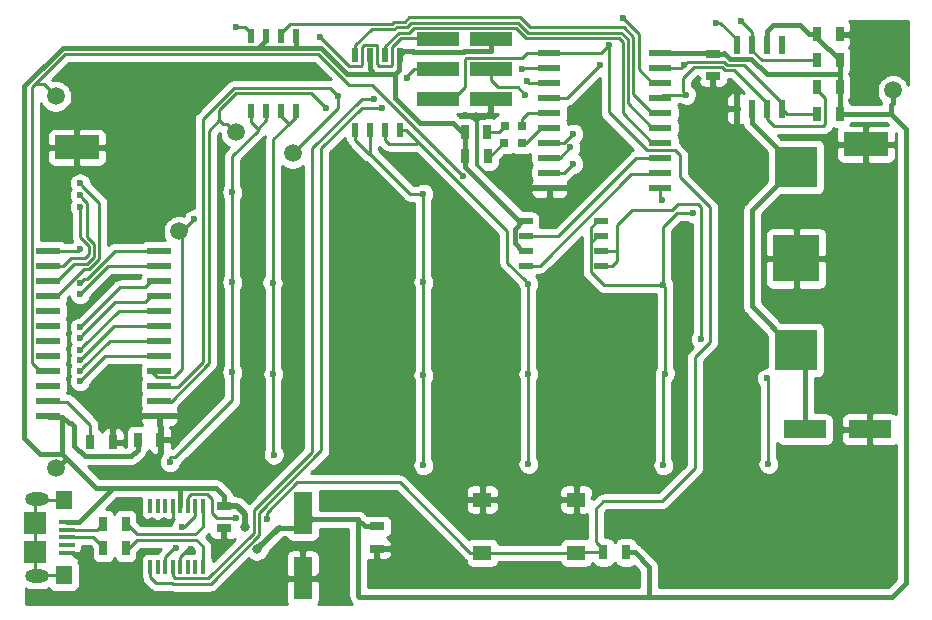
<source format=gbr>
G04 #@! TF.FileFunction,Copper,L1,Top,Signal*
%FSLAX46Y46*%
G04 Gerber Fmt 4.6, Leading zero omitted, Abs format (unit mm)*
G04 Created by KiCad (PCBNEW (2016-05-05 BZR 6775)-product) date Tuesday, July 05, 2016 'PMt' 09:19:01 PM*
%MOMM*%
%LPD*%
G01*
G04 APERTURE LIST*
%ADD10C,0.100000*%
%ADD11R,2.000000X0.600000*%
%ADD12C,0.800000*%
%ADD13C,1.500000*%
%ADD14R,3.800000X2.000000*%
%ADD15R,1.300000X0.700000*%
%ADD16R,0.700000X1.300000*%
%ADD17R,0.400000X1.200000*%
%ADD18R,1.350000X0.400000*%
%ADD19R,1.400000X1.600000*%
%ADD20R,1.900000X1.900000*%
%ADD21O,2.000000X1.120000*%
%ADD22R,0.508000X1.143000*%
%ADD23R,0.797560X0.797560*%
%ADD24R,1.550000X1.300000*%
%ADD25R,1.600200X3.599180*%
%ADD26R,1.950000X0.600000*%
%ADD27R,1.143000X0.508000*%
%ADD28R,3.599180X1.600200*%
%ADD29R,0.600000X1.550000*%
%ADD30R,4.000000X4.000000*%
%ADD31R,3.600000X3.500000*%
%ADD32R,3.680000X1.270000*%
%ADD33C,0.600000*%
%ADD34C,0.500000*%
%ADD35C,0.381000*%
%ADD36C,0.250000*%
%ADD37C,0.300000*%
%ADD38C,0.254000*%
G04 APERTURE END LIST*
D10*
D11*
X113666000Y-135763000D03*
X113666000Y-134493000D03*
X113666000Y-133223000D03*
X113666000Y-131953000D03*
X113666000Y-130683000D03*
X113666000Y-129413000D03*
X113666000Y-128143000D03*
X113666000Y-126873000D03*
X113666000Y-125603000D03*
X113666000Y-124333000D03*
X113666000Y-123063000D03*
X113666000Y-121793000D03*
X104266000Y-121793000D03*
X104266000Y-123063000D03*
X104266000Y-124333000D03*
X104266000Y-125603000D03*
X104266000Y-126873000D03*
X104266000Y-128143000D03*
X104266000Y-129413000D03*
X104266000Y-130683000D03*
X104266000Y-131953000D03*
X104266000Y-133223000D03*
X104266000Y-134493000D03*
X104266000Y-135763000D03*
D12*
X107442000Y-149606000D03*
D13*
X175768000Y-108204000D03*
D14*
X173482000Y-112776000D03*
D13*
X104902000Y-140208000D03*
X115316000Y-120142000D03*
X120142000Y-111760000D03*
X104902000Y-108712000D03*
X124968000Y-113538000D03*
D14*
X106680000Y-113030000D03*
D15*
X160528000Y-105095000D03*
X160528000Y-106995000D03*
D16*
X171257000Y-110172500D03*
X169357000Y-110172500D03*
D17*
X112903000Y-148586500D03*
X113538000Y-148586500D03*
X114173000Y-148586500D03*
X114808000Y-148586500D03*
X115443000Y-148586500D03*
X116078000Y-148586500D03*
X116713000Y-148586500D03*
X117348000Y-148586500D03*
X117348000Y-143386500D03*
X116713000Y-143386500D03*
X116078000Y-143386500D03*
X115443000Y-143386500D03*
X114808000Y-143386500D03*
X114173000Y-143386500D03*
X113538000Y-143386500D03*
X112903000Y-143386500D03*
D15*
X119126000Y-143385500D03*
X119126000Y-145285500D03*
D18*
X105799000Y-147350000D03*
X105799000Y-146700000D03*
X105799000Y-144750000D03*
X105799000Y-145400000D03*
D19*
X105574000Y-142850000D03*
D20*
X103124000Y-144850000D03*
D21*
X103324000Y-142795000D03*
X103324000Y-149305000D03*
D20*
X103124000Y-147250000D03*
D19*
X105574000Y-149250000D03*
D18*
X105799000Y-146050000D03*
D16*
X108905000Y-146939000D03*
X110805000Y-146939000D03*
D22*
X125222000Y-109982000D03*
X123952000Y-109982000D03*
X122682000Y-109982000D03*
X121412000Y-109982000D03*
X121412000Y-103632000D03*
X122682000Y-103632000D03*
X123952000Y-103632000D03*
X125222000Y-103632000D03*
D16*
X108905000Y-144907000D03*
X110805000Y-144907000D03*
X107825500Y-137985500D03*
X109725500Y-137985500D03*
X171257000Y-107886500D03*
X169357000Y-107886500D03*
X171257000Y-105664000D03*
X169357000Y-105664000D03*
X153159500Y-147320000D03*
X151259500Y-147320000D03*
X139512000Y-111760000D03*
X141412000Y-111760000D03*
D23*
X142887700Y-111252000D03*
X144386300Y-111252000D03*
X142824200Y-112649000D03*
X144322800Y-112649000D03*
D16*
X139575500Y-113792000D03*
X141475500Y-113792000D03*
D24*
X140995500Y-147347500D03*
X140995500Y-142847500D03*
X148945500Y-142847500D03*
X148945500Y-147347500D03*
D16*
X169357000Y-103441500D03*
X171257000Y-103441500D03*
D25*
X125793500Y-143997680D03*
X125793500Y-149499320D03*
D26*
X146684000Y-105029000D03*
X146684000Y-106299000D03*
X146684000Y-107569000D03*
X146684000Y-108839000D03*
X146684000Y-110109000D03*
X146684000Y-111379000D03*
X146684000Y-112649000D03*
X146684000Y-113919000D03*
X146684000Y-115189000D03*
X146684000Y-116459000D03*
X156084000Y-116459000D03*
X156084000Y-115189000D03*
X156084000Y-113919000D03*
X156084000Y-112649000D03*
X156084000Y-111379000D03*
X156084000Y-110109000D03*
X156084000Y-108839000D03*
X156084000Y-107569000D03*
X156084000Y-106299000D03*
X156084000Y-105029000D03*
D27*
X151066500Y-119253000D03*
X151066500Y-120523000D03*
X151066500Y-121793000D03*
X151066500Y-123063000D03*
X144716500Y-123063000D03*
X144716500Y-121793000D03*
X144716500Y-120523000D03*
X144716500Y-119253000D03*
D16*
X111826000Y-137795000D03*
X113726000Y-137795000D03*
D15*
X132080000Y-145100000D03*
X132080000Y-147000000D03*
D28*
X168318180Y-136906000D03*
X173819820Y-136906000D03*
D29*
X166370000Y-104361000D03*
X165100000Y-104361000D03*
X163830000Y-104361000D03*
X162560000Y-104361000D03*
X162560000Y-109761000D03*
X163830000Y-109761000D03*
X165100000Y-109761000D03*
X166370000Y-109761000D03*
D30*
X167576500Y-122428000D03*
D31*
X167576500Y-130178000D03*
X167576500Y-114678000D03*
D22*
X134048500Y-111569500D03*
X132778500Y-111569500D03*
X131508500Y-111569500D03*
X130238500Y-111569500D03*
X130238500Y-105219500D03*
X131508500Y-105219500D03*
X132778500Y-105219500D03*
X134048500Y-105219500D03*
D32*
X141727000Y-103886000D03*
X141727000Y-106426000D03*
X141727000Y-108966000D03*
X137287000Y-108966000D03*
X137287000Y-106426000D03*
X137287000Y-103886000D03*
D12*
X108712000Y-149606000D03*
X108712000Y-150876000D03*
X107442000Y-150876000D03*
X132080000Y-149606000D03*
X146304000Y-145542000D03*
X143510000Y-145542000D03*
X143510000Y-144018000D03*
X146304000Y-144018000D03*
X106680000Y-106680000D03*
X107950000Y-106680000D03*
X173228000Y-103378000D03*
X174498000Y-103378000D03*
X175514000Y-114808000D03*
X174244000Y-114808000D03*
X160782000Y-108712000D03*
X159766000Y-108712000D03*
X148844000Y-109982000D03*
X150114000Y-109982000D03*
X111506000Y-134112000D03*
X111506000Y-135128000D03*
X119126000Y-146558000D03*
X113030000Y-144780000D03*
X114046000Y-144780000D03*
X140462000Y-110490000D03*
X121920000Y-147066000D03*
X120892001Y-145172999D03*
D33*
X116332000Y-147066000D03*
X152908000Y-102108000D03*
X120142000Y-102870000D03*
X127254000Y-103645502D03*
X144780000Y-107442000D03*
X132527051Y-109661949D03*
X144369105Y-106403524D03*
X131801796Y-108936695D03*
X144907000Y-124586994D03*
X144907000Y-132207000D03*
X144907000Y-139827000D03*
X156464000Y-132207000D03*
X156337000Y-139954000D03*
X158877000Y-118618000D03*
X156337000Y-124714006D03*
X106934000Y-132842000D03*
X106934000Y-131953000D03*
X106934000Y-131064000D03*
X106934000Y-130175000D03*
X106934000Y-129159000D03*
X106934000Y-128270000D03*
X106934000Y-125476000D03*
X106963449Y-124489449D03*
X106933996Y-121666000D03*
X106934000Y-118109992D03*
X106934000Y-117094000D03*
X106934000Y-116078000D03*
X159512000Y-129286000D03*
X165099994Y-132588000D03*
X165227000Y-139827000D03*
X136017000Y-116967000D03*
X136017000Y-124460004D03*
X136017004Y-132334000D03*
X136017000Y-139953998D03*
X114554000Y-139699990D03*
X119824500Y-132080000D03*
X119824500Y-124460000D03*
X119824500Y-116840000D03*
X123340018Y-139031411D03*
X123317000Y-132207002D03*
X123238480Y-124486481D03*
X115570004Y-145170990D03*
X115053568Y-146987302D03*
X134620000Y-107188000D03*
X158115000Y-106045000D03*
X122741021Y-144526000D03*
X151701500Y-104395032D03*
X120142000Y-144399000D03*
X160782000Y-102489000D03*
X162941000Y-102362000D03*
X151003000Y-106045000D03*
X158242000Y-108585000D03*
X144653000Y-108585000D03*
X127762000Y-109728000D03*
X148717000Y-111887000D03*
X148463000Y-113030000D03*
X128778000Y-108712000D03*
X156181500Y-117484990D03*
X116586000Y-119126000D03*
X139338735Y-115423265D03*
X148717000Y-114427000D03*
D34*
X121920000Y-147066000D02*
X123769499Y-145216501D01*
X123769499Y-145216501D02*
X123869557Y-145216501D01*
X119126000Y-143385500D02*
X120238502Y-143385500D01*
X120238502Y-143385500D02*
X120892001Y-144038999D01*
X120892001Y-144038999D02*
X120892001Y-145172999D01*
D35*
X106855000Y-144750000D02*
X108603000Y-143002000D01*
X105799000Y-144750000D02*
X106855000Y-144750000D01*
X139575500Y-113792000D02*
X139575500Y-114683500D01*
X144145000Y-119253000D02*
X144716500Y-119253000D01*
X139575500Y-114683500D02*
X144145000Y-119253000D01*
X123869557Y-145216501D02*
X125928499Y-145216501D01*
X125928499Y-145216501D02*
X126619000Y-144526000D01*
X111252000Y-139192000D02*
X111826000Y-138618000D01*
X111826000Y-138618000D02*
X111826000Y-138049000D01*
X107329098Y-139192000D02*
X111252000Y-139192000D01*
X105410000Y-135826500D02*
X105981500Y-136398000D01*
X105981500Y-136398000D02*
X106172000Y-136398000D01*
X106426000Y-138288902D02*
X107329098Y-139192000D01*
X106172000Y-136398000D02*
X106426000Y-136652000D01*
X106426000Y-136652000D02*
X106426000Y-138288902D01*
X175768000Y-108204000D02*
X175768000Y-109264660D01*
X175768000Y-109264660D02*
X175577500Y-109455160D01*
X175577500Y-109455160D02*
X175577500Y-110172500D01*
X133929498Y-106481502D02*
X133604000Y-106807000D01*
X134048500Y-105219500D02*
X133929498Y-105338502D01*
X133929498Y-105338502D02*
X133929498Y-106481502D01*
X134048500Y-105219500D02*
X134366000Y-104902000D01*
X134366000Y-104902000D02*
X135125098Y-104902000D01*
X139448902Y-104902000D02*
X141727000Y-104902000D01*
X135125098Y-104902000D02*
X135134599Y-104911501D01*
X135134599Y-104911501D02*
X139439401Y-104911501D01*
X139439401Y-104911501D02*
X139448902Y-104902000D01*
X141727000Y-104902000D02*
X141727000Y-103886000D01*
X131508500Y-105219500D02*
X131508500Y-106362500D01*
X131508500Y-106362500D02*
X131699000Y-106553000D01*
X131699000Y-106553000D02*
X131699000Y-106807000D01*
X105410000Y-139001500D02*
X105664000Y-139255500D01*
X105664000Y-139255500D02*
X108267500Y-141859000D01*
X104902000Y-140208000D02*
X105651999Y-139458001D01*
X105651999Y-139458001D02*
X105651999Y-139267501D01*
X105651999Y-139267501D02*
X105664000Y-139255500D01*
X122037499Y-104594001D02*
X105483001Y-104594001D01*
X105483001Y-104594001D02*
X102235000Y-107842002D01*
X102235000Y-107842002D02*
X102235000Y-137668000D01*
X102235000Y-137668000D02*
X103568500Y-139001500D01*
X103568500Y-139001500D02*
X105410000Y-139001500D01*
X156084000Y-105029000D02*
X160462000Y-105029000D01*
X160462000Y-105029000D02*
X160528000Y-105095000D01*
X105410000Y-135826500D02*
X104329500Y-135826500D01*
X104329500Y-135826500D02*
X104266000Y-135763000D01*
X108603000Y-143002000D02*
X109746000Y-141859000D01*
X139575500Y-113792000D02*
X139575500Y-111823500D01*
X139575500Y-111823500D02*
X139512000Y-111760000D01*
X139512000Y-111760000D02*
X139289000Y-111760000D01*
X139289000Y-111760000D02*
X138527000Y-110998000D01*
X138527000Y-110998000D02*
X135763000Y-110998000D01*
X135763000Y-110998000D02*
X133604000Y-108839000D01*
X133604000Y-108839000D02*
X133604000Y-106807000D01*
X171232499Y-106845999D02*
X171257000Y-106870500D01*
X163791461Y-105526501D02*
X165110959Y-106845999D01*
X165110959Y-106845999D02*
X171232499Y-106845999D01*
X161450098Y-105029000D02*
X161947599Y-105526501D01*
X161947599Y-105526501D02*
X163791461Y-105526501D01*
X160528000Y-105095000D02*
X161384098Y-105095000D01*
X132080000Y-145100000D02*
X131049000Y-145100000D01*
X131049000Y-145100000D02*
X130492500Y-144543500D01*
X130492500Y-144543500D02*
X130492500Y-144526000D01*
X131699000Y-106807000D02*
X129540000Y-106807000D01*
X127327001Y-104594001D02*
X125212499Y-104594001D01*
X129540000Y-106807000D02*
X127327001Y-104594001D01*
X126619000Y-144526000D02*
X130492500Y-144526000D01*
X125793500Y-143997680D02*
X126090680Y-143997680D01*
X126090680Y-143997680D02*
X126619000Y-144526000D01*
X130492500Y-144526000D02*
X130492500Y-151003000D01*
X130492500Y-151003000D02*
X130580501Y-151091001D01*
X130580501Y-151091001D02*
X155130500Y-151091001D01*
X133604000Y-106807000D02*
X131699000Y-106807000D01*
X134048500Y-105219500D02*
X134048500Y-105669942D01*
X144716500Y-119253000D02*
X144399000Y-119253000D01*
X144399000Y-119253000D02*
X143754499Y-119897501D01*
X143754499Y-119897501D02*
X143754499Y-121148499D01*
X143754499Y-121148499D02*
X144399000Y-121793000D01*
X144399000Y-121793000D02*
X144716500Y-121793000D01*
X145034000Y-119253000D02*
X144716500Y-119253000D01*
X125222000Y-103632000D02*
X125222000Y-104584500D01*
X125222000Y-104584500D02*
X125212499Y-104594001D01*
X125212499Y-104594001D02*
X122037499Y-104594001D01*
X122682000Y-103632000D02*
X122682000Y-103949500D01*
X122682000Y-103949500D02*
X122037499Y-104594001D01*
X153159500Y-147320000D02*
X153890500Y-147320000D01*
X153890500Y-147320000D02*
X155130500Y-148560000D01*
X155130500Y-148560000D02*
X155130500Y-151091001D01*
X155130500Y-151091001D02*
X175679999Y-151091001D01*
X171257000Y-106870500D02*
X171257000Y-107886500D01*
X171257000Y-110172500D02*
X171257000Y-107886500D01*
X169357000Y-103441500D02*
X169357000Y-103764000D01*
X169357000Y-103764000D02*
X171257000Y-105664000D01*
X169357000Y-103441500D02*
X168626000Y-103441500D01*
X108267500Y-141859000D02*
X109746000Y-141859000D01*
X105410000Y-135826500D02*
X105410000Y-139001500D01*
X109746000Y-141859000D02*
X115443000Y-141859000D01*
X115443000Y-141859000D02*
X118427500Y-141859000D01*
X115443000Y-143386500D02*
X115443000Y-141859000D01*
X118427500Y-141859000D02*
X119126000Y-142557500D01*
X119126000Y-142557500D02*
X119126000Y-143385500D01*
X161384098Y-105095000D02*
X161450098Y-105029000D01*
X175577500Y-110172500D02*
X171257000Y-110172500D01*
X171257000Y-105664000D02*
X171257000Y-106870500D01*
X165100000Y-103187500D02*
X165100000Y-104361000D01*
X168626000Y-103441500D02*
X167864000Y-102679500D01*
X167864000Y-102679500D02*
X165608000Y-102679500D01*
X165608000Y-102679500D02*
X165100000Y-103187500D01*
X176847500Y-149923500D02*
X176847500Y-111442500D01*
X175679999Y-151091001D02*
X176847500Y-149923500D01*
X176847500Y-111442500D02*
X175577500Y-110172500D01*
D36*
X114046000Y-144780000D02*
X114427000Y-144780000D01*
X114427000Y-144780000D02*
X114808000Y-144399000D01*
X114808000Y-144399000D02*
X114808000Y-143386500D01*
X106611000Y-147687000D02*
X106680000Y-147687000D01*
X106680000Y-147687000D02*
X107061000Y-147687000D01*
X105799000Y-147350000D02*
X106343000Y-147350000D01*
X106343000Y-147350000D02*
X106680000Y-147687000D01*
X106724000Y-147350000D02*
X107061000Y-147687000D01*
X106274000Y-147350000D02*
X106611000Y-147687000D01*
X107061000Y-147687000D02*
X107378500Y-148004500D01*
X105799000Y-147350000D02*
X106274000Y-147350000D01*
X106274000Y-147350000D02*
X107260000Y-148336000D01*
X141605000Y-115570000D02*
X142494000Y-116459000D01*
X142494000Y-116459000D02*
X146684000Y-116459000D01*
D37*
X140589000Y-114554000D02*
X141605000Y-115570000D01*
D36*
X140677781Y-110528219D02*
X140589000Y-110617000D01*
D37*
X140589000Y-110617000D02*
X140589000Y-114554000D01*
D36*
X141049781Y-110528219D02*
X141224000Y-110528219D01*
X141224000Y-110528219D02*
X140677781Y-110528219D01*
X141727000Y-108966000D02*
X141727000Y-109851000D01*
X141727000Y-109851000D02*
X141049781Y-110528219D01*
X115443000Y-147736500D02*
X116113500Y-147066000D01*
X116113500Y-147066000D02*
X116332000Y-147066000D01*
X115443000Y-148586500D02*
X115443000Y-147736500D01*
X162560000Y-111379000D02*
X162369500Y-111569500D01*
X162560000Y-109761000D02*
X162560000Y-111379000D01*
X125793500Y-149499320D02*
X128163320Y-149499320D01*
X127879920Y-148463000D02*
X128206500Y-148463000D01*
X125793500Y-149499320D02*
X126843600Y-149499320D01*
X126843600Y-149499320D02*
X127879920Y-148463000D01*
X128163320Y-149499320D02*
X128206500Y-149542500D01*
X105799000Y-147350000D02*
X106724000Y-147350000D01*
X120142000Y-102870000D02*
X120904000Y-102870000D01*
X120904000Y-102870000D02*
X121412000Y-103378000D01*
X121412000Y-103378000D02*
X121412000Y-103632000D01*
X152908000Y-102108000D02*
X154241503Y-103441503D01*
X155409000Y-107569000D02*
X156084000Y-107569000D01*
X154241503Y-103441503D02*
X154241503Y-106401503D01*
X154241503Y-106401503D02*
X155409000Y-107569000D01*
X137287000Y-103891510D02*
X137154490Y-103759000D01*
X130752501Y-106116001D02*
X129724499Y-106116001D01*
X137154490Y-103759000D02*
X134098498Y-103759000D01*
X130994499Y-104322999D02*
X130817501Y-104499997D01*
X134098498Y-103759000D02*
X133357501Y-104499997D01*
X129724499Y-106116001D02*
X127254000Y-103645502D01*
X133357501Y-104499997D02*
X133357501Y-106051001D01*
X133357501Y-106051001D02*
X133292501Y-106116001D01*
X133292501Y-106116001D02*
X132264499Y-106116001D01*
X132264499Y-106116001D02*
X132087501Y-105939003D01*
X132087501Y-105939003D02*
X132087501Y-104387999D01*
X132087501Y-104387999D02*
X132022501Y-104322999D01*
X132022501Y-104322999D02*
X130994499Y-104322999D01*
X130817501Y-104499997D02*
X130817501Y-106051001D01*
X130817501Y-106051001D02*
X130752501Y-106116001D01*
X153791492Y-108491492D02*
X155409000Y-110109000D01*
X144199801Y-102025977D02*
X145043824Y-102870000D01*
X134431208Y-102408968D02*
X134814199Y-102025977D01*
X134814199Y-102025977D02*
X144199801Y-102025977D01*
X153791492Y-103689990D02*
X153791492Y-108491492D01*
X123952000Y-103632000D02*
X123952000Y-103314500D01*
X123952000Y-103314500D02*
X124708489Y-102558011D01*
X124708489Y-102558011D02*
X133390255Y-102558011D01*
X133390255Y-102558011D02*
X133539298Y-102408968D01*
X133539298Y-102408968D02*
X134431208Y-102408968D01*
X145043824Y-102870000D02*
X152971502Y-102870000D01*
X152971502Y-102870000D02*
X153791492Y-103689990D01*
X155409000Y-110109000D02*
X156084000Y-110109000D01*
X127381000Y-138685410D02*
X122116011Y-143950399D01*
X122116011Y-145839902D02*
X117994401Y-149961512D01*
X122116011Y-143950399D02*
X122116011Y-145839902D01*
X130832787Y-109661949D02*
X127381000Y-113113736D01*
X127381000Y-113113736D02*
X127381000Y-138685410D01*
X113378009Y-149911509D02*
X112903000Y-149436500D01*
X132527051Y-109661949D02*
X130832787Y-109661949D01*
X114746596Y-149911509D02*
X113378009Y-149911509D01*
X117994401Y-149961512D02*
X114796599Y-149961512D01*
X112903000Y-149436500D02*
X112903000Y-148586500D01*
X114796599Y-149961512D02*
X114746596Y-149911509D01*
X144907000Y-107569000D02*
X144780000Y-107442000D01*
X146684000Y-107569000D02*
X144907000Y-107569000D01*
X114982999Y-149511501D02*
X117808001Y-149511501D01*
X131377532Y-108936695D02*
X131801796Y-108936695D01*
X130796041Y-108936695D02*
X131377532Y-108936695D01*
X114808000Y-148586500D02*
X114808000Y-149336502D01*
X114808000Y-149336502D02*
X114982999Y-149511501D01*
X117808001Y-149511501D02*
X121666000Y-145653502D01*
X121666000Y-143764000D02*
X126619004Y-138810996D01*
X121666000Y-145653502D02*
X121666000Y-143764000D01*
X126619004Y-138810996D02*
X126619004Y-113113732D01*
X126619004Y-113113732D02*
X130796041Y-108936695D01*
X146684000Y-106299000D02*
X144473629Y-106299000D01*
X144473629Y-106299000D02*
X144369105Y-106403524D01*
X155409000Y-111379000D02*
X156084000Y-111379000D01*
X153341481Y-109311481D02*
X155409000Y-111379000D01*
X135000599Y-102475988D02*
X144013401Y-102475988D01*
X153341481Y-103876390D02*
X153341481Y-109311481D01*
X144857424Y-103320011D02*
X152785102Y-103320011D01*
X133725698Y-102858979D02*
X134617608Y-102858979D01*
X133576655Y-103008022D02*
X133725698Y-102858979D01*
X130238500Y-105219500D02*
X130238500Y-104398000D01*
X131628478Y-103008022D02*
X133576655Y-103008022D01*
X144013401Y-102475988D02*
X144857424Y-103320011D01*
X130238500Y-104398000D02*
X131628478Y-103008022D01*
X134617608Y-102858979D02*
X135000599Y-102475988D01*
X152785102Y-103320011D02*
X153341481Y-103876390D01*
X152598702Y-103770022D02*
X152891470Y-104062790D01*
X132778500Y-104442588D02*
X133912098Y-103308990D01*
X152891470Y-110131470D02*
X155409000Y-112649000D01*
X152891470Y-104062790D02*
X152891470Y-110131470D01*
X144671024Y-103770022D02*
X152598702Y-103770022D01*
X143827001Y-102925999D02*
X144671024Y-103770022D01*
X135186999Y-102925999D02*
X143827001Y-102925999D01*
X134804008Y-103308990D02*
X135186999Y-102925999D01*
X132778500Y-105219500D02*
X132778500Y-104442588D01*
X155409000Y-112649000D02*
X156084000Y-112649000D01*
X133912098Y-103308990D02*
X134804008Y-103308990D01*
X144716500Y-120523000D02*
X147447000Y-120523000D01*
X154051000Y-113919000D02*
X156084000Y-113919000D01*
X147447000Y-120523000D02*
X154051000Y-113919000D01*
X144716500Y-123063000D02*
X145845998Y-123063000D01*
X145845998Y-123063000D02*
X153592998Y-115316000D01*
X153592998Y-115316000D02*
X155956000Y-115316000D01*
X155956000Y-115316000D02*
X156083000Y-115189000D01*
X156083000Y-115189000D02*
X156084000Y-115189000D01*
X135572500Y-112589500D02*
X143129000Y-120146000D01*
X143129000Y-120146000D02*
X143129000Y-122809000D01*
X143129000Y-122809000D02*
X144606995Y-124286995D01*
X144606995Y-124286995D02*
X144607001Y-124286995D01*
X144607001Y-124286995D02*
X144907000Y-124586994D01*
X144907000Y-132207000D02*
X144907000Y-124586994D01*
X144907000Y-139827000D02*
X144907000Y-132207000D01*
X134552500Y-111569500D02*
X135572500Y-112589500D01*
X133100000Y-112712500D02*
X135449500Y-112712500D01*
X135449500Y-112712500D02*
X135572500Y-112589500D01*
X132778500Y-111569500D02*
X132778500Y-112391000D01*
X132778500Y-112391000D02*
X133100000Y-112712500D01*
X134048500Y-111569500D02*
X134552500Y-111569500D01*
X158877000Y-118618000D02*
X157480000Y-118618000D01*
X157480000Y-118618000D02*
X156337000Y-119761000D01*
X156337000Y-119761000D02*
X156337000Y-124714006D01*
X151066500Y-119253000D02*
X150749000Y-119253000D01*
X150749000Y-119253000D02*
X150169999Y-119832001D01*
X150169999Y-119832001D02*
X150169999Y-121102001D01*
X151066500Y-120523000D02*
X150749000Y-120523000D01*
X150749000Y-120523000D02*
X150169999Y-121102001D01*
X150169999Y-121102001D02*
X150169999Y-123577001D01*
X150169999Y-123577001D02*
X151307004Y-124714006D01*
X151307004Y-124714006D02*
X156337000Y-124714006D01*
X156337000Y-139954000D02*
X156337000Y-132334000D01*
X156464000Y-124841006D02*
X156337000Y-124714006D01*
X156464000Y-132207000D02*
X156464000Y-124841006D01*
X156337000Y-132334000D02*
X156464000Y-132207000D01*
X109093000Y-130683000D02*
X107233999Y-132542001D01*
X113666000Y-130683000D02*
X109093000Y-130683000D01*
X107233999Y-132542001D02*
X106934000Y-132842000D01*
X107233999Y-131653001D02*
X106934000Y-131953000D01*
X109474000Y-129413000D02*
X107233999Y-131653001D01*
X113666000Y-129413000D02*
X109474000Y-129413000D01*
X107233999Y-130764001D02*
X106934000Y-131064000D01*
X109855000Y-128143000D02*
X107233999Y-130764001D01*
X113666000Y-128143000D02*
X109855000Y-128143000D01*
X107233999Y-129875001D02*
X106934000Y-130175000D01*
X110236000Y-126873000D02*
X107233999Y-129875001D01*
X113666000Y-126873000D02*
X110236000Y-126873000D01*
X109940000Y-126153000D02*
X107233999Y-128859001D01*
X107233999Y-128859001D02*
X106934000Y-129159000D01*
X112966000Y-125603000D02*
X112416000Y-126153000D01*
X113666000Y-125603000D02*
X112966000Y-125603000D01*
X112416000Y-126153000D02*
X109940000Y-126153000D01*
X112966000Y-124333000D02*
X112416000Y-124883000D01*
X107233999Y-127970001D02*
X106934000Y-128270000D01*
X110321000Y-124883000D02*
X107233999Y-127970001D01*
X112416000Y-124883000D02*
X110321000Y-124883000D01*
X113666000Y-124333000D02*
X112966000Y-124333000D01*
X109347000Y-123063000D02*
X107233999Y-125176001D01*
X113666000Y-123063000D02*
X109347000Y-123063000D01*
X107233999Y-125176001D02*
X106934000Y-125476000D01*
X107498789Y-124189450D02*
X107263448Y-124189450D01*
X109895239Y-121793000D02*
X107498789Y-124189450D01*
X113666000Y-121793000D02*
X109895239Y-121793000D01*
X107263448Y-124189450D02*
X106963449Y-124489449D01*
X106806996Y-121793000D02*
X106933996Y-121666000D01*
X104266000Y-121793000D02*
X106806996Y-121793000D01*
X106934000Y-120613996D02*
X106934000Y-118534256D01*
X107686002Y-122093004D02*
X107686002Y-121365998D01*
X107686002Y-121365998D02*
X106934000Y-120613996D01*
X107361002Y-122418004D02*
X107686002Y-122093004D01*
X106934000Y-118534256D02*
X106934000Y-118109992D01*
X106160996Y-122418004D02*
X107361002Y-122418004D01*
X104266000Y-123063000D02*
X105516000Y-123063000D01*
X105516000Y-123063000D02*
X106160996Y-122418004D01*
X104266000Y-124333000D02*
X104966000Y-124333000D01*
X104966000Y-124333000D02*
X106430985Y-122868015D01*
X106430985Y-122868015D02*
X107547402Y-122868015D01*
X107547402Y-122868015D02*
X108136013Y-122279404D01*
X107233999Y-117393999D02*
X106934000Y-117094000D01*
X108136013Y-122279404D02*
X108136013Y-121179598D01*
X108136013Y-121179598D02*
X107569000Y-120612585D01*
X107569000Y-120612585D02*
X107569000Y-117729000D01*
X107569000Y-117729000D02*
X107233999Y-117393999D01*
X104966000Y-125603000D02*
X107250974Y-123318026D01*
X108586024Y-117730024D02*
X107233999Y-116377999D01*
X104266000Y-125603000D02*
X104966000Y-125603000D01*
X107250974Y-123318026D02*
X107733802Y-123318026D01*
X107733802Y-123318026D02*
X108586024Y-122465804D01*
X108586024Y-122465804D02*
X108586024Y-117730024D01*
X107233999Y-116377999D02*
X106934000Y-116078000D01*
X159512000Y-118110000D02*
X159512000Y-129286000D01*
X159258000Y-117856000D02*
X159512000Y-118110000D01*
X157605589Y-117856000D02*
X159258000Y-117856000D01*
X157097589Y-118364000D02*
X157605589Y-117856000D01*
X152400000Y-119634000D02*
X153670000Y-118364000D01*
X153670000Y-118364000D02*
X157097589Y-118364000D01*
X152400000Y-122555000D02*
X152400000Y-119634000D01*
X151066500Y-123063000D02*
X152019000Y-123063000D01*
X152019000Y-123063000D02*
X152400000Y-122682000D01*
X152400000Y-122682000D02*
X152400000Y-122555000D01*
X151066500Y-121793000D02*
X152273000Y-121793000D01*
X152273000Y-121793000D02*
X152400000Y-121920000D01*
X152400000Y-121920000D02*
X152400000Y-122555000D01*
X165227000Y-132715006D02*
X165099994Y-132588000D01*
X165227000Y-139827000D02*
X165227000Y-132715006D01*
X136017000Y-124459996D02*
X136017000Y-116967000D01*
X131508500Y-113601500D02*
X134874000Y-116967000D01*
X134874000Y-116967000D02*
X136017000Y-116967000D01*
X136017004Y-124460000D02*
X136017000Y-124459996D01*
X136017004Y-132334000D02*
X136017004Y-124460000D01*
X136017004Y-124460000D02*
X136017000Y-124460004D01*
X136017000Y-132334004D02*
X136017004Y-132334000D01*
X136017000Y-139953998D02*
X136017000Y-132334004D01*
X131508500Y-113601500D02*
X131508500Y-111569500D01*
X130238500Y-111569500D02*
X130238500Y-112391000D01*
X130238500Y-112391000D02*
X131449000Y-113601500D01*
X131449000Y-113601500D02*
X131508500Y-113601500D01*
X119824500Y-132080000D02*
X119824500Y-134429500D01*
X119824500Y-134429500D02*
X114978274Y-139275726D01*
X114978274Y-139275726D02*
X114554000Y-139275726D01*
X114554000Y-139275726D02*
X114554000Y-139699990D01*
X119824500Y-132080000D02*
X119824500Y-124460000D01*
X119824500Y-124460000D02*
X119824500Y-116840000D01*
X122682000Y-109982000D02*
X122682000Y-110744000D01*
X122682000Y-110744000D02*
X121983500Y-111442500D01*
X119824500Y-116840000D02*
X119824500Y-113792000D01*
X121412000Y-110871000D02*
X121412000Y-109982000D01*
X121983500Y-111442500D02*
X121412000Y-110871000D01*
X121983500Y-111633000D02*
X121983500Y-111442500D01*
X119824500Y-113792000D02*
X121983500Y-111633000D01*
X123317000Y-132207002D02*
X123317000Y-139008393D01*
X123317000Y-139008393D02*
X123340018Y-139031411D01*
X123317000Y-124460000D02*
X123317000Y-132207002D01*
X124618750Y-111029750D02*
X123317000Y-112331500D01*
X123317000Y-112331500D02*
X123317000Y-124460000D01*
X123264961Y-124460000D02*
X123238480Y-124486481D01*
X123317000Y-124460000D02*
X123264961Y-124460000D01*
X125222000Y-109982000D02*
X125222000Y-110426500D01*
X125222000Y-110426500D02*
X124618750Y-111029750D01*
X124618750Y-111029750D02*
X123952000Y-110363000D01*
X123952000Y-110363000D02*
X123952000Y-109982000D01*
X108905000Y-144653000D02*
X108905000Y-144841000D01*
X108905000Y-144841000D02*
X108346000Y-145400000D01*
X108346000Y-145400000D02*
X105799000Y-145400000D01*
X103124000Y-144850000D02*
X103124000Y-142795000D01*
X105574000Y-142850000D02*
X103179000Y-142850000D01*
X103179000Y-142850000D02*
X103124000Y-142795000D01*
X103124000Y-144850000D02*
X103124000Y-147250000D01*
X103124000Y-147250000D02*
X103124000Y-149305000D01*
X105574000Y-149250000D02*
X103179000Y-149250000D01*
X103179000Y-149250000D02*
X103124000Y-149305000D01*
X108905000Y-147193000D02*
X108905000Y-146878000D01*
X108905000Y-146878000D02*
X108077000Y-146050000D01*
X108077000Y-146050000D02*
X105799000Y-146050000D01*
X115778510Y-145170990D02*
X115570004Y-145170990D01*
X116713000Y-143386500D02*
X116713000Y-144236500D01*
X116713000Y-144236500D02*
X115778510Y-145170990D01*
X114922198Y-146987302D02*
X115053568Y-146987302D01*
X114173000Y-148586500D02*
X114173000Y-147736500D01*
X114173000Y-147736500D02*
X114922198Y-146987302D01*
D35*
X167576500Y-130178000D02*
X167516000Y-130178000D01*
X167516000Y-130178000D02*
X163830000Y-126492000D01*
X163830000Y-126492000D02*
X163830000Y-118364000D01*
X163830000Y-118364000D02*
X167516000Y-114678000D01*
X167516000Y-114678000D02*
X167576500Y-114678000D01*
X168318180Y-136906000D02*
X168318180Y-130919680D01*
X168318180Y-130919680D02*
X167576500Y-130178000D01*
X163830000Y-109761000D02*
X163830000Y-110981500D01*
X163830000Y-110981500D02*
X167526500Y-114678000D01*
X167526500Y-114678000D02*
X167576500Y-114678000D01*
D36*
X158115000Y-106045000D02*
X158389999Y-105770001D01*
X158389999Y-105770001D02*
X161462057Y-105770001D01*
X161462057Y-105770001D02*
X161734068Y-106042012D01*
X161734068Y-106042012D02*
X163126012Y-106042012D01*
X163126012Y-106042012D02*
X166370000Y-109286000D01*
X166370000Y-109286000D02*
X166370000Y-109761000D01*
X134620000Y-107003000D02*
X134620000Y-107188000D01*
X137287000Y-106426000D02*
X135197000Y-106426000D01*
X135197000Y-106426000D02*
X134620000Y-107003000D01*
X156084000Y-106299000D02*
X157861000Y-106299000D01*
X157861000Y-106299000D02*
X158115000Y-106045000D01*
X169357000Y-110172500D02*
X166781500Y-110172500D01*
X166781500Y-110172500D02*
X166370000Y-109761000D01*
X122741021Y-143974736D02*
X122741021Y-144101736D01*
X139970500Y-147347500D02*
X134021077Y-141398077D01*
X134021077Y-141398077D02*
X125317680Y-141398077D01*
X125317680Y-141398077D02*
X122741021Y-143974736D01*
X122741021Y-144101736D02*
X122741021Y-144526000D01*
X140995500Y-147347500D02*
X139970500Y-147347500D01*
X137287000Y-108966000D02*
X138492000Y-108966000D01*
X138492000Y-108966000D02*
X139561999Y-107896001D01*
X139561999Y-107896001D02*
X139561999Y-105530999D01*
X139561999Y-105530999D02*
X139626999Y-105465999D01*
X139626999Y-105465999D02*
X144345443Y-105465999D01*
X144345443Y-105465999D02*
X144782442Y-105029000D01*
X144782442Y-105029000D02*
X146684000Y-105029000D01*
X146684000Y-105029000D02*
X151067532Y-105029000D01*
X154930001Y-113274001D02*
X151701500Y-110045500D01*
X151701500Y-110045500D02*
X151701500Y-104395032D01*
X157299003Y-113274001D02*
X154930001Y-113274001D01*
X151067532Y-105029000D02*
X151701500Y-104395032D01*
X157734000Y-115570000D02*
X157734000Y-113708998D01*
X156205002Y-143006998D02*
X159004000Y-140208000D01*
X150659500Y-146420000D02*
X150659500Y-143604498D01*
X160274000Y-129540000D02*
X160274000Y-118110000D01*
X150659500Y-143604498D02*
X151257000Y-143006998D01*
X159004000Y-140208000D02*
X159004000Y-130810000D01*
X159004000Y-130810000D02*
X160274000Y-129540000D01*
X151257000Y-143006998D02*
X156205002Y-143006998D01*
X151259500Y-147320000D02*
X151259500Y-147020000D01*
X157734000Y-113708998D02*
X157299003Y-113274001D01*
X151259500Y-147020000D02*
X150659500Y-146420000D01*
X160274000Y-118110000D02*
X157734000Y-115570000D01*
X140995500Y-147347500D02*
X148945500Y-147347500D01*
X118554498Y-144399000D02*
X120142000Y-144399000D01*
X116078000Y-143386500D02*
X116078000Y-142636498D01*
X116078000Y-142636498D02*
X116339988Y-142374510D01*
X117721012Y-142374510D02*
X118150999Y-142804497D01*
X116339988Y-142374510D02*
X117721012Y-142374510D01*
X118150999Y-142804497D02*
X118150999Y-143995501D01*
X118150999Y-143995501D02*
X118554498Y-144399000D01*
X151259500Y-147320000D02*
X148973000Y-147320000D01*
X148973000Y-147320000D02*
X148945500Y-147347500D01*
X162560000Y-103886000D02*
X161163000Y-102489000D01*
X162560000Y-104361000D02*
X162560000Y-103886000D01*
X161163000Y-102489000D02*
X160782000Y-102489000D01*
X169357000Y-105664000D02*
X164658000Y-105664000D01*
X164658000Y-105664000D02*
X163830000Y-104836000D01*
X163830000Y-104836000D02*
X163830000Y-104361000D01*
X163830000Y-104361000D02*
X163830000Y-103251000D01*
X163830000Y-103251000D02*
X162941000Y-102362000D01*
X146684000Y-108839000D02*
X148209000Y-108839000D01*
X148209000Y-108839000D02*
X151003000Y-106045000D01*
X146684000Y-110109000D02*
X144880520Y-110109000D01*
X144880520Y-110109000D02*
X144386300Y-110603220D01*
X144386300Y-110603220D02*
X144386300Y-111252000D01*
X144322800Y-112649000D02*
X144739000Y-112649000D01*
X146009000Y-111379000D02*
X146684000Y-111379000D01*
X144739000Y-112649000D02*
X146009000Y-111379000D01*
X158242000Y-108585000D02*
X157988000Y-108331000D01*
X157988000Y-108331000D02*
X157988000Y-107188000D01*
X157988000Y-107188000D02*
X158955989Y-106220011D01*
X158955989Y-106220011D02*
X161275658Y-106220012D01*
X161275658Y-106220012D02*
X161547668Y-106492023D01*
X161547668Y-106492023D02*
X162306023Y-106492023D01*
X162306023Y-106492023D02*
X165100000Y-109286000D01*
X165100000Y-109286000D02*
X165100000Y-109761000D01*
X158242000Y-108585000D02*
X156338000Y-108585000D01*
X156338000Y-108585000D02*
X156084000Y-108839000D01*
X142366000Y-107950000D02*
X144018000Y-107950000D01*
X144018000Y-107950000D02*
X144653000Y-108585000D01*
X141727000Y-106426000D02*
X141727000Y-107311000D01*
X141727000Y-107311000D02*
X142366000Y-107950000D01*
X165100000Y-109761000D02*
X165100000Y-110617000D01*
X165735000Y-111252000D02*
X169862500Y-111252000D01*
X165100000Y-110617000D02*
X165735000Y-111252000D01*
X169862500Y-111252000D02*
X170032001Y-111082501D01*
X170032001Y-111082501D02*
X170032001Y-108861501D01*
X169357000Y-108186500D02*
X169357000Y-107886500D01*
X170032001Y-108861501D02*
X169357000Y-108186500D01*
X141412000Y-111760000D02*
X142379700Y-111760000D01*
X142379700Y-111760000D02*
X142887700Y-111252000D01*
X141475500Y-113792000D02*
X141681200Y-113792000D01*
X141681200Y-113792000D02*
X142824200Y-112649000D01*
X113030000Y-134556500D02*
X114620322Y-134556500D01*
X114620322Y-134556500D02*
X117856000Y-131320822D01*
X117856000Y-131320822D02*
X117856000Y-111633000D01*
X117856000Y-111633000D02*
X118745000Y-110744000D01*
X118745000Y-110744000D02*
X118745000Y-109855000D01*
X120142000Y-111760000D02*
X119392001Y-111010001D01*
X119392001Y-111010001D02*
X119011001Y-111010001D01*
X119011001Y-111010001D02*
X118745000Y-110744000D01*
X126492000Y-108458000D02*
X127762000Y-109728000D01*
X120142000Y-108458000D02*
X126492000Y-108458000D01*
X118745000Y-109855000D02*
X120142000Y-108458000D01*
X148717000Y-111887000D02*
X147955000Y-112649000D01*
X147955000Y-112649000D02*
X146684000Y-112649000D01*
X148463000Y-113030000D02*
X147574000Y-113919000D01*
X147574000Y-113919000D02*
X146684000Y-113919000D01*
X113030000Y-133286500D02*
X115253911Y-133286500D01*
X115253911Y-133286500D02*
X117348000Y-131192411D01*
X117348000Y-131192411D02*
X117348000Y-110615590D01*
X117348000Y-110615590D02*
X119955600Y-108007990D01*
X119955600Y-108007990D02*
X128073990Y-108007990D01*
X128073990Y-108007990D02*
X128778000Y-108712000D01*
X124968000Y-113538000D02*
X128778000Y-109728000D01*
X128778000Y-109728000D02*
X128778000Y-108712000D01*
X113030000Y-132016500D02*
X113474500Y-132461000D01*
X114935000Y-132461000D02*
X115570000Y-131826000D01*
X113474500Y-132461000D02*
X114935000Y-132461000D01*
X115570000Y-131826000D02*
X115570000Y-120142000D01*
X115316000Y-120142000D02*
X115570000Y-120142000D01*
X115570000Y-120142000D02*
X116586000Y-119126000D01*
X156084000Y-116459000D02*
X156084000Y-117387490D01*
X156084000Y-117387490D02*
X156181500Y-117484990D01*
X107825500Y-137985500D02*
X107825500Y-136527500D01*
X107825500Y-136527500D02*
X105854500Y-134556500D01*
X104329500Y-134556500D02*
X104266000Y-134493000D01*
X105854500Y-134556500D02*
X104329500Y-134556500D01*
X103124000Y-107696000D02*
X105710489Y-105109511D01*
X139038736Y-115123266D02*
X139338735Y-115423265D01*
X127080511Y-105109511D02*
X129676998Y-107705998D01*
X129676998Y-107705998D02*
X131621468Y-107705998D01*
X105710489Y-105109511D02*
X127080511Y-105109511D01*
X131621468Y-107705998D02*
X139038736Y-115123266D01*
X148417001Y-114726999D02*
X148717000Y-114427000D01*
X147955000Y-115189000D02*
X148417001Y-114726999D01*
X146684000Y-115189000D02*
X147955000Y-115189000D01*
X103124000Y-107696000D02*
X102870000Y-107950000D01*
X104902000Y-108712000D02*
X103886000Y-107696000D01*
X103886000Y-107696000D02*
X103124000Y-107696000D01*
X102870000Y-131257000D02*
X103566000Y-131953000D01*
X102870000Y-107950000D02*
X102870000Y-131257000D01*
X103566000Y-131953000D02*
X104266000Y-131953000D01*
X117348000Y-143386500D02*
X117348000Y-145161000D01*
X117348000Y-145161000D02*
X116713000Y-145796000D01*
X116713000Y-145796000D02*
X111760000Y-145796000D01*
X111760000Y-145796000D02*
X110805000Y-144841000D01*
X110805000Y-144841000D02*
X110805000Y-144653000D01*
X117348000Y-148586500D02*
X117348000Y-146812000D01*
X117348000Y-146812000D02*
X116782011Y-146246011D01*
X116782011Y-146246011D02*
X111751989Y-146246011D01*
X111751989Y-146246011D02*
X110805000Y-147193000D01*
D38*
G36*
X129667000Y-151003000D02*
X129674438Y-151078858D01*
X129681087Y-151154852D01*
X129682299Y-151159023D01*
X129682722Y-151163340D01*
X129704760Y-151236334D01*
X129726035Y-151309564D01*
X129728032Y-151313416D01*
X129729287Y-151317574D01*
X129765077Y-151384884D01*
X129800177Y-151452600D01*
X129802888Y-151455996D01*
X129804924Y-151459825D01*
X129853097Y-151518892D01*
X129900690Y-151578510D01*
X129906647Y-151584551D01*
X129906749Y-151584676D01*
X129906865Y-151584772D01*
X129908783Y-151586717D01*
X129987066Y-151665000D01*
X127112695Y-151665000D01*
X127156330Y-151599695D01*
X127204197Y-151484133D01*
X127228600Y-151361452D01*
X127228600Y-149785070D01*
X127069850Y-149626320D01*
X125920500Y-149626320D01*
X125920500Y-149646320D01*
X125666500Y-149646320D01*
X125666500Y-149626320D01*
X124517150Y-149626320D01*
X124358400Y-149785070D01*
X124358400Y-151361452D01*
X124382803Y-151484133D01*
X124430670Y-151599695D01*
X124474305Y-151665000D01*
X102335000Y-151665000D01*
X102335000Y-150364704D01*
X102405328Y-150403367D01*
X102627635Y-150473886D01*
X102859404Y-150499884D01*
X102876089Y-150500000D01*
X103771911Y-150500000D01*
X104004021Y-150477241D01*
X104227290Y-150409833D01*
X104319975Y-150360551D01*
X104343463Y-150404494D01*
X104422815Y-150501185D01*
X104519506Y-150580537D01*
X104629820Y-150639502D01*
X104749518Y-150675812D01*
X104874000Y-150688072D01*
X106274000Y-150688072D01*
X106398482Y-150675812D01*
X106518180Y-150639502D01*
X106628494Y-150580537D01*
X106725185Y-150501185D01*
X106804537Y-150404494D01*
X106863502Y-150294180D01*
X106899812Y-150174482D01*
X106912072Y-150050000D01*
X106912072Y-148450000D01*
X106899812Y-148325518D01*
X106863502Y-148205820D01*
X106804537Y-148095506D01*
X106803129Y-148093791D01*
X106878789Y-148043237D01*
X106967237Y-147954789D01*
X107036730Y-147850785D01*
X107084597Y-147735223D01*
X107109000Y-147612542D01*
X107109000Y-147608750D01*
X106950250Y-147450000D01*
X106792082Y-147450000D01*
X106828494Y-147430537D01*
X106925185Y-147351185D01*
X107004537Y-147254494D01*
X107063502Y-147144180D01*
X107066738Y-147133512D01*
X107109000Y-147091250D01*
X107109000Y-147087458D01*
X107097795Y-147031130D01*
X107099812Y-147024482D01*
X107112072Y-146900000D01*
X107112072Y-146810000D01*
X107762198Y-146810000D01*
X107916928Y-146964730D01*
X107916928Y-147589000D01*
X107929188Y-147713482D01*
X107965498Y-147833180D01*
X108024463Y-147943494D01*
X108103815Y-148040185D01*
X108200506Y-148119537D01*
X108310820Y-148178502D01*
X108430518Y-148214812D01*
X108555000Y-148227072D01*
X109255000Y-148227072D01*
X109379482Y-148214812D01*
X109499180Y-148178502D01*
X109609494Y-148119537D01*
X109706185Y-148040185D01*
X109785537Y-147943494D01*
X109844502Y-147833180D01*
X109855000Y-147798573D01*
X109865498Y-147833180D01*
X109924463Y-147943494D01*
X110003815Y-148040185D01*
X110100506Y-148119537D01*
X110210820Y-148178502D01*
X110330518Y-148214812D01*
X110455000Y-148227072D01*
X111155000Y-148227072D01*
X111279482Y-148214812D01*
X111399180Y-148178502D01*
X111509494Y-148119537D01*
X111606185Y-148040185D01*
X111685537Y-147943494D01*
X111744502Y-147833180D01*
X111780812Y-147713482D01*
X111793072Y-147589000D01*
X111793072Y-147279730D01*
X112066791Y-147006011D01*
X113828687Y-147006011D01*
X113635599Y-147199099D01*
X113591032Y-147253355D01*
X113545914Y-147307125D01*
X113543989Y-147310626D01*
X113541452Y-147313715D01*
X113522839Y-147348428D01*
X113338000Y-147348428D01*
X113220500Y-147360000D01*
X113103000Y-147348428D01*
X112703000Y-147348428D01*
X112578518Y-147360688D01*
X112458820Y-147396998D01*
X112348506Y-147455963D01*
X112251815Y-147535315D01*
X112172463Y-147632006D01*
X112113498Y-147742320D01*
X112077188Y-147862018D01*
X112064928Y-147986500D01*
X112064928Y-149186500D01*
X112077188Y-149310982D01*
X112113498Y-149430680D01*
X112148929Y-149496965D01*
X112149851Y-149506377D01*
X112155969Y-149576303D01*
X112157084Y-149580141D01*
X112157474Y-149584118D01*
X112177764Y-149651321D01*
X112197351Y-149718740D01*
X112199190Y-149722288D01*
X112200345Y-149726113D01*
X112233299Y-149788091D01*
X112265610Y-149850425D01*
X112268103Y-149853548D01*
X112269980Y-149857078D01*
X112314355Y-149911487D01*
X112358148Y-149966346D01*
X112363631Y-149971906D01*
X112363726Y-149972022D01*
X112363834Y-149972111D01*
X112365599Y-149973901D01*
X112840608Y-150448910D01*
X112894864Y-150493477D01*
X112948634Y-150538595D01*
X112952135Y-150540520D01*
X112955224Y-150543057D01*
X113017076Y-150576222D01*
X113078613Y-150610052D01*
X113082425Y-150611261D01*
X113085944Y-150613148D01*
X113153040Y-150633661D01*
X113219996Y-150654901D01*
X113223968Y-150655347D01*
X113227790Y-150656515D01*
X113297614Y-150663607D01*
X113367398Y-150671435D01*
X113375213Y-150671490D01*
X113375356Y-150671504D01*
X113375489Y-150671491D01*
X113378009Y-150671509D01*
X114531872Y-150671509D01*
X114571630Y-150683664D01*
X114638586Y-150704904D01*
X114642558Y-150705350D01*
X114646380Y-150706518D01*
X114716248Y-150713615D01*
X114785988Y-150721438D01*
X114793793Y-150721492D01*
X114793946Y-150721508D01*
X114794089Y-150721494D01*
X114796599Y-150721512D01*
X117994401Y-150721512D01*
X118064278Y-150714661D01*
X118134204Y-150708543D01*
X118138042Y-150707428D01*
X118142019Y-150707038D01*
X118209222Y-150686748D01*
X118276641Y-150667161D01*
X118280189Y-150665322D01*
X118284014Y-150664167D01*
X118345992Y-150631213D01*
X118408326Y-150598902D01*
X118411449Y-150596409D01*
X118414979Y-150594532D01*
X118469388Y-150550157D01*
X118524247Y-150506364D01*
X118529807Y-150500881D01*
X118529923Y-150500786D01*
X118530012Y-150500678D01*
X118531802Y-150498913D01*
X121209969Y-147820746D01*
X121245950Y-147858006D01*
X121412622Y-147973846D01*
X121598620Y-148055106D01*
X121796859Y-148098692D01*
X121999788Y-148102943D01*
X122199679Y-148067697D01*
X122388916Y-147994296D01*
X122560293Y-147885537D01*
X122707281Y-147745563D01*
X122783730Y-147637188D01*
X124358400Y-147637188D01*
X124358400Y-149213570D01*
X124517150Y-149372320D01*
X125666500Y-149372320D01*
X125666500Y-147223480D01*
X125920500Y-147223480D01*
X125920500Y-149372320D01*
X127069850Y-149372320D01*
X127228600Y-149213570D01*
X127228600Y-147637188D01*
X127204197Y-147514507D01*
X127156330Y-147398945D01*
X127086837Y-147294941D01*
X126998389Y-147206493D01*
X126894385Y-147137000D01*
X126778823Y-147089133D01*
X126656142Y-147064730D01*
X126079250Y-147064730D01*
X125920500Y-147223480D01*
X125666500Y-147223480D01*
X125507750Y-147064730D01*
X124930858Y-147064730D01*
X124808177Y-147089133D01*
X124692615Y-147137000D01*
X124588611Y-147206493D01*
X124500163Y-147294941D01*
X124430670Y-147398945D01*
X124382803Y-147514507D01*
X124358400Y-147637188D01*
X122783730Y-147637188D01*
X122824282Y-147579703D01*
X122906839Y-147394278D01*
X122925518Y-147312062D01*
X124195578Y-146042001D01*
X124404193Y-146042001D01*
X124462863Y-146151764D01*
X124542215Y-146248455D01*
X124638906Y-146327807D01*
X124749220Y-146386772D01*
X124868918Y-146423082D01*
X124993400Y-146435342D01*
X126593600Y-146435342D01*
X126718082Y-146423082D01*
X126837780Y-146386772D01*
X126948094Y-146327807D01*
X127044785Y-146248455D01*
X127124137Y-146151764D01*
X127183102Y-146041450D01*
X127219412Y-145921752D01*
X127231672Y-145797270D01*
X127231672Y-145351500D01*
X129667000Y-145351500D01*
X129667000Y-151003000D01*
X129667000Y-151003000D01*
G37*
X129667000Y-151003000D02*
X129674438Y-151078858D01*
X129681087Y-151154852D01*
X129682299Y-151159023D01*
X129682722Y-151163340D01*
X129704760Y-151236334D01*
X129726035Y-151309564D01*
X129728032Y-151313416D01*
X129729287Y-151317574D01*
X129765077Y-151384884D01*
X129800177Y-151452600D01*
X129802888Y-151455996D01*
X129804924Y-151459825D01*
X129853097Y-151518892D01*
X129900690Y-151578510D01*
X129906647Y-151584551D01*
X129906749Y-151584676D01*
X129906865Y-151584772D01*
X129908783Y-151586717D01*
X129987066Y-151665000D01*
X127112695Y-151665000D01*
X127156330Y-151599695D01*
X127204197Y-151484133D01*
X127228600Y-151361452D01*
X127228600Y-149785070D01*
X127069850Y-149626320D01*
X125920500Y-149626320D01*
X125920500Y-149646320D01*
X125666500Y-149646320D01*
X125666500Y-149626320D01*
X124517150Y-149626320D01*
X124358400Y-149785070D01*
X124358400Y-151361452D01*
X124382803Y-151484133D01*
X124430670Y-151599695D01*
X124474305Y-151665000D01*
X102335000Y-151665000D01*
X102335000Y-150364704D01*
X102405328Y-150403367D01*
X102627635Y-150473886D01*
X102859404Y-150499884D01*
X102876089Y-150500000D01*
X103771911Y-150500000D01*
X104004021Y-150477241D01*
X104227290Y-150409833D01*
X104319975Y-150360551D01*
X104343463Y-150404494D01*
X104422815Y-150501185D01*
X104519506Y-150580537D01*
X104629820Y-150639502D01*
X104749518Y-150675812D01*
X104874000Y-150688072D01*
X106274000Y-150688072D01*
X106398482Y-150675812D01*
X106518180Y-150639502D01*
X106628494Y-150580537D01*
X106725185Y-150501185D01*
X106804537Y-150404494D01*
X106863502Y-150294180D01*
X106899812Y-150174482D01*
X106912072Y-150050000D01*
X106912072Y-148450000D01*
X106899812Y-148325518D01*
X106863502Y-148205820D01*
X106804537Y-148095506D01*
X106803129Y-148093791D01*
X106878789Y-148043237D01*
X106967237Y-147954789D01*
X107036730Y-147850785D01*
X107084597Y-147735223D01*
X107109000Y-147612542D01*
X107109000Y-147608750D01*
X106950250Y-147450000D01*
X106792082Y-147450000D01*
X106828494Y-147430537D01*
X106925185Y-147351185D01*
X107004537Y-147254494D01*
X107063502Y-147144180D01*
X107066738Y-147133512D01*
X107109000Y-147091250D01*
X107109000Y-147087458D01*
X107097795Y-147031130D01*
X107099812Y-147024482D01*
X107112072Y-146900000D01*
X107112072Y-146810000D01*
X107762198Y-146810000D01*
X107916928Y-146964730D01*
X107916928Y-147589000D01*
X107929188Y-147713482D01*
X107965498Y-147833180D01*
X108024463Y-147943494D01*
X108103815Y-148040185D01*
X108200506Y-148119537D01*
X108310820Y-148178502D01*
X108430518Y-148214812D01*
X108555000Y-148227072D01*
X109255000Y-148227072D01*
X109379482Y-148214812D01*
X109499180Y-148178502D01*
X109609494Y-148119537D01*
X109706185Y-148040185D01*
X109785537Y-147943494D01*
X109844502Y-147833180D01*
X109855000Y-147798573D01*
X109865498Y-147833180D01*
X109924463Y-147943494D01*
X110003815Y-148040185D01*
X110100506Y-148119537D01*
X110210820Y-148178502D01*
X110330518Y-148214812D01*
X110455000Y-148227072D01*
X111155000Y-148227072D01*
X111279482Y-148214812D01*
X111399180Y-148178502D01*
X111509494Y-148119537D01*
X111606185Y-148040185D01*
X111685537Y-147943494D01*
X111744502Y-147833180D01*
X111780812Y-147713482D01*
X111793072Y-147589000D01*
X111793072Y-147279730D01*
X112066791Y-147006011D01*
X113828687Y-147006011D01*
X113635599Y-147199099D01*
X113591032Y-147253355D01*
X113545914Y-147307125D01*
X113543989Y-147310626D01*
X113541452Y-147313715D01*
X113522839Y-147348428D01*
X113338000Y-147348428D01*
X113220500Y-147360000D01*
X113103000Y-147348428D01*
X112703000Y-147348428D01*
X112578518Y-147360688D01*
X112458820Y-147396998D01*
X112348506Y-147455963D01*
X112251815Y-147535315D01*
X112172463Y-147632006D01*
X112113498Y-147742320D01*
X112077188Y-147862018D01*
X112064928Y-147986500D01*
X112064928Y-149186500D01*
X112077188Y-149310982D01*
X112113498Y-149430680D01*
X112148929Y-149496965D01*
X112149851Y-149506377D01*
X112155969Y-149576303D01*
X112157084Y-149580141D01*
X112157474Y-149584118D01*
X112177764Y-149651321D01*
X112197351Y-149718740D01*
X112199190Y-149722288D01*
X112200345Y-149726113D01*
X112233299Y-149788091D01*
X112265610Y-149850425D01*
X112268103Y-149853548D01*
X112269980Y-149857078D01*
X112314355Y-149911487D01*
X112358148Y-149966346D01*
X112363631Y-149971906D01*
X112363726Y-149972022D01*
X112363834Y-149972111D01*
X112365599Y-149973901D01*
X112840608Y-150448910D01*
X112894864Y-150493477D01*
X112948634Y-150538595D01*
X112952135Y-150540520D01*
X112955224Y-150543057D01*
X113017076Y-150576222D01*
X113078613Y-150610052D01*
X113082425Y-150611261D01*
X113085944Y-150613148D01*
X113153040Y-150633661D01*
X113219996Y-150654901D01*
X113223968Y-150655347D01*
X113227790Y-150656515D01*
X113297614Y-150663607D01*
X113367398Y-150671435D01*
X113375213Y-150671490D01*
X113375356Y-150671504D01*
X113375489Y-150671491D01*
X113378009Y-150671509D01*
X114531872Y-150671509D01*
X114571630Y-150683664D01*
X114638586Y-150704904D01*
X114642558Y-150705350D01*
X114646380Y-150706518D01*
X114716248Y-150713615D01*
X114785988Y-150721438D01*
X114793793Y-150721492D01*
X114793946Y-150721508D01*
X114794089Y-150721494D01*
X114796599Y-150721512D01*
X117994401Y-150721512D01*
X118064278Y-150714661D01*
X118134204Y-150708543D01*
X118138042Y-150707428D01*
X118142019Y-150707038D01*
X118209222Y-150686748D01*
X118276641Y-150667161D01*
X118280189Y-150665322D01*
X118284014Y-150664167D01*
X118345992Y-150631213D01*
X118408326Y-150598902D01*
X118411449Y-150596409D01*
X118414979Y-150594532D01*
X118469388Y-150550157D01*
X118524247Y-150506364D01*
X118529807Y-150500881D01*
X118529923Y-150500786D01*
X118530012Y-150500678D01*
X118531802Y-150498913D01*
X121209969Y-147820746D01*
X121245950Y-147858006D01*
X121412622Y-147973846D01*
X121598620Y-148055106D01*
X121796859Y-148098692D01*
X121999788Y-148102943D01*
X122199679Y-148067697D01*
X122388916Y-147994296D01*
X122560293Y-147885537D01*
X122707281Y-147745563D01*
X122783730Y-147637188D01*
X124358400Y-147637188D01*
X124358400Y-149213570D01*
X124517150Y-149372320D01*
X125666500Y-149372320D01*
X125666500Y-147223480D01*
X125920500Y-147223480D01*
X125920500Y-149372320D01*
X127069850Y-149372320D01*
X127228600Y-149213570D01*
X127228600Y-147637188D01*
X127204197Y-147514507D01*
X127156330Y-147398945D01*
X127086837Y-147294941D01*
X126998389Y-147206493D01*
X126894385Y-147137000D01*
X126778823Y-147089133D01*
X126656142Y-147064730D01*
X126079250Y-147064730D01*
X125920500Y-147223480D01*
X125666500Y-147223480D01*
X125507750Y-147064730D01*
X124930858Y-147064730D01*
X124808177Y-147089133D01*
X124692615Y-147137000D01*
X124588611Y-147206493D01*
X124500163Y-147294941D01*
X124430670Y-147398945D01*
X124382803Y-147514507D01*
X124358400Y-147637188D01*
X122783730Y-147637188D01*
X122824282Y-147579703D01*
X122906839Y-147394278D01*
X122925518Y-147312062D01*
X124195578Y-146042001D01*
X124404193Y-146042001D01*
X124462863Y-146151764D01*
X124542215Y-146248455D01*
X124638906Y-146327807D01*
X124749220Y-146386772D01*
X124868918Y-146423082D01*
X124993400Y-146435342D01*
X126593600Y-146435342D01*
X126718082Y-146423082D01*
X126837780Y-146386772D01*
X126948094Y-146327807D01*
X127044785Y-146248455D01*
X127124137Y-146151764D01*
X127183102Y-146041450D01*
X127219412Y-145921752D01*
X127231672Y-145797270D01*
X127231672Y-145351500D01*
X129667000Y-145351500D01*
X129667000Y-151003000D01*
G36*
X160675000Y-107122000D02*
X160655000Y-107122000D01*
X160655000Y-107821250D01*
X160813750Y-107980000D01*
X161240542Y-107980000D01*
X161363223Y-107955597D01*
X161478785Y-107907730D01*
X161582789Y-107838237D01*
X161671237Y-107749789D01*
X161740730Y-107645785D01*
X161788597Y-107530223D01*
X161813000Y-107407542D01*
X161813000Y-107280750D01*
X161784273Y-107252023D01*
X161991221Y-107252023D01*
X163165857Y-108426659D01*
X163160785Y-108423270D01*
X163045223Y-108375403D01*
X162922542Y-108351000D01*
X162845750Y-108351000D01*
X162687000Y-108509750D01*
X162687000Y-109634000D01*
X162707000Y-109634000D01*
X162707000Y-109888000D01*
X162687000Y-109888000D01*
X162687000Y-111012250D01*
X162845750Y-111171000D01*
X162922542Y-111171000D01*
X163022993Y-111151019D01*
X163042260Y-111214834D01*
X163063535Y-111288064D01*
X163065532Y-111291916D01*
X163066787Y-111296074D01*
X163102577Y-111363384D01*
X163137677Y-111431100D01*
X163140388Y-111434496D01*
X163142424Y-111438325D01*
X163190597Y-111497392D01*
X163238190Y-111557010D01*
X163244147Y-111563051D01*
X163244249Y-111563176D01*
X163244365Y-111563272D01*
X163246283Y-111565217D01*
X165138428Y-113457361D01*
X165138428Y-115888138D01*
X163246283Y-117780283D01*
X163197867Y-117839226D01*
X163148869Y-117897620D01*
X163146777Y-117901425D01*
X163144023Y-117904778D01*
X163107991Y-117971977D01*
X163071254Y-118038801D01*
X163069942Y-118042937D01*
X163067890Y-118046764D01*
X163045593Y-118119695D01*
X163022539Y-118192369D01*
X163022055Y-118196683D01*
X163020786Y-118200834D01*
X163013078Y-118276716D01*
X163004580Y-118352474D01*
X163004521Y-118360950D01*
X163004504Y-118361119D01*
X163004519Y-118361277D01*
X163004500Y-118364000D01*
X163004500Y-126492000D01*
X163011938Y-126567858D01*
X163018587Y-126643852D01*
X163019799Y-126648023D01*
X163020222Y-126652340D01*
X163042260Y-126725334D01*
X163063535Y-126798564D01*
X163065532Y-126802416D01*
X163066787Y-126806574D01*
X163102577Y-126873884D01*
X163137677Y-126941600D01*
X163140388Y-126944996D01*
X163142424Y-126948825D01*
X163190597Y-127007892D01*
X163238190Y-127067510D01*
X163244147Y-127073551D01*
X163244249Y-127073676D01*
X163244365Y-127073772D01*
X163246283Y-127075717D01*
X165138428Y-128967862D01*
X165138428Y-131653206D01*
X165014843Y-131652343D01*
X164834727Y-131686701D01*
X164664716Y-131755390D01*
X164511285Y-131855793D01*
X164380277Y-131984086D01*
X164276683Y-132135381D01*
X164204448Y-132303916D01*
X164166325Y-132483272D01*
X164163765Y-132666617D01*
X164196866Y-132846968D01*
X164264366Y-133017454D01*
X164363695Y-133171583D01*
X164467000Y-133278559D01*
X164467000Y-139281918D01*
X164403689Y-139374381D01*
X164331454Y-139542916D01*
X164293331Y-139722272D01*
X164290771Y-139905617D01*
X164323872Y-140085968D01*
X164391372Y-140256454D01*
X164490701Y-140410583D01*
X164618076Y-140542484D01*
X164768644Y-140647131D01*
X164936671Y-140720540D01*
X165115757Y-140759915D01*
X165299079Y-140763755D01*
X165479657Y-140731914D01*
X165650610Y-140665606D01*
X165805429Y-140567355D01*
X165938215Y-140440904D01*
X166043911Y-140291070D01*
X166118492Y-140123560D01*
X166159116Y-139944754D01*
X166162040Y-139735319D01*
X166126425Y-139555448D01*
X166056550Y-139385920D01*
X165987000Y-139281238D01*
X165987000Y-138058624D01*
X165988053Y-138060594D01*
X166067405Y-138157285D01*
X166164096Y-138236637D01*
X166274410Y-138295602D01*
X166394108Y-138331912D01*
X166518590Y-138344172D01*
X170117770Y-138344172D01*
X170242252Y-138331912D01*
X170361950Y-138295602D01*
X170472264Y-138236637D01*
X170568955Y-138157285D01*
X170648307Y-138060594D01*
X170707272Y-137950280D01*
X170743582Y-137830582D01*
X170755842Y-137706100D01*
X170755842Y-137191750D01*
X171385230Y-137191750D01*
X171385230Y-137768642D01*
X171409633Y-137891323D01*
X171457500Y-138006885D01*
X171526993Y-138110889D01*
X171615441Y-138199337D01*
X171719445Y-138268830D01*
X171835007Y-138316697D01*
X171957688Y-138341100D01*
X173534070Y-138341100D01*
X173692820Y-138182350D01*
X173692820Y-137033000D01*
X171543980Y-137033000D01*
X171385230Y-137191750D01*
X170755842Y-137191750D01*
X170755842Y-136105900D01*
X170749683Y-136043358D01*
X171385230Y-136043358D01*
X171385230Y-136620250D01*
X171543980Y-136779000D01*
X173692820Y-136779000D01*
X173692820Y-135629650D01*
X173534070Y-135470900D01*
X171957688Y-135470900D01*
X171835007Y-135495303D01*
X171719445Y-135543170D01*
X171615441Y-135612663D01*
X171526993Y-135701111D01*
X171457500Y-135805115D01*
X171409633Y-135920677D01*
X171385230Y-136043358D01*
X170749683Y-136043358D01*
X170743582Y-135981418D01*
X170707272Y-135861720D01*
X170648307Y-135751406D01*
X170568955Y-135654715D01*
X170472264Y-135575363D01*
X170361950Y-135516398D01*
X170242252Y-135480088D01*
X170117770Y-135467828D01*
X169143680Y-135467828D01*
X169143680Y-132566072D01*
X169376500Y-132566072D01*
X169500982Y-132553812D01*
X169620680Y-132517502D01*
X169730994Y-132458537D01*
X169827685Y-132379185D01*
X169907037Y-132282494D01*
X169966002Y-132172180D01*
X170002312Y-132052482D01*
X170014572Y-131928000D01*
X170014572Y-128428000D01*
X170002312Y-128303518D01*
X169966002Y-128183820D01*
X169907037Y-128073506D01*
X169827685Y-127976815D01*
X169730994Y-127897463D01*
X169620680Y-127838498D01*
X169500982Y-127802188D01*
X169376500Y-127789928D01*
X166295362Y-127789928D01*
X164655500Y-126150066D01*
X164655500Y-122713750D01*
X164941500Y-122713750D01*
X164941500Y-124490542D01*
X164965903Y-124613223D01*
X165013770Y-124728785D01*
X165083263Y-124832789D01*
X165171711Y-124921237D01*
X165275715Y-124990730D01*
X165391277Y-125038597D01*
X165513958Y-125063000D01*
X167290750Y-125063000D01*
X167449500Y-124904250D01*
X167449500Y-122555000D01*
X167703500Y-122555000D01*
X167703500Y-124904250D01*
X167862250Y-125063000D01*
X169639042Y-125063000D01*
X169761723Y-125038597D01*
X169877285Y-124990730D01*
X169981289Y-124921237D01*
X170069737Y-124832789D01*
X170139230Y-124728785D01*
X170187097Y-124613223D01*
X170211500Y-124490542D01*
X170211500Y-122713750D01*
X170052750Y-122555000D01*
X167703500Y-122555000D01*
X167449500Y-122555000D01*
X165100250Y-122555000D01*
X164941500Y-122713750D01*
X164655500Y-122713750D01*
X164655500Y-120365458D01*
X164941500Y-120365458D01*
X164941500Y-122142250D01*
X165100250Y-122301000D01*
X167449500Y-122301000D01*
X167449500Y-119951750D01*
X167703500Y-119951750D01*
X167703500Y-122301000D01*
X170052750Y-122301000D01*
X170211500Y-122142250D01*
X170211500Y-120365458D01*
X170187097Y-120242777D01*
X170139230Y-120127215D01*
X170069737Y-120023211D01*
X169981289Y-119934763D01*
X169877285Y-119865270D01*
X169761723Y-119817403D01*
X169639042Y-119793000D01*
X167862250Y-119793000D01*
X167703500Y-119951750D01*
X167449500Y-119951750D01*
X167290750Y-119793000D01*
X165513958Y-119793000D01*
X165391277Y-119817403D01*
X165275715Y-119865270D01*
X165171711Y-119934763D01*
X165083263Y-120023211D01*
X165013770Y-120127215D01*
X164965903Y-120242777D01*
X164941500Y-120365458D01*
X164655500Y-120365458D01*
X164655500Y-118705934D01*
X166295362Y-117066072D01*
X169376500Y-117066072D01*
X169500982Y-117053812D01*
X169620680Y-117017502D01*
X169730994Y-116958537D01*
X169827685Y-116879185D01*
X169907037Y-116782494D01*
X169966002Y-116672180D01*
X170002312Y-116552482D01*
X170014572Y-116428000D01*
X170014572Y-113061750D01*
X170947000Y-113061750D01*
X170947000Y-113838542D01*
X170971403Y-113961223D01*
X171019270Y-114076785D01*
X171088763Y-114180789D01*
X171177211Y-114269237D01*
X171281215Y-114338730D01*
X171396777Y-114386597D01*
X171519458Y-114411000D01*
X173196250Y-114411000D01*
X173355000Y-114252250D01*
X173355000Y-112903000D01*
X173609000Y-112903000D01*
X173609000Y-114252250D01*
X173767750Y-114411000D01*
X175444542Y-114411000D01*
X175567223Y-114386597D01*
X175682785Y-114338730D01*
X175786789Y-114269237D01*
X175875237Y-114180789D01*
X175944730Y-114076785D01*
X175992597Y-113961223D01*
X176017000Y-113838542D01*
X176017000Y-113061750D01*
X175858250Y-112903000D01*
X173609000Y-112903000D01*
X173355000Y-112903000D01*
X171105750Y-112903000D01*
X170947000Y-113061750D01*
X170014572Y-113061750D01*
X170014572Y-112928000D01*
X170002312Y-112803518D01*
X169966002Y-112683820D01*
X169907037Y-112573506D01*
X169827685Y-112476815D01*
X169730994Y-112397463D01*
X169620680Y-112338498D01*
X169500982Y-112302188D01*
X169376500Y-112289928D01*
X166305861Y-112289928D01*
X166027934Y-112012000D01*
X169862500Y-112012000D01*
X169932368Y-112005149D01*
X170002298Y-111999032D01*
X170006139Y-111997916D01*
X170010118Y-111997526D01*
X170077314Y-111977238D01*
X170144735Y-111957651D01*
X170148286Y-111955811D01*
X170152113Y-111954655D01*
X170214094Y-111921699D01*
X170276422Y-111889392D01*
X170279547Y-111886898D01*
X170283078Y-111885020D01*
X170337479Y-111840651D01*
X170392343Y-111796855D01*
X170397906Y-111791369D01*
X170398022Y-111791274D01*
X170398111Y-111791166D01*
X170399898Y-111789404D01*
X170569399Y-111619905D01*
X170613984Y-111565627D01*
X170659087Y-111511876D01*
X170661009Y-111508379D01*
X170663547Y-111505290D01*
X170696739Y-111443388D01*
X170706679Y-111425307D01*
X170782518Y-111448312D01*
X170907000Y-111460572D01*
X171029054Y-111460572D01*
X171019270Y-111475215D01*
X170971403Y-111590777D01*
X170947000Y-111713458D01*
X170947000Y-112490250D01*
X171105750Y-112649000D01*
X173355000Y-112649000D01*
X173355000Y-111299750D01*
X173196250Y-111141000D01*
X172156777Y-111141000D01*
X172196502Y-111066680D01*
X172217336Y-110998000D01*
X175235566Y-110998000D01*
X175378566Y-111141000D01*
X173767750Y-111141000D01*
X173609000Y-111299750D01*
X173609000Y-112649000D01*
X175858250Y-112649000D01*
X176017000Y-112490250D01*
X176017000Y-111779433D01*
X176022000Y-111784433D01*
X176022000Y-135611194D01*
X175920195Y-135543170D01*
X175804633Y-135495303D01*
X175681952Y-135470900D01*
X174105570Y-135470900D01*
X173946820Y-135629650D01*
X173946820Y-136779000D01*
X173966820Y-136779000D01*
X173966820Y-137033000D01*
X173946820Y-137033000D01*
X173946820Y-138182350D01*
X174105570Y-138341100D01*
X175681952Y-138341100D01*
X175804633Y-138316697D01*
X175920195Y-138268830D01*
X176022000Y-138200806D01*
X176022000Y-149581567D01*
X175338065Y-150265501D01*
X155956000Y-150265501D01*
X155956000Y-148560000D01*
X155948561Y-148484138D01*
X155941913Y-148408148D01*
X155940701Y-148403977D01*
X155940278Y-148399660D01*
X155918240Y-148326666D01*
X155896965Y-148253436D01*
X155894968Y-148249584D01*
X155893713Y-148245426D01*
X155857923Y-148178116D01*
X155822823Y-148110400D01*
X155820112Y-148107004D01*
X155818076Y-148103175D01*
X155769903Y-148044108D01*
X155722310Y-147984490D01*
X155716353Y-147978449D01*
X155716251Y-147978324D01*
X155716135Y-147978228D01*
X155714217Y-147976283D01*
X154474217Y-146736283D01*
X154415274Y-146687867D01*
X154356880Y-146638869D01*
X154353075Y-146636777D01*
X154349722Y-146634023D01*
X154282523Y-146597991D01*
X154215699Y-146561254D01*
X154211563Y-146559942D01*
X154207736Y-146557890D01*
X154134805Y-146535593D01*
X154132035Y-146534714D01*
X154099002Y-146425820D01*
X154040037Y-146315506D01*
X153960685Y-146218815D01*
X153863994Y-146139463D01*
X153753680Y-146080498D01*
X153633982Y-146044188D01*
X153509500Y-146031928D01*
X152809500Y-146031928D01*
X152685018Y-146044188D01*
X152565320Y-146080498D01*
X152455006Y-146139463D01*
X152358315Y-146218815D01*
X152278963Y-146315506D01*
X152219998Y-146425820D01*
X152209500Y-146460427D01*
X152199002Y-146425820D01*
X152140037Y-146315506D01*
X152060685Y-146218815D01*
X151963994Y-146139463D01*
X151853680Y-146080498D01*
X151733982Y-146044188D01*
X151609500Y-146031928D01*
X151419500Y-146031928D01*
X151419500Y-143919300D01*
X151571802Y-143766998D01*
X156205002Y-143766998D01*
X156274879Y-143760147D01*
X156344805Y-143754029D01*
X156348643Y-143752914D01*
X156352620Y-143752524D01*
X156419823Y-143732234D01*
X156487242Y-143712647D01*
X156490790Y-143710808D01*
X156494615Y-143709653D01*
X156556593Y-143676699D01*
X156618927Y-143644388D01*
X156622050Y-143641895D01*
X156625580Y-143640018D01*
X156679989Y-143595643D01*
X156734848Y-143551850D01*
X156740408Y-143546367D01*
X156740524Y-143546272D01*
X156740613Y-143546164D01*
X156742403Y-143544399D01*
X159541401Y-140745401D01*
X159585968Y-140691145D01*
X159631086Y-140637375D01*
X159633011Y-140633874D01*
X159635548Y-140630785D01*
X159668713Y-140568933D01*
X159702543Y-140507396D01*
X159703752Y-140503584D01*
X159705639Y-140500065D01*
X159726152Y-140432969D01*
X159747392Y-140366013D01*
X159747838Y-140362041D01*
X159749006Y-140358219D01*
X159756103Y-140288351D01*
X159763926Y-140218611D01*
X159763980Y-140210806D01*
X159763996Y-140210653D01*
X159763982Y-140210510D01*
X159764000Y-140208000D01*
X159764000Y-131124802D01*
X160811401Y-130077401D01*
X160855968Y-130023145D01*
X160901086Y-129969375D01*
X160903011Y-129965874D01*
X160905548Y-129962785D01*
X160938713Y-129900933D01*
X160972543Y-129839396D01*
X160973752Y-129835584D01*
X160975639Y-129832065D01*
X160996152Y-129764969D01*
X161017392Y-129698013D01*
X161017838Y-129694041D01*
X161019006Y-129690219D01*
X161026098Y-129620395D01*
X161033926Y-129550611D01*
X161033981Y-129542796D01*
X161033995Y-129542653D01*
X161033982Y-129542520D01*
X161034000Y-129540000D01*
X161034000Y-118110000D01*
X161027144Y-118040073D01*
X161021030Y-117970197D01*
X161019916Y-117966364D01*
X161019526Y-117962382D01*
X160999224Y-117895138D01*
X160979649Y-117827760D01*
X160977810Y-117824212D01*
X160976655Y-117820387D01*
X160943691Y-117758390D01*
X160911389Y-117696074D01*
X160908897Y-117692953D01*
X160907020Y-117689422D01*
X160862641Y-117635007D01*
X160818852Y-117580154D01*
X160813369Y-117574594D01*
X160813274Y-117574478D01*
X160813166Y-117574389D01*
X160811401Y-117572599D01*
X158494000Y-115255198D01*
X158494000Y-113708998D01*
X158487148Y-113639117D01*
X158481031Y-113569195D01*
X158479916Y-113565357D01*
X158479526Y-113561380D01*
X158459246Y-113494210D01*
X158439650Y-113426759D01*
X158437809Y-113423208D01*
X158436655Y-113419385D01*
X158403710Y-113357424D01*
X158371390Y-113295073D01*
X158368897Y-113291950D01*
X158367020Y-113288420D01*
X158322625Y-113233987D01*
X158278852Y-113179153D01*
X158273370Y-113173594D01*
X158273274Y-113173476D01*
X158273165Y-113173386D01*
X158271401Y-113171597D01*
X157836404Y-112736600D01*
X157782148Y-112692033D01*
X157728378Y-112646915D01*
X157724877Y-112644990D01*
X157721788Y-112642453D01*
X157697072Y-112629200D01*
X157697072Y-112349000D01*
X157684812Y-112224518D01*
X157648502Y-112104820D01*
X157599957Y-112014000D01*
X157648502Y-111923180D01*
X157684812Y-111803482D01*
X157697072Y-111679000D01*
X157697072Y-111079000D01*
X157684812Y-110954518D01*
X157648502Y-110834820D01*
X157599957Y-110744000D01*
X157648502Y-110653180D01*
X157684812Y-110533482D01*
X157697072Y-110409000D01*
X157697072Y-110046750D01*
X161625000Y-110046750D01*
X161625000Y-110598542D01*
X161649403Y-110721223D01*
X161697270Y-110836785D01*
X161766763Y-110940789D01*
X161855211Y-111029237D01*
X161959215Y-111098730D01*
X162074777Y-111146597D01*
X162197458Y-111171000D01*
X162274250Y-111171000D01*
X162433000Y-111012250D01*
X162433000Y-109888000D01*
X161783750Y-109888000D01*
X161625000Y-110046750D01*
X157697072Y-110046750D01*
X157697072Y-109809000D01*
X157684812Y-109684518D01*
X157648502Y-109564820D01*
X157599957Y-109474000D01*
X157648502Y-109383180D01*
X157660084Y-109345000D01*
X157697126Y-109345000D01*
X157783644Y-109405131D01*
X157951671Y-109478540D01*
X158130757Y-109517915D01*
X158314079Y-109521755D01*
X158494657Y-109489914D01*
X158665610Y-109423606D01*
X158820429Y-109325355D01*
X158953215Y-109198904D01*
X159058911Y-109049070D01*
X159114837Y-108923458D01*
X161625000Y-108923458D01*
X161625000Y-109475250D01*
X161783750Y-109634000D01*
X162433000Y-109634000D01*
X162433000Y-108509750D01*
X162274250Y-108351000D01*
X162197458Y-108351000D01*
X162074777Y-108375403D01*
X161959215Y-108423270D01*
X161855211Y-108492763D01*
X161766763Y-108581211D01*
X161697270Y-108685215D01*
X161649403Y-108800777D01*
X161625000Y-108923458D01*
X159114837Y-108923458D01*
X159133492Y-108881560D01*
X159174116Y-108702754D01*
X159177040Y-108493319D01*
X159141425Y-108313448D01*
X159071550Y-108143920D01*
X158970079Y-107991193D01*
X158840875Y-107861084D01*
X158748000Y-107798439D01*
X158748000Y-107502802D01*
X159243000Y-107007802D01*
X159243000Y-107122002D01*
X159401748Y-107122002D01*
X159243000Y-107280750D01*
X159243000Y-107407542D01*
X159267403Y-107530223D01*
X159315270Y-107645785D01*
X159384763Y-107749789D01*
X159473211Y-107838237D01*
X159577215Y-107907730D01*
X159692777Y-107955597D01*
X159815458Y-107980000D01*
X160242250Y-107980000D01*
X160401000Y-107821250D01*
X160401000Y-107122000D01*
X160381000Y-107122000D01*
X160381000Y-106980012D01*
X160675000Y-106980012D01*
X160675000Y-107122000D01*
X160675000Y-107122000D01*
G37*
X160675000Y-107122000D02*
X160655000Y-107122000D01*
X160655000Y-107821250D01*
X160813750Y-107980000D01*
X161240542Y-107980000D01*
X161363223Y-107955597D01*
X161478785Y-107907730D01*
X161582789Y-107838237D01*
X161671237Y-107749789D01*
X161740730Y-107645785D01*
X161788597Y-107530223D01*
X161813000Y-107407542D01*
X161813000Y-107280750D01*
X161784273Y-107252023D01*
X161991221Y-107252023D01*
X163165857Y-108426659D01*
X163160785Y-108423270D01*
X163045223Y-108375403D01*
X162922542Y-108351000D01*
X162845750Y-108351000D01*
X162687000Y-108509750D01*
X162687000Y-109634000D01*
X162707000Y-109634000D01*
X162707000Y-109888000D01*
X162687000Y-109888000D01*
X162687000Y-111012250D01*
X162845750Y-111171000D01*
X162922542Y-111171000D01*
X163022993Y-111151019D01*
X163042260Y-111214834D01*
X163063535Y-111288064D01*
X163065532Y-111291916D01*
X163066787Y-111296074D01*
X163102577Y-111363384D01*
X163137677Y-111431100D01*
X163140388Y-111434496D01*
X163142424Y-111438325D01*
X163190597Y-111497392D01*
X163238190Y-111557010D01*
X163244147Y-111563051D01*
X163244249Y-111563176D01*
X163244365Y-111563272D01*
X163246283Y-111565217D01*
X165138428Y-113457361D01*
X165138428Y-115888138D01*
X163246283Y-117780283D01*
X163197867Y-117839226D01*
X163148869Y-117897620D01*
X163146777Y-117901425D01*
X163144023Y-117904778D01*
X163107991Y-117971977D01*
X163071254Y-118038801D01*
X163069942Y-118042937D01*
X163067890Y-118046764D01*
X163045593Y-118119695D01*
X163022539Y-118192369D01*
X163022055Y-118196683D01*
X163020786Y-118200834D01*
X163013078Y-118276716D01*
X163004580Y-118352474D01*
X163004521Y-118360950D01*
X163004504Y-118361119D01*
X163004519Y-118361277D01*
X163004500Y-118364000D01*
X163004500Y-126492000D01*
X163011938Y-126567858D01*
X163018587Y-126643852D01*
X163019799Y-126648023D01*
X163020222Y-126652340D01*
X163042260Y-126725334D01*
X163063535Y-126798564D01*
X163065532Y-126802416D01*
X163066787Y-126806574D01*
X163102577Y-126873884D01*
X163137677Y-126941600D01*
X163140388Y-126944996D01*
X163142424Y-126948825D01*
X163190597Y-127007892D01*
X163238190Y-127067510D01*
X163244147Y-127073551D01*
X163244249Y-127073676D01*
X163244365Y-127073772D01*
X163246283Y-127075717D01*
X165138428Y-128967862D01*
X165138428Y-131653206D01*
X165014843Y-131652343D01*
X164834727Y-131686701D01*
X164664716Y-131755390D01*
X164511285Y-131855793D01*
X164380277Y-131984086D01*
X164276683Y-132135381D01*
X164204448Y-132303916D01*
X164166325Y-132483272D01*
X164163765Y-132666617D01*
X164196866Y-132846968D01*
X164264366Y-133017454D01*
X164363695Y-133171583D01*
X164467000Y-133278559D01*
X164467000Y-139281918D01*
X164403689Y-139374381D01*
X164331454Y-139542916D01*
X164293331Y-139722272D01*
X164290771Y-139905617D01*
X164323872Y-140085968D01*
X164391372Y-140256454D01*
X164490701Y-140410583D01*
X164618076Y-140542484D01*
X164768644Y-140647131D01*
X164936671Y-140720540D01*
X165115757Y-140759915D01*
X165299079Y-140763755D01*
X165479657Y-140731914D01*
X165650610Y-140665606D01*
X165805429Y-140567355D01*
X165938215Y-140440904D01*
X166043911Y-140291070D01*
X166118492Y-140123560D01*
X166159116Y-139944754D01*
X166162040Y-139735319D01*
X166126425Y-139555448D01*
X166056550Y-139385920D01*
X165987000Y-139281238D01*
X165987000Y-138058624D01*
X165988053Y-138060594D01*
X166067405Y-138157285D01*
X166164096Y-138236637D01*
X166274410Y-138295602D01*
X166394108Y-138331912D01*
X166518590Y-138344172D01*
X170117770Y-138344172D01*
X170242252Y-138331912D01*
X170361950Y-138295602D01*
X170472264Y-138236637D01*
X170568955Y-138157285D01*
X170648307Y-138060594D01*
X170707272Y-137950280D01*
X170743582Y-137830582D01*
X170755842Y-137706100D01*
X170755842Y-137191750D01*
X171385230Y-137191750D01*
X171385230Y-137768642D01*
X171409633Y-137891323D01*
X171457500Y-138006885D01*
X171526993Y-138110889D01*
X171615441Y-138199337D01*
X171719445Y-138268830D01*
X171835007Y-138316697D01*
X171957688Y-138341100D01*
X173534070Y-138341100D01*
X173692820Y-138182350D01*
X173692820Y-137033000D01*
X171543980Y-137033000D01*
X171385230Y-137191750D01*
X170755842Y-137191750D01*
X170755842Y-136105900D01*
X170749683Y-136043358D01*
X171385230Y-136043358D01*
X171385230Y-136620250D01*
X171543980Y-136779000D01*
X173692820Y-136779000D01*
X173692820Y-135629650D01*
X173534070Y-135470900D01*
X171957688Y-135470900D01*
X171835007Y-135495303D01*
X171719445Y-135543170D01*
X171615441Y-135612663D01*
X171526993Y-135701111D01*
X171457500Y-135805115D01*
X171409633Y-135920677D01*
X171385230Y-136043358D01*
X170749683Y-136043358D01*
X170743582Y-135981418D01*
X170707272Y-135861720D01*
X170648307Y-135751406D01*
X170568955Y-135654715D01*
X170472264Y-135575363D01*
X170361950Y-135516398D01*
X170242252Y-135480088D01*
X170117770Y-135467828D01*
X169143680Y-135467828D01*
X169143680Y-132566072D01*
X169376500Y-132566072D01*
X169500982Y-132553812D01*
X169620680Y-132517502D01*
X169730994Y-132458537D01*
X169827685Y-132379185D01*
X169907037Y-132282494D01*
X169966002Y-132172180D01*
X170002312Y-132052482D01*
X170014572Y-131928000D01*
X170014572Y-128428000D01*
X170002312Y-128303518D01*
X169966002Y-128183820D01*
X169907037Y-128073506D01*
X169827685Y-127976815D01*
X169730994Y-127897463D01*
X169620680Y-127838498D01*
X169500982Y-127802188D01*
X169376500Y-127789928D01*
X166295362Y-127789928D01*
X164655500Y-126150066D01*
X164655500Y-122713750D01*
X164941500Y-122713750D01*
X164941500Y-124490542D01*
X164965903Y-124613223D01*
X165013770Y-124728785D01*
X165083263Y-124832789D01*
X165171711Y-124921237D01*
X165275715Y-124990730D01*
X165391277Y-125038597D01*
X165513958Y-125063000D01*
X167290750Y-125063000D01*
X167449500Y-124904250D01*
X167449500Y-122555000D01*
X167703500Y-122555000D01*
X167703500Y-124904250D01*
X167862250Y-125063000D01*
X169639042Y-125063000D01*
X169761723Y-125038597D01*
X169877285Y-124990730D01*
X169981289Y-124921237D01*
X170069737Y-124832789D01*
X170139230Y-124728785D01*
X170187097Y-124613223D01*
X170211500Y-124490542D01*
X170211500Y-122713750D01*
X170052750Y-122555000D01*
X167703500Y-122555000D01*
X167449500Y-122555000D01*
X165100250Y-122555000D01*
X164941500Y-122713750D01*
X164655500Y-122713750D01*
X164655500Y-120365458D01*
X164941500Y-120365458D01*
X164941500Y-122142250D01*
X165100250Y-122301000D01*
X167449500Y-122301000D01*
X167449500Y-119951750D01*
X167703500Y-119951750D01*
X167703500Y-122301000D01*
X170052750Y-122301000D01*
X170211500Y-122142250D01*
X170211500Y-120365458D01*
X170187097Y-120242777D01*
X170139230Y-120127215D01*
X170069737Y-120023211D01*
X169981289Y-119934763D01*
X169877285Y-119865270D01*
X169761723Y-119817403D01*
X169639042Y-119793000D01*
X167862250Y-119793000D01*
X167703500Y-119951750D01*
X167449500Y-119951750D01*
X167290750Y-119793000D01*
X165513958Y-119793000D01*
X165391277Y-119817403D01*
X165275715Y-119865270D01*
X165171711Y-119934763D01*
X165083263Y-120023211D01*
X165013770Y-120127215D01*
X164965903Y-120242777D01*
X164941500Y-120365458D01*
X164655500Y-120365458D01*
X164655500Y-118705934D01*
X166295362Y-117066072D01*
X169376500Y-117066072D01*
X169500982Y-117053812D01*
X169620680Y-117017502D01*
X169730994Y-116958537D01*
X169827685Y-116879185D01*
X169907037Y-116782494D01*
X169966002Y-116672180D01*
X170002312Y-116552482D01*
X170014572Y-116428000D01*
X170014572Y-113061750D01*
X170947000Y-113061750D01*
X170947000Y-113838542D01*
X170971403Y-113961223D01*
X171019270Y-114076785D01*
X171088763Y-114180789D01*
X171177211Y-114269237D01*
X171281215Y-114338730D01*
X171396777Y-114386597D01*
X171519458Y-114411000D01*
X173196250Y-114411000D01*
X173355000Y-114252250D01*
X173355000Y-112903000D01*
X173609000Y-112903000D01*
X173609000Y-114252250D01*
X173767750Y-114411000D01*
X175444542Y-114411000D01*
X175567223Y-114386597D01*
X175682785Y-114338730D01*
X175786789Y-114269237D01*
X175875237Y-114180789D01*
X175944730Y-114076785D01*
X175992597Y-113961223D01*
X176017000Y-113838542D01*
X176017000Y-113061750D01*
X175858250Y-112903000D01*
X173609000Y-112903000D01*
X173355000Y-112903000D01*
X171105750Y-112903000D01*
X170947000Y-113061750D01*
X170014572Y-113061750D01*
X170014572Y-112928000D01*
X170002312Y-112803518D01*
X169966002Y-112683820D01*
X169907037Y-112573506D01*
X169827685Y-112476815D01*
X169730994Y-112397463D01*
X169620680Y-112338498D01*
X169500982Y-112302188D01*
X169376500Y-112289928D01*
X166305861Y-112289928D01*
X166027934Y-112012000D01*
X169862500Y-112012000D01*
X169932368Y-112005149D01*
X170002298Y-111999032D01*
X170006139Y-111997916D01*
X170010118Y-111997526D01*
X170077314Y-111977238D01*
X170144735Y-111957651D01*
X170148286Y-111955811D01*
X170152113Y-111954655D01*
X170214094Y-111921699D01*
X170276422Y-111889392D01*
X170279547Y-111886898D01*
X170283078Y-111885020D01*
X170337479Y-111840651D01*
X170392343Y-111796855D01*
X170397906Y-111791369D01*
X170398022Y-111791274D01*
X170398111Y-111791166D01*
X170399898Y-111789404D01*
X170569399Y-111619905D01*
X170613984Y-111565627D01*
X170659087Y-111511876D01*
X170661009Y-111508379D01*
X170663547Y-111505290D01*
X170696739Y-111443388D01*
X170706679Y-111425307D01*
X170782518Y-111448312D01*
X170907000Y-111460572D01*
X171029054Y-111460572D01*
X171019270Y-111475215D01*
X170971403Y-111590777D01*
X170947000Y-111713458D01*
X170947000Y-112490250D01*
X171105750Y-112649000D01*
X173355000Y-112649000D01*
X173355000Y-111299750D01*
X173196250Y-111141000D01*
X172156777Y-111141000D01*
X172196502Y-111066680D01*
X172217336Y-110998000D01*
X175235566Y-110998000D01*
X175378566Y-111141000D01*
X173767750Y-111141000D01*
X173609000Y-111299750D01*
X173609000Y-112649000D01*
X175858250Y-112649000D01*
X176017000Y-112490250D01*
X176017000Y-111779433D01*
X176022000Y-111784433D01*
X176022000Y-135611194D01*
X175920195Y-135543170D01*
X175804633Y-135495303D01*
X175681952Y-135470900D01*
X174105570Y-135470900D01*
X173946820Y-135629650D01*
X173946820Y-136779000D01*
X173966820Y-136779000D01*
X173966820Y-137033000D01*
X173946820Y-137033000D01*
X173946820Y-138182350D01*
X174105570Y-138341100D01*
X175681952Y-138341100D01*
X175804633Y-138316697D01*
X175920195Y-138268830D01*
X176022000Y-138200806D01*
X176022000Y-149581567D01*
X175338065Y-150265501D01*
X155956000Y-150265501D01*
X155956000Y-148560000D01*
X155948561Y-148484138D01*
X155941913Y-148408148D01*
X155940701Y-148403977D01*
X155940278Y-148399660D01*
X155918240Y-148326666D01*
X155896965Y-148253436D01*
X155894968Y-148249584D01*
X155893713Y-148245426D01*
X155857923Y-148178116D01*
X155822823Y-148110400D01*
X155820112Y-148107004D01*
X155818076Y-148103175D01*
X155769903Y-148044108D01*
X155722310Y-147984490D01*
X155716353Y-147978449D01*
X155716251Y-147978324D01*
X155716135Y-147978228D01*
X155714217Y-147976283D01*
X154474217Y-146736283D01*
X154415274Y-146687867D01*
X154356880Y-146638869D01*
X154353075Y-146636777D01*
X154349722Y-146634023D01*
X154282523Y-146597991D01*
X154215699Y-146561254D01*
X154211563Y-146559942D01*
X154207736Y-146557890D01*
X154134805Y-146535593D01*
X154132035Y-146534714D01*
X154099002Y-146425820D01*
X154040037Y-146315506D01*
X153960685Y-146218815D01*
X153863994Y-146139463D01*
X153753680Y-146080498D01*
X153633982Y-146044188D01*
X153509500Y-146031928D01*
X152809500Y-146031928D01*
X152685018Y-146044188D01*
X152565320Y-146080498D01*
X152455006Y-146139463D01*
X152358315Y-146218815D01*
X152278963Y-146315506D01*
X152219998Y-146425820D01*
X152209500Y-146460427D01*
X152199002Y-146425820D01*
X152140037Y-146315506D01*
X152060685Y-146218815D01*
X151963994Y-146139463D01*
X151853680Y-146080498D01*
X151733982Y-146044188D01*
X151609500Y-146031928D01*
X151419500Y-146031928D01*
X151419500Y-143919300D01*
X151571802Y-143766998D01*
X156205002Y-143766998D01*
X156274879Y-143760147D01*
X156344805Y-143754029D01*
X156348643Y-143752914D01*
X156352620Y-143752524D01*
X156419823Y-143732234D01*
X156487242Y-143712647D01*
X156490790Y-143710808D01*
X156494615Y-143709653D01*
X156556593Y-143676699D01*
X156618927Y-143644388D01*
X156622050Y-143641895D01*
X156625580Y-143640018D01*
X156679989Y-143595643D01*
X156734848Y-143551850D01*
X156740408Y-143546367D01*
X156740524Y-143546272D01*
X156740613Y-143546164D01*
X156742403Y-143544399D01*
X159541401Y-140745401D01*
X159585968Y-140691145D01*
X159631086Y-140637375D01*
X159633011Y-140633874D01*
X159635548Y-140630785D01*
X159668713Y-140568933D01*
X159702543Y-140507396D01*
X159703752Y-140503584D01*
X159705639Y-140500065D01*
X159726152Y-140432969D01*
X159747392Y-140366013D01*
X159747838Y-140362041D01*
X159749006Y-140358219D01*
X159756103Y-140288351D01*
X159763926Y-140218611D01*
X159763980Y-140210806D01*
X159763996Y-140210653D01*
X159763982Y-140210510D01*
X159764000Y-140208000D01*
X159764000Y-131124802D01*
X160811401Y-130077401D01*
X160855968Y-130023145D01*
X160901086Y-129969375D01*
X160903011Y-129965874D01*
X160905548Y-129962785D01*
X160938713Y-129900933D01*
X160972543Y-129839396D01*
X160973752Y-129835584D01*
X160975639Y-129832065D01*
X160996152Y-129764969D01*
X161017392Y-129698013D01*
X161017838Y-129694041D01*
X161019006Y-129690219D01*
X161026098Y-129620395D01*
X161033926Y-129550611D01*
X161033981Y-129542796D01*
X161033995Y-129542653D01*
X161033982Y-129542520D01*
X161034000Y-129540000D01*
X161034000Y-118110000D01*
X161027144Y-118040073D01*
X161021030Y-117970197D01*
X161019916Y-117966364D01*
X161019526Y-117962382D01*
X160999224Y-117895138D01*
X160979649Y-117827760D01*
X160977810Y-117824212D01*
X160976655Y-117820387D01*
X160943691Y-117758390D01*
X160911389Y-117696074D01*
X160908897Y-117692953D01*
X160907020Y-117689422D01*
X160862641Y-117635007D01*
X160818852Y-117580154D01*
X160813369Y-117574594D01*
X160813274Y-117574478D01*
X160813166Y-117574389D01*
X160811401Y-117572599D01*
X158494000Y-115255198D01*
X158494000Y-113708998D01*
X158487148Y-113639117D01*
X158481031Y-113569195D01*
X158479916Y-113565357D01*
X158479526Y-113561380D01*
X158459246Y-113494210D01*
X158439650Y-113426759D01*
X158437809Y-113423208D01*
X158436655Y-113419385D01*
X158403710Y-113357424D01*
X158371390Y-113295073D01*
X158368897Y-113291950D01*
X158367020Y-113288420D01*
X158322625Y-113233987D01*
X158278852Y-113179153D01*
X158273370Y-113173594D01*
X158273274Y-113173476D01*
X158273165Y-113173386D01*
X158271401Y-113171597D01*
X157836404Y-112736600D01*
X157782148Y-112692033D01*
X157728378Y-112646915D01*
X157724877Y-112644990D01*
X157721788Y-112642453D01*
X157697072Y-112629200D01*
X157697072Y-112349000D01*
X157684812Y-112224518D01*
X157648502Y-112104820D01*
X157599957Y-112014000D01*
X157648502Y-111923180D01*
X157684812Y-111803482D01*
X157697072Y-111679000D01*
X157697072Y-111079000D01*
X157684812Y-110954518D01*
X157648502Y-110834820D01*
X157599957Y-110744000D01*
X157648502Y-110653180D01*
X157684812Y-110533482D01*
X157697072Y-110409000D01*
X157697072Y-110046750D01*
X161625000Y-110046750D01*
X161625000Y-110598542D01*
X161649403Y-110721223D01*
X161697270Y-110836785D01*
X161766763Y-110940789D01*
X161855211Y-111029237D01*
X161959215Y-111098730D01*
X162074777Y-111146597D01*
X162197458Y-111171000D01*
X162274250Y-111171000D01*
X162433000Y-111012250D01*
X162433000Y-109888000D01*
X161783750Y-109888000D01*
X161625000Y-110046750D01*
X157697072Y-110046750D01*
X157697072Y-109809000D01*
X157684812Y-109684518D01*
X157648502Y-109564820D01*
X157599957Y-109474000D01*
X157648502Y-109383180D01*
X157660084Y-109345000D01*
X157697126Y-109345000D01*
X157783644Y-109405131D01*
X157951671Y-109478540D01*
X158130757Y-109517915D01*
X158314079Y-109521755D01*
X158494657Y-109489914D01*
X158665610Y-109423606D01*
X158820429Y-109325355D01*
X158953215Y-109198904D01*
X159058911Y-109049070D01*
X159114837Y-108923458D01*
X161625000Y-108923458D01*
X161625000Y-109475250D01*
X161783750Y-109634000D01*
X162433000Y-109634000D01*
X162433000Y-108509750D01*
X162274250Y-108351000D01*
X162197458Y-108351000D01*
X162074777Y-108375403D01*
X161959215Y-108423270D01*
X161855211Y-108492763D01*
X161766763Y-108581211D01*
X161697270Y-108685215D01*
X161649403Y-108800777D01*
X161625000Y-108923458D01*
X159114837Y-108923458D01*
X159133492Y-108881560D01*
X159174116Y-108702754D01*
X159177040Y-108493319D01*
X159141425Y-108313448D01*
X159071550Y-108143920D01*
X158970079Y-107991193D01*
X158840875Y-107861084D01*
X158748000Y-107798439D01*
X158748000Y-107502802D01*
X159243000Y-107007802D01*
X159243000Y-107122002D01*
X159401748Y-107122002D01*
X159243000Y-107280750D01*
X159243000Y-107407542D01*
X159267403Y-107530223D01*
X159315270Y-107645785D01*
X159384763Y-107749789D01*
X159473211Y-107838237D01*
X159577215Y-107907730D01*
X159692777Y-107955597D01*
X159815458Y-107980000D01*
X160242250Y-107980000D01*
X160401000Y-107821250D01*
X160401000Y-107122000D01*
X160381000Y-107122000D01*
X160381000Y-106980012D01*
X160675000Y-106980012D01*
X160675000Y-107122000D01*
G36*
X139433099Y-147884901D02*
X139487355Y-147929468D01*
X139541125Y-147974586D01*
X139544626Y-147976511D01*
X139547715Y-147979048D01*
X139582445Y-147997670D01*
X139594688Y-148121982D01*
X139630998Y-148241680D01*
X139689963Y-148351994D01*
X139769315Y-148448685D01*
X139866006Y-148528037D01*
X139976320Y-148587002D01*
X140096018Y-148623312D01*
X140220500Y-148635572D01*
X141770500Y-148635572D01*
X141894982Y-148623312D01*
X142014680Y-148587002D01*
X142124994Y-148528037D01*
X142221685Y-148448685D01*
X142301037Y-148351994D01*
X142360002Y-148241680D01*
X142396312Y-148121982D01*
X142397738Y-148107500D01*
X147543262Y-148107500D01*
X147544688Y-148121982D01*
X147580998Y-148241680D01*
X147639963Y-148351994D01*
X147719315Y-148448685D01*
X147816006Y-148528037D01*
X147926320Y-148587002D01*
X148046018Y-148623312D01*
X148170500Y-148635572D01*
X149720500Y-148635572D01*
X149844982Y-148623312D01*
X149964680Y-148587002D01*
X150074994Y-148528037D01*
X150171685Y-148448685D01*
X150251037Y-148351994D01*
X150310002Y-148241680D01*
X150319171Y-148211454D01*
X150319998Y-148214180D01*
X150378963Y-148324494D01*
X150458315Y-148421185D01*
X150555006Y-148500537D01*
X150665320Y-148559502D01*
X150785018Y-148595812D01*
X150909500Y-148608072D01*
X151609500Y-148608072D01*
X151733982Y-148595812D01*
X151853680Y-148559502D01*
X151963994Y-148500537D01*
X152060685Y-148421185D01*
X152140037Y-148324494D01*
X152199002Y-148214180D01*
X152209500Y-148179573D01*
X152219998Y-148214180D01*
X152278963Y-148324494D01*
X152358315Y-148421185D01*
X152455006Y-148500537D01*
X152565320Y-148559502D01*
X152685018Y-148595812D01*
X152809500Y-148608072D01*
X153509500Y-148608072D01*
X153633982Y-148595812D01*
X153753680Y-148559502D01*
X153863994Y-148500537D01*
X153885749Y-148482683D01*
X154305000Y-148901934D01*
X154305000Y-150265501D01*
X131318000Y-150265501D01*
X131318000Y-147975162D01*
X131367458Y-147985000D01*
X131794250Y-147985000D01*
X131953000Y-147826250D01*
X131953000Y-147127000D01*
X132207000Y-147127000D01*
X132207000Y-147826250D01*
X132365750Y-147985000D01*
X132792542Y-147985000D01*
X132915223Y-147960597D01*
X133030785Y-147912730D01*
X133134789Y-147843237D01*
X133223237Y-147754789D01*
X133292730Y-147650785D01*
X133340597Y-147535223D01*
X133365000Y-147412542D01*
X133365000Y-147285750D01*
X133206250Y-147127000D01*
X132207000Y-147127000D01*
X131953000Y-147127000D01*
X131933000Y-147127000D01*
X131933000Y-146873000D01*
X131953000Y-146873000D01*
X131953000Y-146853000D01*
X132207000Y-146853000D01*
X132207000Y-146873000D01*
X133206250Y-146873000D01*
X133365000Y-146714250D01*
X133365000Y-146587458D01*
X133340597Y-146464777D01*
X133292730Y-146349215D01*
X133223237Y-146245211D01*
X133134789Y-146156763D01*
X133030785Y-146087270D01*
X132940285Y-146049784D01*
X132974180Y-146039502D01*
X133084494Y-145980537D01*
X133181185Y-145901185D01*
X133260537Y-145804494D01*
X133319502Y-145694180D01*
X133355812Y-145574482D01*
X133368072Y-145450000D01*
X133368072Y-144750000D01*
X133355812Y-144625518D01*
X133319502Y-144505820D01*
X133260537Y-144395506D01*
X133181185Y-144298815D01*
X133084494Y-144219463D01*
X132974180Y-144160498D01*
X132854482Y-144124188D01*
X132730000Y-144111928D01*
X131430000Y-144111928D01*
X131305518Y-144124188D01*
X131255726Y-144139292D01*
X131155608Y-144039174D01*
X131130941Y-144008929D01*
X131082297Y-143948428D01*
X131080083Y-143946570D01*
X131078251Y-143944324D01*
X131018302Y-143894730D01*
X130958880Y-143844869D01*
X130956348Y-143843477D01*
X130954114Y-143841629D01*
X130885714Y-143804646D01*
X130817699Y-143767254D01*
X130814941Y-143766379D01*
X130812394Y-143765002D01*
X130738199Y-143742035D01*
X130664131Y-143718539D01*
X130661252Y-143718216D01*
X130658490Y-143717361D01*
X130581292Y-143709247D01*
X130504026Y-143700580D01*
X130498467Y-143700541D01*
X130498263Y-143700520D01*
X130498059Y-143700539D01*
X130492500Y-143700500D01*
X127231672Y-143700500D01*
X127231672Y-142198090D01*
X127227731Y-142158077D01*
X133706275Y-142158077D01*
X139433099Y-147884901D01*
X139433099Y-147884901D01*
G37*
X139433099Y-147884901D02*
X139487355Y-147929468D01*
X139541125Y-147974586D01*
X139544626Y-147976511D01*
X139547715Y-147979048D01*
X139582445Y-147997670D01*
X139594688Y-148121982D01*
X139630998Y-148241680D01*
X139689963Y-148351994D01*
X139769315Y-148448685D01*
X139866006Y-148528037D01*
X139976320Y-148587002D01*
X140096018Y-148623312D01*
X140220500Y-148635572D01*
X141770500Y-148635572D01*
X141894982Y-148623312D01*
X142014680Y-148587002D01*
X142124994Y-148528037D01*
X142221685Y-148448685D01*
X142301037Y-148351994D01*
X142360002Y-148241680D01*
X142396312Y-148121982D01*
X142397738Y-148107500D01*
X147543262Y-148107500D01*
X147544688Y-148121982D01*
X147580998Y-148241680D01*
X147639963Y-148351994D01*
X147719315Y-148448685D01*
X147816006Y-148528037D01*
X147926320Y-148587002D01*
X148046018Y-148623312D01*
X148170500Y-148635572D01*
X149720500Y-148635572D01*
X149844982Y-148623312D01*
X149964680Y-148587002D01*
X150074994Y-148528037D01*
X150171685Y-148448685D01*
X150251037Y-148351994D01*
X150310002Y-148241680D01*
X150319171Y-148211454D01*
X150319998Y-148214180D01*
X150378963Y-148324494D01*
X150458315Y-148421185D01*
X150555006Y-148500537D01*
X150665320Y-148559502D01*
X150785018Y-148595812D01*
X150909500Y-148608072D01*
X151609500Y-148608072D01*
X151733982Y-148595812D01*
X151853680Y-148559502D01*
X151963994Y-148500537D01*
X152060685Y-148421185D01*
X152140037Y-148324494D01*
X152199002Y-148214180D01*
X152209500Y-148179573D01*
X152219998Y-148214180D01*
X152278963Y-148324494D01*
X152358315Y-148421185D01*
X152455006Y-148500537D01*
X152565320Y-148559502D01*
X152685018Y-148595812D01*
X152809500Y-148608072D01*
X153509500Y-148608072D01*
X153633982Y-148595812D01*
X153753680Y-148559502D01*
X153863994Y-148500537D01*
X153885749Y-148482683D01*
X154305000Y-148901934D01*
X154305000Y-150265501D01*
X131318000Y-150265501D01*
X131318000Y-147975162D01*
X131367458Y-147985000D01*
X131794250Y-147985000D01*
X131953000Y-147826250D01*
X131953000Y-147127000D01*
X132207000Y-147127000D01*
X132207000Y-147826250D01*
X132365750Y-147985000D01*
X132792542Y-147985000D01*
X132915223Y-147960597D01*
X133030785Y-147912730D01*
X133134789Y-147843237D01*
X133223237Y-147754789D01*
X133292730Y-147650785D01*
X133340597Y-147535223D01*
X133365000Y-147412542D01*
X133365000Y-147285750D01*
X133206250Y-147127000D01*
X132207000Y-147127000D01*
X131953000Y-147127000D01*
X131933000Y-147127000D01*
X131933000Y-146873000D01*
X131953000Y-146873000D01*
X131953000Y-146853000D01*
X132207000Y-146853000D01*
X132207000Y-146873000D01*
X133206250Y-146873000D01*
X133365000Y-146714250D01*
X133365000Y-146587458D01*
X133340597Y-146464777D01*
X133292730Y-146349215D01*
X133223237Y-146245211D01*
X133134789Y-146156763D01*
X133030785Y-146087270D01*
X132940285Y-146049784D01*
X132974180Y-146039502D01*
X133084494Y-145980537D01*
X133181185Y-145901185D01*
X133260537Y-145804494D01*
X133319502Y-145694180D01*
X133355812Y-145574482D01*
X133368072Y-145450000D01*
X133368072Y-144750000D01*
X133355812Y-144625518D01*
X133319502Y-144505820D01*
X133260537Y-144395506D01*
X133181185Y-144298815D01*
X133084494Y-144219463D01*
X132974180Y-144160498D01*
X132854482Y-144124188D01*
X132730000Y-144111928D01*
X131430000Y-144111928D01*
X131305518Y-144124188D01*
X131255726Y-144139292D01*
X131155608Y-144039174D01*
X131130941Y-144008929D01*
X131082297Y-143948428D01*
X131080083Y-143946570D01*
X131078251Y-143944324D01*
X131018302Y-143894730D01*
X130958880Y-143844869D01*
X130956348Y-143843477D01*
X130954114Y-143841629D01*
X130885714Y-143804646D01*
X130817699Y-143767254D01*
X130814941Y-143766379D01*
X130812394Y-143765002D01*
X130738199Y-143742035D01*
X130664131Y-143718539D01*
X130661252Y-143718216D01*
X130658490Y-143717361D01*
X130581292Y-143709247D01*
X130504026Y-143700580D01*
X130498467Y-143700541D01*
X130498263Y-143700520D01*
X130498059Y-143700539D01*
X130492500Y-143700500D01*
X127231672Y-143700500D01*
X127231672Y-142198090D01*
X127227731Y-142158077D01*
X133706275Y-142158077D01*
X139433099Y-147884901D01*
G36*
X119273000Y-145412500D02*
X119253000Y-145412500D01*
X119253000Y-146111750D01*
X119411750Y-146270500D01*
X119838542Y-146270500D01*
X119961223Y-146246097D01*
X120025033Y-146219666D01*
X118186072Y-148058628D01*
X118186072Y-147986500D01*
X118173812Y-147862018D01*
X118137502Y-147742320D01*
X118108000Y-147687127D01*
X118108000Y-146812000D01*
X118101149Y-146742123D01*
X118095031Y-146672197D01*
X118093916Y-146668359D01*
X118093526Y-146664382D01*
X118073236Y-146597179D01*
X118053649Y-146529760D01*
X118051810Y-146526212D01*
X118050655Y-146522387D01*
X118017691Y-146460390D01*
X117985389Y-146398074D01*
X117982897Y-146394953D01*
X117981020Y-146391422D01*
X117936641Y-146337007D01*
X117892852Y-146282154D01*
X117887369Y-146276594D01*
X117887274Y-146276478D01*
X117887166Y-146276389D01*
X117885401Y-146274599D01*
X117597302Y-145986500D01*
X117848426Y-145735376D01*
X117865403Y-145820723D01*
X117913270Y-145936285D01*
X117982763Y-146040289D01*
X118071211Y-146128737D01*
X118175215Y-146198230D01*
X118290777Y-146246097D01*
X118413458Y-146270500D01*
X118840250Y-146270500D01*
X118999000Y-146111750D01*
X118999000Y-145412500D01*
X118979000Y-145412500D01*
X118979000Y-145159000D01*
X119273000Y-145159000D01*
X119273000Y-145412500D01*
X119273000Y-145412500D01*
G37*
X119273000Y-145412500D02*
X119253000Y-145412500D01*
X119253000Y-146111750D01*
X119411750Y-146270500D01*
X119838542Y-146270500D01*
X119961223Y-146246097D01*
X120025033Y-146219666D01*
X118186072Y-148058628D01*
X118186072Y-147986500D01*
X118173812Y-147862018D01*
X118137502Y-147742320D01*
X118108000Y-147687127D01*
X118108000Y-146812000D01*
X118101149Y-146742123D01*
X118095031Y-146672197D01*
X118093916Y-146668359D01*
X118093526Y-146664382D01*
X118073236Y-146597179D01*
X118053649Y-146529760D01*
X118051810Y-146526212D01*
X118050655Y-146522387D01*
X118017691Y-146460390D01*
X117985389Y-146398074D01*
X117982897Y-146394953D01*
X117981020Y-146391422D01*
X117936641Y-146337007D01*
X117892852Y-146282154D01*
X117887369Y-146276594D01*
X117887274Y-146276478D01*
X117887166Y-146276389D01*
X117885401Y-146274599D01*
X117597302Y-145986500D01*
X117848426Y-145735376D01*
X117865403Y-145820723D01*
X117913270Y-145936285D01*
X117982763Y-146040289D01*
X118071211Y-146128737D01*
X118175215Y-146198230D01*
X118290777Y-146246097D01*
X118413458Y-146270500D01*
X118840250Y-146270500D01*
X118999000Y-146111750D01*
X118999000Y-145412500D01*
X118979000Y-145412500D01*
X118979000Y-145159000D01*
X119273000Y-145159000D01*
X119273000Y-145412500D01*
G36*
X116588000Y-147126802D02*
X116588000Y-147348428D01*
X116513000Y-147348428D01*
X116395500Y-147360000D01*
X116278000Y-147348428D01*
X115916313Y-147348428D01*
X115945060Y-147283862D01*
X115985684Y-147105056D01*
X115987067Y-147006011D01*
X116467209Y-147006011D01*
X116588000Y-147126802D01*
X116588000Y-147126802D01*
G37*
X116588000Y-147126802D02*
X116588000Y-147348428D01*
X116513000Y-147348428D01*
X116395500Y-147360000D01*
X116278000Y-147348428D01*
X115916313Y-147348428D01*
X115945060Y-147283862D01*
X115985684Y-147105056D01*
X115987067Y-147006011D01*
X116467209Y-147006011D01*
X116588000Y-147126802D01*
G36*
X129358688Y-112265482D02*
X129394998Y-112385180D01*
X129453963Y-112495494D01*
X129495081Y-112545597D01*
X129513264Y-112605821D01*
X129532851Y-112673240D01*
X129534690Y-112676788D01*
X129535845Y-112680613D01*
X129568799Y-112742591D01*
X129601110Y-112804925D01*
X129603603Y-112808048D01*
X129605480Y-112811578D01*
X129649855Y-112865987D01*
X129693648Y-112920846D01*
X129699131Y-112926406D01*
X129699226Y-112926522D01*
X129699334Y-112926611D01*
X129701099Y-112928401D01*
X130911599Y-114138901D01*
X130965860Y-114183472D01*
X131019625Y-114228586D01*
X131023126Y-114230510D01*
X131026216Y-114233049D01*
X131088101Y-114266231D01*
X131111040Y-114278842D01*
X134336599Y-117504401D01*
X134390855Y-117548968D01*
X134444625Y-117594086D01*
X134448126Y-117596011D01*
X134451215Y-117598548D01*
X134513102Y-117631732D01*
X134574604Y-117665543D01*
X134578412Y-117666751D01*
X134581935Y-117668640D01*
X134649077Y-117689167D01*
X134715987Y-117710392D01*
X134719959Y-117710838D01*
X134723781Y-117712006D01*
X134793649Y-117719103D01*
X134863389Y-117726926D01*
X134871194Y-117726980D01*
X134871347Y-117726996D01*
X134871490Y-117726982D01*
X134874000Y-117727000D01*
X135257000Y-117727000D01*
X135257000Y-123914922D01*
X135193689Y-124007385D01*
X135121454Y-124175920D01*
X135083331Y-124355276D01*
X135080771Y-124538621D01*
X135113872Y-124718972D01*
X135181372Y-124889458D01*
X135257004Y-125006816D01*
X135257004Y-131788918D01*
X135193693Y-131881381D01*
X135121458Y-132049916D01*
X135083335Y-132229272D01*
X135080775Y-132412617D01*
X135113876Y-132592968D01*
X135181376Y-132763454D01*
X135257000Y-132880800D01*
X135257000Y-139408916D01*
X135193689Y-139501379D01*
X135121454Y-139669914D01*
X135083331Y-139849270D01*
X135080771Y-140032615D01*
X135113872Y-140212966D01*
X135181372Y-140383452D01*
X135280701Y-140537581D01*
X135408076Y-140669482D01*
X135558644Y-140774129D01*
X135726671Y-140847538D01*
X135905757Y-140886913D01*
X136089079Y-140890753D01*
X136269657Y-140858912D01*
X136440610Y-140792604D01*
X136595429Y-140694353D01*
X136728215Y-140567902D01*
X136833911Y-140418068D01*
X136908492Y-140250558D01*
X136949116Y-140071752D01*
X136952040Y-139862317D01*
X136916425Y-139682446D01*
X136846550Y-139512918D01*
X136777000Y-139408236D01*
X136777000Y-132878752D01*
X136833915Y-132798070D01*
X136908496Y-132630560D01*
X136949120Y-132451754D01*
X136952044Y-132242319D01*
X136916429Y-132062448D01*
X136846554Y-131892920D01*
X136777004Y-131788238D01*
X136777004Y-125004745D01*
X136833911Y-124924074D01*
X136908492Y-124756564D01*
X136949116Y-124577758D01*
X136952040Y-124368323D01*
X136916425Y-124188452D01*
X136846550Y-124018924D01*
X136777000Y-123914242D01*
X136777000Y-117511747D01*
X136833911Y-117431070D01*
X136908492Y-117263560D01*
X136949116Y-117084754D01*
X136952040Y-116875319D01*
X136916425Y-116695448D01*
X136846550Y-116525920D01*
X136745079Y-116373193D01*
X136615875Y-116243084D01*
X136463860Y-116140549D01*
X136294825Y-116069493D01*
X136115207Y-116032623D01*
X135931849Y-116031343D01*
X135751733Y-116065701D01*
X135581722Y-116134390D01*
X135470763Y-116207000D01*
X135188802Y-116207000D01*
X132268500Y-113286698D01*
X132268500Y-112955802D01*
X132562599Y-113249901D01*
X132616855Y-113294468D01*
X132670625Y-113339586D01*
X132674126Y-113341511D01*
X132677215Y-113344048D01*
X132739102Y-113377232D01*
X132800604Y-113411043D01*
X132804412Y-113412251D01*
X132807935Y-113414140D01*
X132875118Y-113434680D01*
X132941987Y-113455892D01*
X132945954Y-113456337D01*
X132949781Y-113457507D01*
X133019699Y-113464609D01*
X133089389Y-113472426D01*
X133097194Y-113472480D01*
X133097347Y-113472496D01*
X133097490Y-113472482D01*
X133100000Y-113472500D01*
X135380698Y-113472500D01*
X142369000Y-120460802D01*
X142369000Y-122809000D01*
X142375851Y-122878877D01*
X142381969Y-122948803D01*
X142383084Y-122952641D01*
X142383474Y-122956618D01*
X142403764Y-123023821D01*
X142423351Y-123091240D01*
X142425190Y-123094788D01*
X142426345Y-123098613D01*
X142459299Y-123160591D01*
X142491610Y-123222925D01*
X142494103Y-123226048D01*
X142495980Y-123229578D01*
X142540355Y-123283987D01*
X142584148Y-123338846D01*
X142589631Y-123344406D01*
X142589726Y-123344522D01*
X142589834Y-123344611D01*
X142591599Y-123346401D01*
X143984250Y-124739052D01*
X144003872Y-124845962D01*
X144071372Y-125016448D01*
X144147000Y-125133800D01*
X144147000Y-131661918D01*
X144083689Y-131754381D01*
X144011454Y-131922916D01*
X143973331Y-132102272D01*
X143970771Y-132285617D01*
X144003872Y-132465968D01*
X144071372Y-132636454D01*
X144147000Y-132753806D01*
X144147000Y-139281918D01*
X144083689Y-139374381D01*
X144011454Y-139542916D01*
X143973331Y-139722272D01*
X143970771Y-139905617D01*
X144003872Y-140085968D01*
X144071372Y-140256454D01*
X144170701Y-140410583D01*
X144298076Y-140542484D01*
X144448644Y-140647131D01*
X144616671Y-140720540D01*
X144795757Y-140759915D01*
X144979079Y-140763755D01*
X145159657Y-140731914D01*
X145330610Y-140665606D01*
X145485429Y-140567355D01*
X145618215Y-140440904D01*
X145723911Y-140291070D01*
X145798492Y-140123560D01*
X145839116Y-139944754D01*
X145842040Y-139735319D01*
X145806425Y-139555448D01*
X145736550Y-139385920D01*
X145667000Y-139281238D01*
X145667000Y-132751747D01*
X145723911Y-132671070D01*
X145798492Y-132503560D01*
X145839116Y-132324754D01*
X145842040Y-132115319D01*
X145806425Y-131935448D01*
X145736550Y-131765920D01*
X145667000Y-131661238D01*
X145667000Y-125131741D01*
X145723911Y-125051064D01*
X145798492Y-124883554D01*
X145839116Y-124704748D01*
X145842040Y-124495313D01*
X145806425Y-124315442D01*
X145736550Y-124145914D01*
X145635079Y-123993187D01*
X145543166Y-123900630D01*
X145642494Y-123847537D01*
X145672393Y-123823000D01*
X145845998Y-123823000D01*
X145915875Y-123816149D01*
X145985801Y-123810031D01*
X145989639Y-123808916D01*
X145993616Y-123808526D01*
X146060819Y-123788236D01*
X146128238Y-123768649D01*
X146131786Y-123766810D01*
X146135611Y-123765655D01*
X146197589Y-123732701D01*
X146259923Y-123700390D01*
X146263046Y-123697897D01*
X146266576Y-123696020D01*
X146320985Y-123651645D01*
X146375844Y-123607852D01*
X146381404Y-123602369D01*
X146381520Y-123602274D01*
X146381609Y-123602166D01*
X146383399Y-123600401D01*
X149409999Y-120573801D01*
X149409999Y-123577001D01*
X149416850Y-123646878D01*
X149422968Y-123716804D01*
X149424083Y-123720642D01*
X149424473Y-123724619D01*
X149444763Y-123791822D01*
X149464350Y-123859241D01*
X149466189Y-123862789D01*
X149467344Y-123866614D01*
X149500298Y-123928592D01*
X149532609Y-123990926D01*
X149535102Y-123994049D01*
X149536979Y-123997579D01*
X149581354Y-124051988D01*
X149625147Y-124106847D01*
X149630630Y-124112407D01*
X149630725Y-124112523D01*
X149630833Y-124112612D01*
X149632598Y-124114402D01*
X150769603Y-125251407D01*
X150823859Y-125295974D01*
X150877629Y-125341092D01*
X150881130Y-125343017D01*
X150884219Y-125345554D01*
X150946106Y-125378738D01*
X151007608Y-125412549D01*
X151011416Y-125413757D01*
X151014939Y-125415646D01*
X151082081Y-125436173D01*
X151148991Y-125457398D01*
X151152963Y-125457844D01*
X151156785Y-125459012D01*
X151226653Y-125466109D01*
X151296393Y-125473932D01*
X151304198Y-125473986D01*
X151304351Y-125474002D01*
X151304494Y-125473988D01*
X151307004Y-125474006D01*
X155704000Y-125474006D01*
X155704000Y-131661918D01*
X155640689Y-131754381D01*
X155568454Y-131922916D01*
X155530331Y-132102272D01*
X155527771Y-132285617D01*
X155560872Y-132465968D01*
X155577000Y-132506703D01*
X155577000Y-139408918D01*
X155513689Y-139501381D01*
X155441454Y-139669916D01*
X155403331Y-139849272D01*
X155400771Y-140032617D01*
X155433872Y-140212968D01*
X155501372Y-140383454D01*
X155600701Y-140537583D01*
X155728076Y-140669484D01*
X155878644Y-140774131D01*
X156046671Y-140847540D01*
X156225757Y-140886915D01*
X156409079Y-140890755D01*
X156589657Y-140858914D01*
X156760610Y-140792606D01*
X156915429Y-140694355D01*
X157048215Y-140567904D01*
X157153911Y-140418070D01*
X157228492Y-140250560D01*
X157269116Y-140071754D01*
X157272040Y-139862319D01*
X157236425Y-139682448D01*
X157166550Y-139512920D01*
X157097000Y-139408238D01*
X157097000Y-132895387D01*
X157175215Y-132820904D01*
X157280911Y-132671070D01*
X157355492Y-132503560D01*
X157396116Y-132324754D01*
X157399040Y-132115319D01*
X157363425Y-131935448D01*
X157293550Y-131765920D01*
X157224000Y-131661238D01*
X157224000Y-125020655D01*
X157228492Y-125010566D01*
X157269116Y-124831760D01*
X157272040Y-124622325D01*
X157236425Y-124442454D01*
X157166550Y-124272926D01*
X157097000Y-124168244D01*
X157097000Y-120075802D01*
X157794802Y-119378000D01*
X158332126Y-119378000D01*
X158418644Y-119438131D01*
X158586671Y-119511540D01*
X158752000Y-119547890D01*
X158752000Y-128740918D01*
X158688689Y-128833381D01*
X158616454Y-129001916D01*
X158578331Y-129181272D01*
X158575771Y-129364617D01*
X158608872Y-129544968D01*
X158676372Y-129715454D01*
X158775701Y-129869583D01*
X158821838Y-129917360D01*
X158466599Y-130272599D01*
X158422032Y-130326855D01*
X158376914Y-130380625D01*
X158374989Y-130384126D01*
X158372452Y-130387215D01*
X158339287Y-130449067D01*
X158305457Y-130510604D01*
X158304248Y-130514416D01*
X158302361Y-130517935D01*
X158281848Y-130585031D01*
X158260608Y-130651987D01*
X158260162Y-130655959D01*
X158258994Y-130659781D01*
X158251897Y-130729649D01*
X158244074Y-130799389D01*
X158244020Y-130807194D01*
X158244004Y-130807347D01*
X158244018Y-130807490D01*
X158244000Y-130810000D01*
X158244000Y-139893198D01*
X155890200Y-142246998D01*
X151257000Y-142246998D01*
X151187119Y-142253850D01*
X151117197Y-142259967D01*
X151113359Y-142261082D01*
X151109382Y-142261472D01*
X151042212Y-142281752D01*
X150974761Y-142301348D01*
X150971210Y-142303189D01*
X150967387Y-142304343D01*
X150905426Y-142337288D01*
X150843075Y-142369608D01*
X150839952Y-142372101D01*
X150836422Y-142373978D01*
X150781989Y-142418373D01*
X150727155Y-142462146D01*
X150721596Y-142467628D01*
X150721478Y-142467724D01*
X150721388Y-142467833D01*
X150719599Y-142469597D01*
X150355500Y-142833696D01*
X150355500Y-142720498D01*
X150196752Y-142720498D01*
X150355500Y-142561750D01*
X150355500Y-142134958D01*
X150331097Y-142012277D01*
X150283230Y-141896715D01*
X150213737Y-141792711D01*
X150125289Y-141704263D01*
X150021285Y-141634770D01*
X149905723Y-141586903D01*
X149783042Y-141562500D01*
X149231250Y-141562500D01*
X149072500Y-141721250D01*
X149072500Y-142720500D01*
X149092500Y-142720500D01*
X149092500Y-142974500D01*
X149072500Y-142974500D01*
X149072500Y-143973750D01*
X149231250Y-144132500D01*
X149783042Y-144132500D01*
X149899500Y-144109335D01*
X149899500Y-146088226D01*
X149844982Y-146071688D01*
X149720500Y-146059428D01*
X148170500Y-146059428D01*
X148046018Y-146071688D01*
X147926320Y-146107998D01*
X147816006Y-146166963D01*
X147719315Y-146246315D01*
X147639963Y-146343006D01*
X147580998Y-146453320D01*
X147544688Y-146573018D01*
X147543262Y-146587500D01*
X142397738Y-146587500D01*
X142396312Y-146573018D01*
X142360002Y-146453320D01*
X142301037Y-146343006D01*
X142221685Y-146246315D01*
X142124994Y-146166963D01*
X142014680Y-146107998D01*
X141894982Y-146071688D01*
X141770500Y-146059428D01*
X140220500Y-146059428D01*
X140096018Y-146071688D01*
X139976320Y-146107998D01*
X139866006Y-146166963D01*
X139865324Y-146167522D01*
X136831052Y-143133250D01*
X139585500Y-143133250D01*
X139585500Y-143560042D01*
X139609903Y-143682723D01*
X139657770Y-143798285D01*
X139727263Y-143902289D01*
X139815711Y-143990737D01*
X139919715Y-144060230D01*
X140035277Y-144108097D01*
X140157958Y-144132500D01*
X140709750Y-144132500D01*
X140868500Y-143973750D01*
X140868500Y-142974500D01*
X141122500Y-142974500D01*
X141122500Y-143973750D01*
X141281250Y-144132500D01*
X141833042Y-144132500D01*
X141955723Y-144108097D01*
X142071285Y-144060230D01*
X142175289Y-143990737D01*
X142263737Y-143902289D01*
X142333230Y-143798285D01*
X142381097Y-143682723D01*
X142405500Y-143560042D01*
X142405500Y-143133250D01*
X147535500Y-143133250D01*
X147535500Y-143560042D01*
X147559903Y-143682723D01*
X147607770Y-143798285D01*
X147677263Y-143902289D01*
X147765711Y-143990737D01*
X147869715Y-144060230D01*
X147985277Y-144108097D01*
X148107958Y-144132500D01*
X148659750Y-144132500D01*
X148818500Y-143973750D01*
X148818500Y-142974500D01*
X147694250Y-142974500D01*
X147535500Y-143133250D01*
X142405500Y-143133250D01*
X142246750Y-142974500D01*
X141122500Y-142974500D01*
X140868500Y-142974500D01*
X139744250Y-142974500D01*
X139585500Y-143133250D01*
X136831052Y-143133250D01*
X135832760Y-142134958D01*
X139585500Y-142134958D01*
X139585500Y-142561750D01*
X139744250Y-142720500D01*
X140868500Y-142720500D01*
X140868500Y-141721250D01*
X141122500Y-141721250D01*
X141122500Y-142720500D01*
X142246750Y-142720500D01*
X142405500Y-142561750D01*
X142405500Y-142134958D01*
X147535500Y-142134958D01*
X147535500Y-142561750D01*
X147694250Y-142720500D01*
X148818500Y-142720500D01*
X148818500Y-141721250D01*
X148659750Y-141562500D01*
X148107958Y-141562500D01*
X147985277Y-141586903D01*
X147869715Y-141634770D01*
X147765711Y-141704263D01*
X147677263Y-141792711D01*
X147607770Y-141896715D01*
X147559903Y-142012277D01*
X147535500Y-142134958D01*
X142405500Y-142134958D01*
X142381097Y-142012277D01*
X142333230Y-141896715D01*
X142263737Y-141792711D01*
X142175289Y-141704263D01*
X142071285Y-141634770D01*
X141955723Y-141586903D01*
X141833042Y-141562500D01*
X141281250Y-141562500D01*
X141122500Y-141721250D01*
X140868500Y-141721250D01*
X140709750Y-141562500D01*
X140157958Y-141562500D01*
X140035277Y-141586903D01*
X139919715Y-141634770D01*
X139815711Y-141704263D01*
X139727263Y-141792711D01*
X139657770Y-141896715D01*
X139609903Y-142012277D01*
X139585500Y-142134958D01*
X135832760Y-142134958D01*
X134558478Y-140860676D01*
X134504222Y-140816109D01*
X134450452Y-140770991D01*
X134446951Y-140769066D01*
X134443862Y-140766529D01*
X134382010Y-140733364D01*
X134320473Y-140699534D01*
X134316661Y-140698325D01*
X134313142Y-140696438D01*
X134246046Y-140675925D01*
X134179090Y-140654685D01*
X134175118Y-140654239D01*
X134171296Y-140653071D01*
X134101428Y-140645974D01*
X134031688Y-140638151D01*
X134023883Y-140638097D01*
X134023730Y-140638081D01*
X134023587Y-140638095D01*
X134021077Y-140638077D01*
X126503135Y-140638077D01*
X127918401Y-139222811D01*
X127962968Y-139168555D01*
X128008086Y-139114785D01*
X128010011Y-139111284D01*
X128012548Y-139108195D01*
X128045732Y-139046308D01*
X128079543Y-138984806D01*
X128080751Y-138980998D01*
X128082640Y-138977475D01*
X128103167Y-138910333D01*
X128124392Y-138843423D01*
X128124838Y-138839451D01*
X128126006Y-138835629D01*
X128133103Y-138765761D01*
X128140926Y-138696021D01*
X128140980Y-138688216D01*
X128140996Y-138688063D01*
X128140982Y-138687920D01*
X128141000Y-138685410D01*
X128141000Y-113428538D01*
X129353790Y-112215748D01*
X129358688Y-112265482D01*
X129358688Y-112265482D01*
G37*
X129358688Y-112265482D02*
X129394998Y-112385180D01*
X129453963Y-112495494D01*
X129495081Y-112545597D01*
X129513264Y-112605821D01*
X129532851Y-112673240D01*
X129534690Y-112676788D01*
X129535845Y-112680613D01*
X129568799Y-112742591D01*
X129601110Y-112804925D01*
X129603603Y-112808048D01*
X129605480Y-112811578D01*
X129649855Y-112865987D01*
X129693648Y-112920846D01*
X129699131Y-112926406D01*
X129699226Y-112926522D01*
X129699334Y-112926611D01*
X129701099Y-112928401D01*
X130911599Y-114138901D01*
X130965860Y-114183472D01*
X131019625Y-114228586D01*
X131023126Y-114230510D01*
X131026216Y-114233049D01*
X131088101Y-114266231D01*
X131111040Y-114278842D01*
X134336599Y-117504401D01*
X134390855Y-117548968D01*
X134444625Y-117594086D01*
X134448126Y-117596011D01*
X134451215Y-117598548D01*
X134513102Y-117631732D01*
X134574604Y-117665543D01*
X134578412Y-117666751D01*
X134581935Y-117668640D01*
X134649077Y-117689167D01*
X134715987Y-117710392D01*
X134719959Y-117710838D01*
X134723781Y-117712006D01*
X134793649Y-117719103D01*
X134863389Y-117726926D01*
X134871194Y-117726980D01*
X134871347Y-117726996D01*
X134871490Y-117726982D01*
X134874000Y-117727000D01*
X135257000Y-117727000D01*
X135257000Y-123914922D01*
X135193689Y-124007385D01*
X135121454Y-124175920D01*
X135083331Y-124355276D01*
X135080771Y-124538621D01*
X135113872Y-124718972D01*
X135181372Y-124889458D01*
X135257004Y-125006816D01*
X135257004Y-131788918D01*
X135193693Y-131881381D01*
X135121458Y-132049916D01*
X135083335Y-132229272D01*
X135080775Y-132412617D01*
X135113876Y-132592968D01*
X135181376Y-132763454D01*
X135257000Y-132880800D01*
X135257000Y-139408916D01*
X135193689Y-139501379D01*
X135121454Y-139669914D01*
X135083331Y-139849270D01*
X135080771Y-140032615D01*
X135113872Y-140212966D01*
X135181372Y-140383452D01*
X135280701Y-140537581D01*
X135408076Y-140669482D01*
X135558644Y-140774129D01*
X135726671Y-140847538D01*
X135905757Y-140886913D01*
X136089079Y-140890753D01*
X136269657Y-140858912D01*
X136440610Y-140792604D01*
X136595429Y-140694353D01*
X136728215Y-140567902D01*
X136833911Y-140418068D01*
X136908492Y-140250558D01*
X136949116Y-140071752D01*
X136952040Y-139862317D01*
X136916425Y-139682446D01*
X136846550Y-139512918D01*
X136777000Y-139408236D01*
X136777000Y-132878752D01*
X136833915Y-132798070D01*
X136908496Y-132630560D01*
X136949120Y-132451754D01*
X136952044Y-132242319D01*
X136916429Y-132062448D01*
X136846554Y-131892920D01*
X136777004Y-131788238D01*
X136777004Y-125004745D01*
X136833911Y-124924074D01*
X136908492Y-124756564D01*
X136949116Y-124577758D01*
X136952040Y-124368323D01*
X136916425Y-124188452D01*
X136846550Y-124018924D01*
X136777000Y-123914242D01*
X136777000Y-117511747D01*
X136833911Y-117431070D01*
X136908492Y-117263560D01*
X136949116Y-117084754D01*
X136952040Y-116875319D01*
X136916425Y-116695448D01*
X136846550Y-116525920D01*
X136745079Y-116373193D01*
X136615875Y-116243084D01*
X136463860Y-116140549D01*
X136294825Y-116069493D01*
X136115207Y-116032623D01*
X135931849Y-116031343D01*
X135751733Y-116065701D01*
X135581722Y-116134390D01*
X135470763Y-116207000D01*
X135188802Y-116207000D01*
X132268500Y-113286698D01*
X132268500Y-112955802D01*
X132562599Y-113249901D01*
X132616855Y-113294468D01*
X132670625Y-113339586D01*
X132674126Y-113341511D01*
X132677215Y-113344048D01*
X132739102Y-113377232D01*
X132800604Y-113411043D01*
X132804412Y-113412251D01*
X132807935Y-113414140D01*
X132875118Y-113434680D01*
X132941987Y-113455892D01*
X132945954Y-113456337D01*
X132949781Y-113457507D01*
X133019699Y-113464609D01*
X133089389Y-113472426D01*
X133097194Y-113472480D01*
X133097347Y-113472496D01*
X133097490Y-113472482D01*
X133100000Y-113472500D01*
X135380698Y-113472500D01*
X142369000Y-120460802D01*
X142369000Y-122809000D01*
X142375851Y-122878877D01*
X142381969Y-122948803D01*
X142383084Y-122952641D01*
X142383474Y-122956618D01*
X142403764Y-123023821D01*
X142423351Y-123091240D01*
X142425190Y-123094788D01*
X142426345Y-123098613D01*
X142459299Y-123160591D01*
X142491610Y-123222925D01*
X142494103Y-123226048D01*
X142495980Y-123229578D01*
X142540355Y-123283987D01*
X142584148Y-123338846D01*
X142589631Y-123344406D01*
X142589726Y-123344522D01*
X142589834Y-123344611D01*
X142591599Y-123346401D01*
X143984250Y-124739052D01*
X144003872Y-124845962D01*
X144071372Y-125016448D01*
X144147000Y-125133800D01*
X144147000Y-131661918D01*
X144083689Y-131754381D01*
X144011454Y-131922916D01*
X143973331Y-132102272D01*
X143970771Y-132285617D01*
X144003872Y-132465968D01*
X144071372Y-132636454D01*
X144147000Y-132753806D01*
X144147000Y-139281918D01*
X144083689Y-139374381D01*
X144011454Y-139542916D01*
X143973331Y-139722272D01*
X143970771Y-139905617D01*
X144003872Y-140085968D01*
X144071372Y-140256454D01*
X144170701Y-140410583D01*
X144298076Y-140542484D01*
X144448644Y-140647131D01*
X144616671Y-140720540D01*
X144795757Y-140759915D01*
X144979079Y-140763755D01*
X145159657Y-140731914D01*
X145330610Y-140665606D01*
X145485429Y-140567355D01*
X145618215Y-140440904D01*
X145723911Y-140291070D01*
X145798492Y-140123560D01*
X145839116Y-139944754D01*
X145842040Y-139735319D01*
X145806425Y-139555448D01*
X145736550Y-139385920D01*
X145667000Y-139281238D01*
X145667000Y-132751747D01*
X145723911Y-132671070D01*
X145798492Y-132503560D01*
X145839116Y-132324754D01*
X145842040Y-132115319D01*
X145806425Y-131935448D01*
X145736550Y-131765920D01*
X145667000Y-131661238D01*
X145667000Y-125131741D01*
X145723911Y-125051064D01*
X145798492Y-124883554D01*
X145839116Y-124704748D01*
X145842040Y-124495313D01*
X145806425Y-124315442D01*
X145736550Y-124145914D01*
X145635079Y-123993187D01*
X145543166Y-123900630D01*
X145642494Y-123847537D01*
X145672393Y-123823000D01*
X145845998Y-123823000D01*
X145915875Y-123816149D01*
X145985801Y-123810031D01*
X145989639Y-123808916D01*
X145993616Y-123808526D01*
X146060819Y-123788236D01*
X146128238Y-123768649D01*
X146131786Y-123766810D01*
X146135611Y-123765655D01*
X146197589Y-123732701D01*
X146259923Y-123700390D01*
X146263046Y-123697897D01*
X146266576Y-123696020D01*
X146320985Y-123651645D01*
X146375844Y-123607852D01*
X146381404Y-123602369D01*
X146381520Y-123602274D01*
X146381609Y-123602166D01*
X146383399Y-123600401D01*
X149409999Y-120573801D01*
X149409999Y-123577001D01*
X149416850Y-123646878D01*
X149422968Y-123716804D01*
X149424083Y-123720642D01*
X149424473Y-123724619D01*
X149444763Y-123791822D01*
X149464350Y-123859241D01*
X149466189Y-123862789D01*
X149467344Y-123866614D01*
X149500298Y-123928592D01*
X149532609Y-123990926D01*
X149535102Y-123994049D01*
X149536979Y-123997579D01*
X149581354Y-124051988D01*
X149625147Y-124106847D01*
X149630630Y-124112407D01*
X149630725Y-124112523D01*
X149630833Y-124112612D01*
X149632598Y-124114402D01*
X150769603Y-125251407D01*
X150823859Y-125295974D01*
X150877629Y-125341092D01*
X150881130Y-125343017D01*
X150884219Y-125345554D01*
X150946106Y-125378738D01*
X151007608Y-125412549D01*
X151011416Y-125413757D01*
X151014939Y-125415646D01*
X151082081Y-125436173D01*
X151148991Y-125457398D01*
X151152963Y-125457844D01*
X151156785Y-125459012D01*
X151226653Y-125466109D01*
X151296393Y-125473932D01*
X151304198Y-125473986D01*
X151304351Y-125474002D01*
X151304494Y-125473988D01*
X151307004Y-125474006D01*
X155704000Y-125474006D01*
X155704000Y-131661918D01*
X155640689Y-131754381D01*
X155568454Y-131922916D01*
X155530331Y-132102272D01*
X155527771Y-132285617D01*
X155560872Y-132465968D01*
X155577000Y-132506703D01*
X155577000Y-139408918D01*
X155513689Y-139501381D01*
X155441454Y-139669916D01*
X155403331Y-139849272D01*
X155400771Y-140032617D01*
X155433872Y-140212968D01*
X155501372Y-140383454D01*
X155600701Y-140537583D01*
X155728076Y-140669484D01*
X155878644Y-140774131D01*
X156046671Y-140847540D01*
X156225757Y-140886915D01*
X156409079Y-140890755D01*
X156589657Y-140858914D01*
X156760610Y-140792606D01*
X156915429Y-140694355D01*
X157048215Y-140567904D01*
X157153911Y-140418070D01*
X157228492Y-140250560D01*
X157269116Y-140071754D01*
X157272040Y-139862319D01*
X157236425Y-139682448D01*
X157166550Y-139512920D01*
X157097000Y-139408238D01*
X157097000Y-132895387D01*
X157175215Y-132820904D01*
X157280911Y-132671070D01*
X157355492Y-132503560D01*
X157396116Y-132324754D01*
X157399040Y-132115319D01*
X157363425Y-131935448D01*
X157293550Y-131765920D01*
X157224000Y-131661238D01*
X157224000Y-125020655D01*
X157228492Y-125010566D01*
X157269116Y-124831760D01*
X157272040Y-124622325D01*
X157236425Y-124442454D01*
X157166550Y-124272926D01*
X157097000Y-124168244D01*
X157097000Y-120075802D01*
X157794802Y-119378000D01*
X158332126Y-119378000D01*
X158418644Y-119438131D01*
X158586671Y-119511540D01*
X158752000Y-119547890D01*
X158752000Y-128740918D01*
X158688689Y-128833381D01*
X158616454Y-129001916D01*
X158578331Y-129181272D01*
X158575771Y-129364617D01*
X158608872Y-129544968D01*
X158676372Y-129715454D01*
X158775701Y-129869583D01*
X158821838Y-129917360D01*
X158466599Y-130272599D01*
X158422032Y-130326855D01*
X158376914Y-130380625D01*
X158374989Y-130384126D01*
X158372452Y-130387215D01*
X158339287Y-130449067D01*
X158305457Y-130510604D01*
X158304248Y-130514416D01*
X158302361Y-130517935D01*
X158281848Y-130585031D01*
X158260608Y-130651987D01*
X158260162Y-130655959D01*
X158258994Y-130659781D01*
X158251897Y-130729649D01*
X158244074Y-130799389D01*
X158244020Y-130807194D01*
X158244004Y-130807347D01*
X158244018Y-130807490D01*
X158244000Y-130810000D01*
X158244000Y-139893198D01*
X155890200Y-142246998D01*
X151257000Y-142246998D01*
X151187119Y-142253850D01*
X151117197Y-142259967D01*
X151113359Y-142261082D01*
X151109382Y-142261472D01*
X151042212Y-142281752D01*
X150974761Y-142301348D01*
X150971210Y-142303189D01*
X150967387Y-142304343D01*
X150905426Y-142337288D01*
X150843075Y-142369608D01*
X150839952Y-142372101D01*
X150836422Y-142373978D01*
X150781989Y-142418373D01*
X150727155Y-142462146D01*
X150721596Y-142467628D01*
X150721478Y-142467724D01*
X150721388Y-142467833D01*
X150719599Y-142469597D01*
X150355500Y-142833696D01*
X150355500Y-142720498D01*
X150196752Y-142720498D01*
X150355500Y-142561750D01*
X150355500Y-142134958D01*
X150331097Y-142012277D01*
X150283230Y-141896715D01*
X150213737Y-141792711D01*
X150125289Y-141704263D01*
X150021285Y-141634770D01*
X149905723Y-141586903D01*
X149783042Y-141562500D01*
X149231250Y-141562500D01*
X149072500Y-141721250D01*
X149072500Y-142720500D01*
X149092500Y-142720500D01*
X149092500Y-142974500D01*
X149072500Y-142974500D01*
X149072500Y-143973750D01*
X149231250Y-144132500D01*
X149783042Y-144132500D01*
X149899500Y-144109335D01*
X149899500Y-146088226D01*
X149844982Y-146071688D01*
X149720500Y-146059428D01*
X148170500Y-146059428D01*
X148046018Y-146071688D01*
X147926320Y-146107998D01*
X147816006Y-146166963D01*
X147719315Y-146246315D01*
X147639963Y-146343006D01*
X147580998Y-146453320D01*
X147544688Y-146573018D01*
X147543262Y-146587500D01*
X142397738Y-146587500D01*
X142396312Y-146573018D01*
X142360002Y-146453320D01*
X142301037Y-146343006D01*
X142221685Y-146246315D01*
X142124994Y-146166963D01*
X142014680Y-146107998D01*
X141894982Y-146071688D01*
X141770500Y-146059428D01*
X140220500Y-146059428D01*
X140096018Y-146071688D01*
X139976320Y-146107998D01*
X139866006Y-146166963D01*
X139865324Y-146167522D01*
X136831052Y-143133250D01*
X139585500Y-143133250D01*
X139585500Y-143560042D01*
X139609903Y-143682723D01*
X139657770Y-143798285D01*
X139727263Y-143902289D01*
X139815711Y-143990737D01*
X139919715Y-144060230D01*
X140035277Y-144108097D01*
X140157958Y-144132500D01*
X140709750Y-144132500D01*
X140868500Y-143973750D01*
X140868500Y-142974500D01*
X141122500Y-142974500D01*
X141122500Y-143973750D01*
X141281250Y-144132500D01*
X141833042Y-144132500D01*
X141955723Y-144108097D01*
X142071285Y-144060230D01*
X142175289Y-143990737D01*
X142263737Y-143902289D01*
X142333230Y-143798285D01*
X142381097Y-143682723D01*
X142405500Y-143560042D01*
X142405500Y-143133250D01*
X147535500Y-143133250D01*
X147535500Y-143560042D01*
X147559903Y-143682723D01*
X147607770Y-143798285D01*
X147677263Y-143902289D01*
X147765711Y-143990737D01*
X147869715Y-144060230D01*
X147985277Y-144108097D01*
X148107958Y-144132500D01*
X148659750Y-144132500D01*
X148818500Y-143973750D01*
X148818500Y-142974500D01*
X147694250Y-142974500D01*
X147535500Y-143133250D01*
X142405500Y-143133250D01*
X142246750Y-142974500D01*
X141122500Y-142974500D01*
X140868500Y-142974500D01*
X139744250Y-142974500D01*
X139585500Y-143133250D01*
X136831052Y-143133250D01*
X135832760Y-142134958D01*
X139585500Y-142134958D01*
X139585500Y-142561750D01*
X139744250Y-142720500D01*
X140868500Y-142720500D01*
X140868500Y-141721250D01*
X141122500Y-141721250D01*
X141122500Y-142720500D01*
X142246750Y-142720500D01*
X142405500Y-142561750D01*
X142405500Y-142134958D01*
X147535500Y-142134958D01*
X147535500Y-142561750D01*
X147694250Y-142720500D01*
X148818500Y-142720500D01*
X148818500Y-141721250D01*
X148659750Y-141562500D01*
X148107958Y-141562500D01*
X147985277Y-141586903D01*
X147869715Y-141634770D01*
X147765711Y-141704263D01*
X147677263Y-141792711D01*
X147607770Y-141896715D01*
X147559903Y-142012277D01*
X147535500Y-142134958D01*
X142405500Y-142134958D01*
X142381097Y-142012277D01*
X142333230Y-141896715D01*
X142263737Y-141792711D01*
X142175289Y-141704263D01*
X142071285Y-141634770D01*
X141955723Y-141586903D01*
X141833042Y-141562500D01*
X141281250Y-141562500D01*
X141122500Y-141721250D01*
X140868500Y-141721250D01*
X140709750Y-141562500D01*
X140157958Y-141562500D01*
X140035277Y-141586903D01*
X139919715Y-141634770D01*
X139815711Y-141704263D01*
X139727263Y-141792711D01*
X139657770Y-141896715D01*
X139609903Y-142012277D01*
X139585500Y-142134958D01*
X135832760Y-142134958D01*
X134558478Y-140860676D01*
X134504222Y-140816109D01*
X134450452Y-140770991D01*
X134446951Y-140769066D01*
X134443862Y-140766529D01*
X134382010Y-140733364D01*
X134320473Y-140699534D01*
X134316661Y-140698325D01*
X134313142Y-140696438D01*
X134246046Y-140675925D01*
X134179090Y-140654685D01*
X134175118Y-140654239D01*
X134171296Y-140653071D01*
X134101428Y-140645974D01*
X134031688Y-140638151D01*
X134023883Y-140638097D01*
X134023730Y-140638081D01*
X134023587Y-140638095D01*
X134021077Y-140638077D01*
X126503135Y-140638077D01*
X127918401Y-139222811D01*
X127962968Y-139168555D01*
X128008086Y-139114785D01*
X128010011Y-139111284D01*
X128012548Y-139108195D01*
X128045732Y-139046308D01*
X128079543Y-138984806D01*
X128080751Y-138980998D01*
X128082640Y-138977475D01*
X128103167Y-138910333D01*
X128124392Y-138843423D01*
X128124838Y-138839451D01*
X128126006Y-138835629D01*
X128133103Y-138765761D01*
X128140926Y-138696021D01*
X128140980Y-138688216D01*
X128140996Y-138688063D01*
X128140982Y-138687920D01*
X128141000Y-138685410D01*
X128141000Y-113428538D01*
X129353790Y-112215748D01*
X129358688Y-112265482D01*
G36*
X112064928Y-142786500D02*
X112064928Y-143986500D01*
X112077188Y-144110982D01*
X112113498Y-144230680D01*
X112172463Y-144340994D01*
X112251815Y-144437685D01*
X112348506Y-144517037D01*
X112458820Y-144576002D01*
X112578518Y-144612312D01*
X112703000Y-144624572D01*
X113103000Y-144624572D01*
X113220500Y-144613000D01*
X113338000Y-144624572D01*
X113738000Y-144624572D01*
X113855500Y-144613000D01*
X113973000Y-144624572D01*
X114373000Y-144624572D01*
X114497482Y-144612312D01*
X114498189Y-144612098D01*
X114545458Y-144621500D01*
X114549250Y-144621500D01*
X114584980Y-144585770D01*
X114617180Y-144576002D01*
X114727494Y-144517037D01*
X114808000Y-144450968D01*
X114888506Y-144517037D01*
X114896837Y-144521490D01*
X114850287Y-144567076D01*
X114746693Y-144718371D01*
X114674458Y-144886906D01*
X114642767Y-145036000D01*
X112074802Y-145036000D01*
X111793072Y-144754270D01*
X111793072Y-144257000D01*
X111780812Y-144132518D01*
X111744502Y-144012820D01*
X111685537Y-143902506D01*
X111606185Y-143805815D01*
X111509494Y-143726463D01*
X111399180Y-143667498D01*
X111279482Y-143631188D01*
X111155000Y-143618928D01*
X110455000Y-143618928D01*
X110330518Y-143631188D01*
X110210820Y-143667498D01*
X110100506Y-143726463D01*
X110003815Y-143805815D01*
X109924463Y-143902506D01*
X109865498Y-144012820D01*
X109855000Y-144047427D01*
X109844502Y-144012820D01*
X109785537Y-143902506D01*
X109706185Y-143805815D01*
X109609494Y-143726463D01*
X109499180Y-143667498D01*
X109379482Y-143631188D01*
X109255000Y-143618928D01*
X109153505Y-143618928D01*
X109186645Y-143585788D01*
X109186717Y-143585717D01*
X110087934Y-142684500D01*
X112074974Y-142684500D01*
X112064928Y-142786500D01*
X112064928Y-142786500D01*
G37*
X112064928Y-142786500D02*
X112064928Y-143986500D01*
X112077188Y-144110982D01*
X112113498Y-144230680D01*
X112172463Y-144340994D01*
X112251815Y-144437685D01*
X112348506Y-144517037D01*
X112458820Y-144576002D01*
X112578518Y-144612312D01*
X112703000Y-144624572D01*
X113103000Y-144624572D01*
X113220500Y-144613000D01*
X113338000Y-144624572D01*
X113738000Y-144624572D01*
X113855500Y-144613000D01*
X113973000Y-144624572D01*
X114373000Y-144624572D01*
X114497482Y-144612312D01*
X114498189Y-144612098D01*
X114545458Y-144621500D01*
X114549250Y-144621500D01*
X114584980Y-144585770D01*
X114617180Y-144576002D01*
X114727494Y-144517037D01*
X114808000Y-144450968D01*
X114888506Y-144517037D01*
X114896837Y-144521490D01*
X114850287Y-144567076D01*
X114746693Y-144718371D01*
X114674458Y-144886906D01*
X114642767Y-145036000D01*
X112074802Y-145036000D01*
X111793072Y-144754270D01*
X111793072Y-144257000D01*
X111780812Y-144132518D01*
X111744502Y-144012820D01*
X111685537Y-143902506D01*
X111606185Y-143805815D01*
X111509494Y-143726463D01*
X111399180Y-143667498D01*
X111279482Y-143631188D01*
X111155000Y-143618928D01*
X110455000Y-143618928D01*
X110330518Y-143631188D01*
X110210820Y-143667498D01*
X110100506Y-143726463D01*
X110003815Y-143805815D01*
X109924463Y-143902506D01*
X109865498Y-144012820D01*
X109855000Y-144047427D01*
X109844502Y-144012820D01*
X109785537Y-143902506D01*
X109706185Y-143805815D01*
X109609494Y-143726463D01*
X109499180Y-143667498D01*
X109379482Y-143631188D01*
X109255000Y-143618928D01*
X109153505Y-143618928D01*
X109186645Y-143585788D01*
X109186717Y-143585717D01*
X110087934Y-142684500D01*
X112074974Y-142684500D01*
X112064928Y-142786500D01*
G36*
X118755180Y-111876455D02*
X118804211Y-112143605D01*
X118904198Y-112396144D01*
X119051333Y-112624452D01*
X119240011Y-112819834D01*
X119463045Y-112974847D01*
X119535289Y-113006409D01*
X119287099Y-113254599D01*
X119242532Y-113308855D01*
X119197414Y-113362625D01*
X119195489Y-113366126D01*
X119192952Y-113369215D01*
X119159787Y-113431067D01*
X119125957Y-113492604D01*
X119124748Y-113496416D01*
X119122861Y-113499935D01*
X119102348Y-113567031D01*
X119081108Y-113633987D01*
X119080662Y-113637959D01*
X119079494Y-113641781D01*
X119072397Y-113711649D01*
X119064574Y-113781389D01*
X119064520Y-113789194D01*
X119064504Y-113789347D01*
X119064518Y-113789490D01*
X119064500Y-113792000D01*
X119064500Y-116294918D01*
X119001189Y-116387381D01*
X118928954Y-116555916D01*
X118890831Y-116735272D01*
X118888271Y-116918617D01*
X118921372Y-117098968D01*
X118988872Y-117269454D01*
X119064500Y-117386806D01*
X119064500Y-123914918D01*
X119001189Y-124007381D01*
X118928954Y-124175916D01*
X118890831Y-124355272D01*
X118888271Y-124538617D01*
X118921372Y-124718968D01*
X118988872Y-124889454D01*
X119064500Y-125006806D01*
X119064500Y-131534918D01*
X119001189Y-131627381D01*
X118928954Y-131795916D01*
X118890831Y-131975272D01*
X118888271Y-132158617D01*
X118921372Y-132338968D01*
X118988872Y-132509454D01*
X119064500Y-132626806D01*
X119064500Y-134114698D01*
X114711000Y-138468198D01*
X114711000Y-138080750D01*
X114552250Y-137922000D01*
X113853000Y-137922000D01*
X113853000Y-138921250D01*
X113874124Y-138942374D01*
X113855457Y-138976330D01*
X113854651Y-138978871D01*
X113853384Y-138981214D01*
X113832239Y-139049523D01*
X113810608Y-139117713D01*
X113810311Y-139120362D01*
X113809523Y-139122907D01*
X113808365Y-139133929D01*
X113730689Y-139247371D01*
X113658454Y-139415906D01*
X113620331Y-139595262D01*
X113617771Y-139778607D01*
X113650872Y-139958958D01*
X113718372Y-140129444D01*
X113817701Y-140283573D01*
X113945076Y-140415474D01*
X114095644Y-140520121D01*
X114263671Y-140593530D01*
X114442757Y-140632905D01*
X114626079Y-140636745D01*
X114806657Y-140604904D01*
X114977610Y-140538596D01*
X115132429Y-140440345D01*
X115265215Y-140313894D01*
X115370911Y-140164060D01*
X115445492Y-139996550D01*
X115480455Y-139842663D01*
X115508120Y-139820578D01*
X115513680Y-139815095D01*
X115513796Y-139815000D01*
X115513885Y-139814892D01*
X115515675Y-139813127D01*
X120361901Y-134966901D01*
X120406472Y-134912640D01*
X120451586Y-134858875D01*
X120453510Y-134855374D01*
X120456049Y-134852284D01*
X120489231Y-134790399D01*
X120523043Y-134728896D01*
X120524252Y-134725086D01*
X120526140Y-134721564D01*
X120546676Y-134654396D01*
X120567892Y-134587513D01*
X120568337Y-134583546D01*
X120569507Y-134579719D01*
X120576609Y-134509801D01*
X120584426Y-134440111D01*
X120584480Y-134432306D01*
X120584496Y-134432153D01*
X120584482Y-134432010D01*
X120584500Y-134429500D01*
X120584500Y-132624747D01*
X120641411Y-132544070D01*
X120715992Y-132376560D01*
X120756616Y-132197754D01*
X120759540Y-131988319D01*
X120723925Y-131808448D01*
X120654050Y-131638920D01*
X120584500Y-131534238D01*
X120584500Y-125004747D01*
X120641411Y-124924070D01*
X120715992Y-124756560D01*
X120756616Y-124577754D01*
X120759540Y-124368319D01*
X120723925Y-124188448D01*
X120654050Y-124018920D01*
X120584500Y-123914238D01*
X120584500Y-117384747D01*
X120641411Y-117304070D01*
X120715992Y-117136560D01*
X120756616Y-116957754D01*
X120759540Y-116748319D01*
X120723925Y-116568448D01*
X120654050Y-116398920D01*
X120584500Y-116294238D01*
X120584500Y-114106802D01*
X122520901Y-112170401D01*
X122565468Y-112116145D01*
X122607064Y-112066572D01*
X122594848Y-112106531D01*
X122573608Y-112173487D01*
X122573162Y-112177459D01*
X122571994Y-112181281D01*
X122564897Y-112251149D01*
X122557074Y-112320889D01*
X122557020Y-112328694D01*
X122557004Y-112328847D01*
X122557018Y-112328990D01*
X122557000Y-112331500D01*
X122557000Y-123845122D01*
X122518763Y-123882567D01*
X122415169Y-124033862D01*
X122342934Y-124202397D01*
X122304811Y-124381753D01*
X122302251Y-124565098D01*
X122335352Y-124745449D01*
X122402852Y-124915935D01*
X122502181Y-125070064D01*
X122557000Y-125126831D01*
X122557000Y-131661920D01*
X122493689Y-131754383D01*
X122421454Y-131922918D01*
X122383331Y-132102274D01*
X122380771Y-132285619D01*
X122413872Y-132465970D01*
X122481372Y-132636456D01*
X122557000Y-132753808D01*
X122557000Y-138519946D01*
X122516707Y-138578792D01*
X122444472Y-138747327D01*
X122406349Y-138926683D01*
X122403789Y-139110028D01*
X122436890Y-139290379D01*
X122504390Y-139460865D01*
X122603719Y-139614994D01*
X122731094Y-139746895D01*
X122881662Y-139851542D01*
X123049689Y-139924951D01*
X123228775Y-139964326D01*
X123412097Y-139968166D01*
X123592675Y-139936325D01*
X123763628Y-139870017D01*
X123918447Y-139771766D01*
X124051233Y-139645315D01*
X124156929Y-139495481D01*
X124231510Y-139327971D01*
X124272134Y-139149165D01*
X124275058Y-138939730D01*
X124239443Y-138759859D01*
X124169568Y-138590331D01*
X124077000Y-138451004D01*
X124077000Y-132751749D01*
X124133911Y-132671072D01*
X124208492Y-132503562D01*
X124249116Y-132324756D01*
X124252040Y-132115321D01*
X124216425Y-131935450D01*
X124146550Y-131765922D01*
X124077000Y-131661240D01*
X124077000Y-124902017D01*
X124129972Y-124783041D01*
X124170596Y-124604235D01*
X124173520Y-124394800D01*
X124137905Y-124214929D01*
X124077000Y-124067164D01*
X124077000Y-114605472D01*
X124289045Y-114752847D01*
X124537941Y-114861586D01*
X124803217Y-114919911D01*
X125074770Y-114925599D01*
X125342256Y-114878434D01*
X125595487Y-114780213D01*
X125824817Y-114634675D01*
X125859004Y-114602119D01*
X125859004Y-138496194D01*
X121229890Y-143125308D01*
X120864292Y-142759710D01*
X120801076Y-142707784D01*
X120738498Y-142655275D01*
X120734421Y-142653034D01*
X120730824Y-142650079D01*
X120658794Y-142611457D01*
X120587141Y-142572065D01*
X120582702Y-142570657D01*
X120578603Y-142568459D01*
X120500476Y-142544573D01*
X120422504Y-142519839D01*
X120417876Y-142519320D01*
X120413428Y-142517960D01*
X120332163Y-142509706D01*
X120250859Y-142500586D01*
X120241755Y-142500523D01*
X120241591Y-142500506D01*
X120241438Y-142500520D01*
X120238502Y-142500500D01*
X120122144Y-142500500D01*
X120020180Y-142445998D01*
X119938783Y-142421306D01*
X119937413Y-142405648D01*
X119936201Y-142401477D01*
X119935778Y-142397160D01*
X119913740Y-142324166D01*
X119892465Y-142250936D01*
X119890468Y-142247084D01*
X119889213Y-142242926D01*
X119853402Y-142175576D01*
X119818322Y-142107900D01*
X119815614Y-142104507D01*
X119813576Y-142100675D01*
X119765380Y-142041581D01*
X119717810Y-141981990D01*
X119711853Y-141975949D01*
X119711751Y-141975824D01*
X119711635Y-141975728D01*
X119709717Y-141973783D01*
X119011217Y-141275283D01*
X118952274Y-141226867D01*
X118893880Y-141177869D01*
X118890075Y-141175777D01*
X118886722Y-141173023D01*
X118819523Y-141136991D01*
X118752699Y-141100254D01*
X118748563Y-141098942D01*
X118744736Y-141096890D01*
X118671805Y-141074593D01*
X118599131Y-141051539D01*
X118594817Y-141051055D01*
X118590666Y-141049786D01*
X118514784Y-141042078D01*
X118439026Y-141033580D01*
X118430550Y-141033521D01*
X118430381Y-141033504D01*
X118430223Y-141033519D01*
X118427500Y-141033500D01*
X108609434Y-141033500D01*
X107593434Y-140017500D01*
X111252000Y-140017500D01*
X111327858Y-140010062D01*
X111403852Y-140003413D01*
X111408023Y-140002201D01*
X111412340Y-140001778D01*
X111485334Y-139979740D01*
X111558564Y-139958465D01*
X111562416Y-139956468D01*
X111566574Y-139955213D01*
X111633884Y-139919423D01*
X111701600Y-139884323D01*
X111704996Y-139881612D01*
X111708825Y-139879576D01*
X111767892Y-139831403D01*
X111827510Y-139783810D01*
X111833551Y-139777853D01*
X111833676Y-139777751D01*
X111833772Y-139777635D01*
X111835717Y-139775717D01*
X112409717Y-139201716D01*
X112458112Y-139142799D01*
X112507131Y-139084380D01*
X112509223Y-139080575D01*
X112511977Y-139077222D01*
X112548018Y-139010007D01*
X112584746Y-138943199D01*
X112586057Y-138939065D01*
X112588111Y-138935235D01*
X112590961Y-138925913D01*
X112627185Y-138896185D01*
X112706537Y-138799494D01*
X112765502Y-138689180D01*
X112775784Y-138655285D01*
X112813270Y-138745785D01*
X112882763Y-138849789D01*
X112971211Y-138938237D01*
X113075215Y-139007730D01*
X113190777Y-139055597D01*
X113313458Y-139080000D01*
X113440250Y-139080000D01*
X113599000Y-138921250D01*
X113599000Y-137922000D01*
X113579000Y-137922000D01*
X113579000Y-137668000D01*
X113599000Y-137668000D01*
X113599000Y-136668750D01*
X113504250Y-136574000D01*
X113539000Y-136539250D01*
X113539000Y-135890000D01*
X113793000Y-135890000D01*
X113793000Y-136539250D01*
X113887750Y-136634000D01*
X113853000Y-136668750D01*
X113853000Y-137668000D01*
X114552250Y-137668000D01*
X114711000Y-137509250D01*
X114711000Y-137082458D01*
X114686597Y-136959777D01*
X114638730Y-136844215D01*
X114569237Y-136740211D01*
X114527026Y-136698000D01*
X114728542Y-136698000D01*
X114851223Y-136673597D01*
X114966785Y-136625730D01*
X115070789Y-136556237D01*
X115159237Y-136467789D01*
X115228730Y-136363785D01*
X115276597Y-136248223D01*
X115301000Y-136125542D01*
X115301000Y-136048750D01*
X115142250Y-135890000D01*
X113793000Y-135890000D01*
X113539000Y-135890000D01*
X112189750Y-135890000D01*
X112031000Y-136048750D01*
X112031000Y-136125542D01*
X112055403Y-136248223D01*
X112103270Y-136363785D01*
X112172763Y-136467789D01*
X112215824Y-136510850D01*
X112176000Y-136506928D01*
X111476000Y-136506928D01*
X111351518Y-136519188D01*
X111231820Y-136555498D01*
X111121506Y-136614463D01*
X111024815Y-136693815D01*
X110945463Y-136790506D01*
X110886498Y-136900820D01*
X110850188Y-137020518D01*
X110837928Y-137145000D01*
X110837928Y-138366500D01*
X110710500Y-138366500D01*
X110710500Y-138271250D01*
X110551750Y-138112500D01*
X109852500Y-138112500D01*
X109852500Y-138132500D01*
X109598500Y-138132500D01*
X109598500Y-138112500D01*
X109578500Y-138112500D01*
X109578500Y-137858500D01*
X109598500Y-137858500D01*
X109598500Y-136859250D01*
X109852500Y-136859250D01*
X109852500Y-137858500D01*
X110551750Y-137858500D01*
X110710500Y-137699750D01*
X110710500Y-137272958D01*
X110686097Y-137150277D01*
X110638230Y-137034715D01*
X110568737Y-136930711D01*
X110480289Y-136842263D01*
X110376285Y-136772770D01*
X110260723Y-136724903D01*
X110138042Y-136700500D01*
X110011250Y-136700500D01*
X109852500Y-136859250D01*
X109598500Y-136859250D01*
X109439750Y-136700500D01*
X109312958Y-136700500D01*
X109190277Y-136724903D01*
X109074715Y-136772770D01*
X108970711Y-136842263D01*
X108882263Y-136930711D01*
X108812770Y-137034715D01*
X108775284Y-137125215D01*
X108765002Y-137091320D01*
X108706037Y-136981006D01*
X108626685Y-136884315D01*
X108585500Y-136850515D01*
X108585500Y-136527500D01*
X108578648Y-136457619D01*
X108572531Y-136387697D01*
X108571416Y-136383859D01*
X108571026Y-136379882D01*
X108550736Y-136312679D01*
X108531149Y-136245260D01*
X108529310Y-136241712D01*
X108528155Y-136237887D01*
X108495201Y-136175909D01*
X108462890Y-136113575D01*
X108460397Y-136110452D01*
X108458520Y-136106922D01*
X108414145Y-136052513D01*
X108370352Y-135997654D01*
X108364869Y-135992094D01*
X108364774Y-135991978D01*
X108364666Y-135991889D01*
X108362901Y-135990099D01*
X106391901Y-134019099D01*
X106337645Y-133974532D01*
X106283875Y-133929414D01*
X106280374Y-133927489D01*
X106277285Y-133924952D01*
X106215433Y-133891787D01*
X106153896Y-133857957D01*
X106150084Y-133856748D01*
X106146565Y-133854861D01*
X106079469Y-133834348D01*
X106012513Y-133813108D01*
X106008541Y-133812662D01*
X106004719Y-133811494D01*
X105934851Y-133804397D01*
X105865111Y-133796574D01*
X105857306Y-133796520D01*
X105857153Y-133796504D01*
X105857010Y-133796518D01*
X105854500Y-133796500D01*
X105839830Y-133796500D01*
X105855502Y-133767180D01*
X105891812Y-133647482D01*
X105904072Y-133523000D01*
X105904072Y-132923000D01*
X105891812Y-132798518D01*
X105855502Y-132678820D01*
X105806957Y-132588000D01*
X105855502Y-132497180D01*
X105891812Y-132377482D01*
X105904072Y-132253000D01*
X105904072Y-131653000D01*
X105891812Y-131528518D01*
X105855502Y-131408820D01*
X105806957Y-131318000D01*
X105855502Y-131227180D01*
X105891812Y-131107482D01*
X105904072Y-130983000D01*
X105904072Y-130383000D01*
X105891812Y-130258518D01*
X105855502Y-130138820D01*
X105806957Y-130048000D01*
X105855502Y-129957180D01*
X105891812Y-129837482D01*
X105904072Y-129713000D01*
X105904072Y-129113000D01*
X105891812Y-128988518D01*
X105855502Y-128868820D01*
X105806957Y-128778000D01*
X105855502Y-128687180D01*
X105891812Y-128567482D01*
X105904072Y-128443000D01*
X105904072Y-127843000D01*
X105891812Y-127718518D01*
X105855502Y-127598820D01*
X105806957Y-127508000D01*
X105855502Y-127417180D01*
X105891812Y-127297482D01*
X105904072Y-127173000D01*
X105904072Y-126573000D01*
X105891812Y-126448518D01*
X105855502Y-126328820D01*
X105806957Y-126238000D01*
X105855502Y-126147180D01*
X105891812Y-126027482D01*
X105904072Y-125903000D01*
X105904072Y-125739730D01*
X106011947Y-125631855D01*
X106030872Y-125734968D01*
X106098372Y-125905454D01*
X106197701Y-126059583D01*
X106325076Y-126191484D01*
X106475644Y-126296131D01*
X106643671Y-126369540D01*
X106822757Y-126408915D01*
X107006079Y-126412755D01*
X107186657Y-126380914D01*
X107357610Y-126314606D01*
X107512429Y-126216355D01*
X107645215Y-126089904D01*
X107750911Y-125940070D01*
X107825492Y-125772560D01*
X107858786Y-125626016D01*
X109661802Y-123823000D01*
X112066130Y-123823000D01*
X112040188Y-123908518D01*
X112027928Y-124033000D01*
X112027928Y-124123000D01*
X110321000Y-124123000D01*
X110251119Y-124129852D01*
X110181197Y-124135969D01*
X110177359Y-124137084D01*
X110173382Y-124137474D01*
X110106212Y-124157754D01*
X110038761Y-124177350D01*
X110035210Y-124179191D01*
X110031387Y-124180345D01*
X109969426Y-124213290D01*
X109907075Y-124245610D01*
X109903952Y-124248103D01*
X109900422Y-124249980D01*
X109845989Y-124294375D01*
X109791155Y-124338148D01*
X109785596Y-124343630D01*
X109785478Y-124343726D01*
X109785388Y-124343835D01*
X109783599Y-124345599D01*
X106782128Y-127347070D01*
X106668733Y-127368701D01*
X106498722Y-127437390D01*
X106345291Y-127537793D01*
X106214283Y-127666086D01*
X106110689Y-127817381D01*
X106038454Y-127985916D01*
X106000331Y-128165272D01*
X105997771Y-128348617D01*
X106030872Y-128528968D01*
X106098372Y-128699454D01*
X106107552Y-128713699D01*
X106038454Y-128874916D01*
X106000331Y-129054272D01*
X105997771Y-129237617D01*
X106030872Y-129417968D01*
X106098372Y-129588454D01*
X106148806Y-129666713D01*
X106110689Y-129722381D01*
X106038454Y-129890916D01*
X106000331Y-130070272D01*
X105997771Y-130253617D01*
X106030872Y-130433968D01*
X106098372Y-130604454D01*
X106107552Y-130618699D01*
X106038454Y-130779916D01*
X106000331Y-130959272D01*
X105997771Y-131142617D01*
X106030872Y-131322968D01*
X106098372Y-131493454D01*
X106107552Y-131507699D01*
X106038454Y-131668916D01*
X106000331Y-131848272D01*
X105997771Y-132031617D01*
X106030872Y-132211968D01*
X106098372Y-132382454D01*
X106107552Y-132396699D01*
X106038454Y-132557916D01*
X106000331Y-132737272D01*
X105997771Y-132920617D01*
X106030872Y-133100968D01*
X106098372Y-133271454D01*
X106197701Y-133425583D01*
X106325076Y-133557484D01*
X106475644Y-133662131D01*
X106643671Y-133735540D01*
X106822757Y-133774915D01*
X107006079Y-133778755D01*
X107186657Y-133746914D01*
X107357610Y-133680606D01*
X107512429Y-133582355D01*
X107645215Y-133455904D01*
X107750911Y-133306070D01*
X107825492Y-133138560D01*
X107858786Y-132992016D01*
X109407802Y-131443000D01*
X112066130Y-131443000D01*
X112040188Y-131528518D01*
X112027928Y-131653000D01*
X112027928Y-132253000D01*
X112040188Y-132377482D01*
X112076498Y-132497180D01*
X112125043Y-132588000D01*
X112076498Y-132678820D01*
X112040188Y-132798518D01*
X112027928Y-132923000D01*
X112027928Y-133523000D01*
X112040188Y-133647482D01*
X112076498Y-133767180D01*
X112125043Y-133858000D01*
X112076498Y-133948820D01*
X112040188Y-134068518D01*
X112027928Y-134193000D01*
X112027928Y-134793000D01*
X112040188Y-134917482D01*
X112076498Y-135037180D01*
X112125527Y-135128905D01*
X112103270Y-135162215D01*
X112055403Y-135277777D01*
X112031000Y-135400458D01*
X112031000Y-135477250D01*
X112189750Y-135636000D01*
X113539000Y-135636000D01*
X113539000Y-135616000D01*
X113793000Y-135616000D01*
X113793000Y-135636000D01*
X115142250Y-135636000D01*
X115301000Y-135477250D01*
X115301000Y-135400458D01*
X115276597Y-135277777D01*
X115228730Y-135162215D01*
X115206473Y-135128905D01*
X115255502Y-135037180D01*
X115273380Y-134978244D01*
X118393401Y-131858223D01*
X118437968Y-131803967D01*
X118483086Y-131750197D01*
X118485011Y-131746696D01*
X118487548Y-131743607D01*
X118520732Y-131681720D01*
X118554543Y-131620218D01*
X118555751Y-131616410D01*
X118557640Y-131612887D01*
X118578167Y-131545745D01*
X118599392Y-131478835D01*
X118599838Y-131474863D01*
X118601006Y-131471041D01*
X118608103Y-131401173D01*
X118615926Y-131331433D01*
X118615980Y-131323628D01*
X118615996Y-131323475D01*
X118615982Y-131323332D01*
X118616000Y-131320822D01*
X118616000Y-111947802D01*
X118756141Y-111807661D01*
X118755180Y-111876455D01*
X118755180Y-111876455D01*
G37*
X118755180Y-111876455D02*
X118804211Y-112143605D01*
X118904198Y-112396144D01*
X119051333Y-112624452D01*
X119240011Y-112819834D01*
X119463045Y-112974847D01*
X119535289Y-113006409D01*
X119287099Y-113254599D01*
X119242532Y-113308855D01*
X119197414Y-113362625D01*
X119195489Y-113366126D01*
X119192952Y-113369215D01*
X119159787Y-113431067D01*
X119125957Y-113492604D01*
X119124748Y-113496416D01*
X119122861Y-113499935D01*
X119102348Y-113567031D01*
X119081108Y-113633987D01*
X119080662Y-113637959D01*
X119079494Y-113641781D01*
X119072397Y-113711649D01*
X119064574Y-113781389D01*
X119064520Y-113789194D01*
X119064504Y-113789347D01*
X119064518Y-113789490D01*
X119064500Y-113792000D01*
X119064500Y-116294918D01*
X119001189Y-116387381D01*
X118928954Y-116555916D01*
X118890831Y-116735272D01*
X118888271Y-116918617D01*
X118921372Y-117098968D01*
X118988872Y-117269454D01*
X119064500Y-117386806D01*
X119064500Y-123914918D01*
X119001189Y-124007381D01*
X118928954Y-124175916D01*
X118890831Y-124355272D01*
X118888271Y-124538617D01*
X118921372Y-124718968D01*
X118988872Y-124889454D01*
X119064500Y-125006806D01*
X119064500Y-131534918D01*
X119001189Y-131627381D01*
X118928954Y-131795916D01*
X118890831Y-131975272D01*
X118888271Y-132158617D01*
X118921372Y-132338968D01*
X118988872Y-132509454D01*
X119064500Y-132626806D01*
X119064500Y-134114698D01*
X114711000Y-138468198D01*
X114711000Y-138080750D01*
X114552250Y-137922000D01*
X113853000Y-137922000D01*
X113853000Y-138921250D01*
X113874124Y-138942374D01*
X113855457Y-138976330D01*
X113854651Y-138978871D01*
X113853384Y-138981214D01*
X113832239Y-139049523D01*
X113810608Y-139117713D01*
X113810311Y-139120362D01*
X113809523Y-139122907D01*
X113808365Y-139133929D01*
X113730689Y-139247371D01*
X113658454Y-139415906D01*
X113620331Y-139595262D01*
X113617771Y-139778607D01*
X113650872Y-139958958D01*
X113718372Y-140129444D01*
X113817701Y-140283573D01*
X113945076Y-140415474D01*
X114095644Y-140520121D01*
X114263671Y-140593530D01*
X114442757Y-140632905D01*
X114626079Y-140636745D01*
X114806657Y-140604904D01*
X114977610Y-140538596D01*
X115132429Y-140440345D01*
X115265215Y-140313894D01*
X115370911Y-140164060D01*
X115445492Y-139996550D01*
X115480455Y-139842663D01*
X115508120Y-139820578D01*
X115513680Y-139815095D01*
X115513796Y-139815000D01*
X115513885Y-139814892D01*
X115515675Y-139813127D01*
X120361901Y-134966901D01*
X120406472Y-134912640D01*
X120451586Y-134858875D01*
X120453510Y-134855374D01*
X120456049Y-134852284D01*
X120489231Y-134790399D01*
X120523043Y-134728896D01*
X120524252Y-134725086D01*
X120526140Y-134721564D01*
X120546676Y-134654396D01*
X120567892Y-134587513D01*
X120568337Y-134583546D01*
X120569507Y-134579719D01*
X120576609Y-134509801D01*
X120584426Y-134440111D01*
X120584480Y-134432306D01*
X120584496Y-134432153D01*
X120584482Y-134432010D01*
X120584500Y-134429500D01*
X120584500Y-132624747D01*
X120641411Y-132544070D01*
X120715992Y-132376560D01*
X120756616Y-132197754D01*
X120759540Y-131988319D01*
X120723925Y-131808448D01*
X120654050Y-131638920D01*
X120584500Y-131534238D01*
X120584500Y-125004747D01*
X120641411Y-124924070D01*
X120715992Y-124756560D01*
X120756616Y-124577754D01*
X120759540Y-124368319D01*
X120723925Y-124188448D01*
X120654050Y-124018920D01*
X120584500Y-123914238D01*
X120584500Y-117384747D01*
X120641411Y-117304070D01*
X120715992Y-117136560D01*
X120756616Y-116957754D01*
X120759540Y-116748319D01*
X120723925Y-116568448D01*
X120654050Y-116398920D01*
X120584500Y-116294238D01*
X120584500Y-114106802D01*
X122520901Y-112170401D01*
X122565468Y-112116145D01*
X122607064Y-112066572D01*
X122594848Y-112106531D01*
X122573608Y-112173487D01*
X122573162Y-112177459D01*
X122571994Y-112181281D01*
X122564897Y-112251149D01*
X122557074Y-112320889D01*
X122557020Y-112328694D01*
X122557004Y-112328847D01*
X122557018Y-112328990D01*
X122557000Y-112331500D01*
X122557000Y-123845122D01*
X122518763Y-123882567D01*
X122415169Y-124033862D01*
X122342934Y-124202397D01*
X122304811Y-124381753D01*
X122302251Y-124565098D01*
X122335352Y-124745449D01*
X122402852Y-124915935D01*
X122502181Y-125070064D01*
X122557000Y-125126831D01*
X122557000Y-131661920D01*
X122493689Y-131754383D01*
X122421454Y-131922918D01*
X122383331Y-132102274D01*
X122380771Y-132285619D01*
X122413872Y-132465970D01*
X122481372Y-132636456D01*
X122557000Y-132753808D01*
X122557000Y-138519946D01*
X122516707Y-138578792D01*
X122444472Y-138747327D01*
X122406349Y-138926683D01*
X122403789Y-139110028D01*
X122436890Y-139290379D01*
X122504390Y-139460865D01*
X122603719Y-139614994D01*
X122731094Y-139746895D01*
X122881662Y-139851542D01*
X123049689Y-139924951D01*
X123228775Y-139964326D01*
X123412097Y-139968166D01*
X123592675Y-139936325D01*
X123763628Y-139870017D01*
X123918447Y-139771766D01*
X124051233Y-139645315D01*
X124156929Y-139495481D01*
X124231510Y-139327971D01*
X124272134Y-139149165D01*
X124275058Y-138939730D01*
X124239443Y-138759859D01*
X124169568Y-138590331D01*
X124077000Y-138451004D01*
X124077000Y-132751749D01*
X124133911Y-132671072D01*
X124208492Y-132503562D01*
X124249116Y-132324756D01*
X124252040Y-132115321D01*
X124216425Y-131935450D01*
X124146550Y-131765922D01*
X124077000Y-131661240D01*
X124077000Y-124902017D01*
X124129972Y-124783041D01*
X124170596Y-124604235D01*
X124173520Y-124394800D01*
X124137905Y-124214929D01*
X124077000Y-124067164D01*
X124077000Y-114605472D01*
X124289045Y-114752847D01*
X124537941Y-114861586D01*
X124803217Y-114919911D01*
X125074770Y-114925599D01*
X125342256Y-114878434D01*
X125595487Y-114780213D01*
X125824817Y-114634675D01*
X125859004Y-114602119D01*
X125859004Y-138496194D01*
X121229890Y-143125308D01*
X120864292Y-142759710D01*
X120801076Y-142707784D01*
X120738498Y-142655275D01*
X120734421Y-142653034D01*
X120730824Y-142650079D01*
X120658794Y-142611457D01*
X120587141Y-142572065D01*
X120582702Y-142570657D01*
X120578603Y-142568459D01*
X120500476Y-142544573D01*
X120422504Y-142519839D01*
X120417876Y-142519320D01*
X120413428Y-142517960D01*
X120332163Y-142509706D01*
X120250859Y-142500586D01*
X120241755Y-142500523D01*
X120241591Y-142500506D01*
X120241438Y-142500520D01*
X120238502Y-142500500D01*
X120122144Y-142500500D01*
X120020180Y-142445998D01*
X119938783Y-142421306D01*
X119937413Y-142405648D01*
X119936201Y-142401477D01*
X119935778Y-142397160D01*
X119913740Y-142324166D01*
X119892465Y-142250936D01*
X119890468Y-142247084D01*
X119889213Y-142242926D01*
X119853402Y-142175576D01*
X119818322Y-142107900D01*
X119815614Y-142104507D01*
X119813576Y-142100675D01*
X119765380Y-142041581D01*
X119717810Y-141981990D01*
X119711853Y-141975949D01*
X119711751Y-141975824D01*
X119711635Y-141975728D01*
X119709717Y-141973783D01*
X119011217Y-141275283D01*
X118952274Y-141226867D01*
X118893880Y-141177869D01*
X118890075Y-141175777D01*
X118886722Y-141173023D01*
X118819523Y-141136991D01*
X118752699Y-141100254D01*
X118748563Y-141098942D01*
X118744736Y-141096890D01*
X118671805Y-141074593D01*
X118599131Y-141051539D01*
X118594817Y-141051055D01*
X118590666Y-141049786D01*
X118514784Y-141042078D01*
X118439026Y-141033580D01*
X118430550Y-141033521D01*
X118430381Y-141033504D01*
X118430223Y-141033519D01*
X118427500Y-141033500D01*
X108609434Y-141033500D01*
X107593434Y-140017500D01*
X111252000Y-140017500D01*
X111327858Y-140010062D01*
X111403852Y-140003413D01*
X111408023Y-140002201D01*
X111412340Y-140001778D01*
X111485334Y-139979740D01*
X111558564Y-139958465D01*
X111562416Y-139956468D01*
X111566574Y-139955213D01*
X111633884Y-139919423D01*
X111701600Y-139884323D01*
X111704996Y-139881612D01*
X111708825Y-139879576D01*
X111767892Y-139831403D01*
X111827510Y-139783810D01*
X111833551Y-139777853D01*
X111833676Y-139777751D01*
X111833772Y-139777635D01*
X111835717Y-139775717D01*
X112409717Y-139201716D01*
X112458112Y-139142799D01*
X112507131Y-139084380D01*
X112509223Y-139080575D01*
X112511977Y-139077222D01*
X112548018Y-139010007D01*
X112584746Y-138943199D01*
X112586057Y-138939065D01*
X112588111Y-138935235D01*
X112590961Y-138925913D01*
X112627185Y-138896185D01*
X112706537Y-138799494D01*
X112765502Y-138689180D01*
X112775784Y-138655285D01*
X112813270Y-138745785D01*
X112882763Y-138849789D01*
X112971211Y-138938237D01*
X113075215Y-139007730D01*
X113190777Y-139055597D01*
X113313458Y-139080000D01*
X113440250Y-139080000D01*
X113599000Y-138921250D01*
X113599000Y-137922000D01*
X113579000Y-137922000D01*
X113579000Y-137668000D01*
X113599000Y-137668000D01*
X113599000Y-136668750D01*
X113504250Y-136574000D01*
X113539000Y-136539250D01*
X113539000Y-135890000D01*
X113793000Y-135890000D01*
X113793000Y-136539250D01*
X113887750Y-136634000D01*
X113853000Y-136668750D01*
X113853000Y-137668000D01*
X114552250Y-137668000D01*
X114711000Y-137509250D01*
X114711000Y-137082458D01*
X114686597Y-136959777D01*
X114638730Y-136844215D01*
X114569237Y-136740211D01*
X114527026Y-136698000D01*
X114728542Y-136698000D01*
X114851223Y-136673597D01*
X114966785Y-136625730D01*
X115070789Y-136556237D01*
X115159237Y-136467789D01*
X115228730Y-136363785D01*
X115276597Y-136248223D01*
X115301000Y-136125542D01*
X115301000Y-136048750D01*
X115142250Y-135890000D01*
X113793000Y-135890000D01*
X113539000Y-135890000D01*
X112189750Y-135890000D01*
X112031000Y-136048750D01*
X112031000Y-136125542D01*
X112055403Y-136248223D01*
X112103270Y-136363785D01*
X112172763Y-136467789D01*
X112215824Y-136510850D01*
X112176000Y-136506928D01*
X111476000Y-136506928D01*
X111351518Y-136519188D01*
X111231820Y-136555498D01*
X111121506Y-136614463D01*
X111024815Y-136693815D01*
X110945463Y-136790506D01*
X110886498Y-136900820D01*
X110850188Y-137020518D01*
X110837928Y-137145000D01*
X110837928Y-138366500D01*
X110710500Y-138366500D01*
X110710500Y-138271250D01*
X110551750Y-138112500D01*
X109852500Y-138112500D01*
X109852500Y-138132500D01*
X109598500Y-138132500D01*
X109598500Y-138112500D01*
X109578500Y-138112500D01*
X109578500Y-137858500D01*
X109598500Y-137858500D01*
X109598500Y-136859250D01*
X109852500Y-136859250D01*
X109852500Y-137858500D01*
X110551750Y-137858500D01*
X110710500Y-137699750D01*
X110710500Y-137272958D01*
X110686097Y-137150277D01*
X110638230Y-137034715D01*
X110568737Y-136930711D01*
X110480289Y-136842263D01*
X110376285Y-136772770D01*
X110260723Y-136724903D01*
X110138042Y-136700500D01*
X110011250Y-136700500D01*
X109852500Y-136859250D01*
X109598500Y-136859250D01*
X109439750Y-136700500D01*
X109312958Y-136700500D01*
X109190277Y-136724903D01*
X109074715Y-136772770D01*
X108970711Y-136842263D01*
X108882263Y-136930711D01*
X108812770Y-137034715D01*
X108775284Y-137125215D01*
X108765002Y-137091320D01*
X108706037Y-136981006D01*
X108626685Y-136884315D01*
X108585500Y-136850515D01*
X108585500Y-136527500D01*
X108578648Y-136457619D01*
X108572531Y-136387697D01*
X108571416Y-136383859D01*
X108571026Y-136379882D01*
X108550736Y-136312679D01*
X108531149Y-136245260D01*
X108529310Y-136241712D01*
X108528155Y-136237887D01*
X108495201Y-136175909D01*
X108462890Y-136113575D01*
X108460397Y-136110452D01*
X108458520Y-136106922D01*
X108414145Y-136052513D01*
X108370352Y-135997654D01*
X108364869Y-135992094D01*
X108364774Y-135991978D01*
X108364666Y-135991889D01*
X108362901Y-135990099D01*
X106391901Y-134019099D01*
X106337645Y-133974532D01*
X106283875Y-133929414D01*
X106280374Y-133927489D01*
X106277285Y-133924952D01*
X106215433Y-133891787D01*
X106153896Y-133857957D01*
X106150084Y-133856748D01*
X106146565Y-133854861D01*
X106079469Y-133834348D01*
X106012513Y-133813108D01*
X106008541Y-133812662D01*
X106004719Y-133811494D01*
X105934851Y-133804397D01*
X105865111Y-133796574D01*
X105857306Y-133796520D01*
X105857153Y-133796504D01*
X105857010Y-133796518D01*
X105854500Y-133796500D01*
X105839830Y-133796500D01*
X105855502Y-133767180D01*
X105891812Y-133647482D01*
X105904072Y-133523000D01*
X105904072Y-132923000D01*
X105891812Y-132798518D01*
X105855502Y-132678820D01*
X105806957Y-132588000D01*
X105855502Y-132497180D01*
X105891812Y-132377482D01*
X105904072Y-132253000D01*
X105904072Y-131653000D01*
X105891812Y-131528518D01*
X105855502Y-131408820D01*
X105806957Y-131318000D01*
X105855502Y-131227180D01*
X105891812Y-131107482D01*
X105904072Y-130983000D01*
X105904072Y-130383000D01*
X105891812Y-130258518D01*
X105855502Y-130138820D01*
X105806957Y-130048000D01*
X105855502Y-129957180D01*
X105891812Y-129837482D01*
X105904072Y-129713000D01*
X105904072Y-129113000D01*
X105891812Y-128988518D01*
X105855502Y-128868820D01*
X105806957Y-128778000D01*
X105855502Y-128687180D01*
X105891812Y-128567482D01*
X105904072Y-128443000D01*
X105904072Y-127843000D01*
X105891812Y-127718518D01*
X105855502Y-127598820D01*
X105806957Y-127508000D01*
X105855502Y-127417180D01*
X105891812Y-127297482D01*
X105904072Y-127173000D01*
X105904072Y-126573000D01*
X105891812Y-126448518D01*
X105855502Y-126328820D01*
X105806957Y-126238000D01*
X105855502Y-126147180D01*
X105891812Y-126027482D01*
X105904072Y-125903000D01*
X105904072Y-125739730D01*
X106011947Y-125631855D01*
X106030872Y-125734968D01*
X106098372Y-125905454D01*
X106197701Y-126059583D01*
X106325076Y-126191484D01*
X106475644Y-126296131D01*
X106643671Y-126369540D01*
X106822757Y-126408915D01*
X107006079Y-126412755D01*
X107186657Y-126380914D01*
X107357610Y-126314606D01*
X107512429Y-126216355D01*
X107645215Y-126089904D01*
X107750911Y-125940070D01*
X107825492Y-125772560D01*
X107858786Y-125626016D01*
X109661802Y-123823000D01*
X112066130Y-123823000D01*
X112040188Y-123908518D01*
X112027928Y-124033000D01*
X112027928Y-124123000D01*
X110321000Y-124123000D01*
X110251119Y-124129852D01*
X110181197Y-124135969D01*
X110177359Y-124137084D01*
X110173382Y-124137474D01*
X110106212Y-124157754D01*
X110038761Y-124177350D01*
X110035210Y-124179191D01*
X110031387Y-124180345D01*
X109969426Y-124213290D01*
X109907075Y-124245610D01*
X109903952Y-124248103D01*
X109900422Y-124249980D01*
X109845989Y-124294375D01*
X109791155Y-124338148D01*
X109785596Y-124343630D01*
X109785478Y-124343726D01*
X109785388Y-124343835D01*
X109783599Y-124345599D01*
X106782128Y-127347070D01*
X106668733Y-127368701D01*
X106498722Y-127437390D01*
X106345291Y-127537793D01*
X106214283Y-127666086D01*
X106110689Y-127817381D01*
X106038454Y-127985916D01*
X106000331Y-128165272D01*
X105997771Y-128348617D01*
X106030872Y-128528968D01*
X106098372Y-128699454D01*
X106107552Y-128713699D01*
X106038454Y-128874916D01*
X106000331Y-129054272D01*
X105997771Y-129237617D01*
X106030872Y-129417968D01*
X106098372Y-129588454D01*
X106148806Y-129666713D01*
X106110689Y-129722381D01*
X106038454Y-129890916D01*
X106000331Y-130070272D01*
X105997771Y-130253617D01*
X106030872Y-130433968D01*
X106098372Y-130604454D01*
X106107552Y-130618699D01*
X106038454Y-130779916D01*
X106000331Y-130959272D01*
X105997771Y-131142617D01*
X106030872Y-131322968D01*
X106098372Y-131493454D01*
X106107552Y-131507699D01*
X106038454Y-131668916D01*
X106000331Y-131848272D01*
X105997771Y-132031617D01*
X106030872Y-132211968D01*
X106098372Y-132382454D01*
X106107552Y-132396699D01*
X106038454Y-132557916D01*
X106000331Y-132737272D01*
X105997771Y-132920617D01*
X106030872Y-133100968D01*
X106098372Y-133271454D01*
X106197701Y-133425583D01*
X106325076Y-133557484D01*
X106475644Y-133662131D01*
X106643671Y-133735540D01*
X106822757Y-133774915D01*
X107006079Y-133778755D01*
X107186657Y-133746914D01*
X107357610Y-133680606D01*
X107512429Y-133582355D01*
X107645215Y-133455904D01*
X107750911Y-133306070D01*
X107825492Y-133138560D01*
X107858786Y-132992016D01*
X109407802Y-131443000D01*
X112066130Y-131443000D01*
X112040188Y-131528518D01*
X112027928Y-131653000D01*
X112027928Y-132253000D01*
X112040188Y-132377482D01*
X112076498Y-132497180D01*
X112125043Y-132588000D01*
X112076498Y-132678820D01*
X112040188Y-132798518D01*
X112027928Y-132923000D01*
X112027928Y-133523000D01*
X112040188Y-133647482D01*
X112076498Y-133767180D01*
X112125043Y-133858000D01*
X112076498Y-133948820D01*
X112040188Y-134068518D01*
X112027928Y-134193000D01*
X112027928Y-134793000D01*
X112040188Y-134917482D01*
X112076498Y-135037180D01*
X112125527Y-135128905D01*
X112103270Y-135162215D01*
X112055403Y-135277777D01*
X112031000Y-135400458D01*
X112031000Y-135477250D01*
X112189750Y-135636000D01*
X113539000Y-135636000D01*
X113539000Y-135616000D01*
X113793000Y-135616000D01*
X113793000Y-135636000D01*
X115142250Y-135636000D01*
X115301000Y-135477250D01*
X115301000Y-135400458D01*
X115276597Y-135277777D01*
X115228730Y-135162215D01*
X115206473Y-135128905D01*
X115255502Y-135037180D01*
X115273380Y-134978244D01*
X118393401Y-131858223D01*
X118437968Y-131803967D01*
X118483086Y-131750197D01*
X118485011Y-131746696D01*
X118487548Y-131743607D01*
X118520732Y-131681720D01*
X118554543Y-131620218D01*
X118555751Y-131616410D01*
X118557640Y-131612887D01*
X118578167Y-131545745D01*
X118599392Y-131478835D01*
X118599838Y-131474863D01*
X118601006Y-131471041D01*
X118608103Y-131401173D01*
X118615926Y-131331433D01*
X118615980Y-131323628D01*
X118615996Y-131323475D01*
X118615982Y-131323332D01*
X118616000Y-131320822D01*
X118616000Y-111947802D01*
X118756141Y-111807661D01*
X118755180Y-111876455D01*
G36*
X128151800Y-107255602D02*
X128084601Y-107248064D01*
X128076796Y-107248010D01*
X128076643Y-107247994D01*
X128076500Y-107248008D01*
X128073990Y-107247990D01*
X119955600Y-107247990D01*
X119885723Y-107254841D01*
X119815797Y-107260959D01*
X119811959Y-107262074D01*
X119807982Y-107262464D01*
X119740779Y-107282754D01*
X119673360Y-107302341D01*
X119669812Y-107304180D01*
X119665987Y-107305335D01*
X119603990Y-107338299D01*
X119541674Y-107370601D01*
X119538553Y-107373093D01*
X119535022Y-107374970D01*
X119480607Y-107419349D01*
X119425754Y-107463138D01*
X119420194Y-107468621D01*
X119420078Y-107468716D01*
X119419989Y-107468824D01*
X119418199Y-107470589D01*
X116810599Y-110078189D01*
X116766032Y-110132445D01*
X116720914Y-110186215D01*
X116718989Y-110189716D01*
X116716452Y-110192805D01*
X116683287Y-110254657D01*
X116649457Y-110316194D01*
X116648248Y-110320006D01*
X116646361Y-110323525D01*
X116625848Y-110390621D01*
X116604608Y-110457577D01*
X116604162Y-110461549D01*
X116602994Y-110465371D01*
X116595897Y-110535239D01*
X116588074Y-110604979D01*
X116588020Y-110612784D01*
X116588004Y-110612937D01*
X116588018Y-110613080D01*
X116588000Y-110615590D01*
X116588000Y-118190951D01*
X116500849Y-118190343D01*
X116320733Y-118224701D01*
X116150722Y-118293390D01*
X115997291Y-118393793D01*
X115866283Y-118522086D01*
X115762689Y-118673381D01*
X115705026Y-118807917D01*
X115461472Y-118757923D01*
X115189867Y-118756027D01*
X114923065Y-118806922D01*
X114671230Y-118908670D01*
X114443955Y-119057395D01*
X114249895Y-119247432D01*
X114096443Y-119471543D01*
X113989444Y-119721192D01*
X113932972Y-119986869D01*
X113929180Y-120258455D01*
X113978211Y-120525605D01*
X114078198Y-120778144D01*
X114127682Y-120854928D01*
X112666000Y-120854928D01*
X112541518Y-120867188D01*
X112421820Y-120903498D01*
X112311506Y-120962463D01*
X112225556Y-121033000D01*
X109895239Y-121033000D01*
X109825358Y-121039852D01*
X109755436Y-121045969D01*
X109751598Y-121047084D01*
X109747621Y-121047474D01*
X109680405Y-121067768D01*
X109613000Y-121087351D01*
X109609453Y-121089190D01*
X109605626Y-121090345D01*
X109543630Y-121123309D01*
X109481314Y-121155610D01*
X109478191Y-121158103D01*
X109474661Y-121159980D01*
X109420252Y-121204355D01*
X109365393Y-121248148D01*
X109359833Y-121253631D01*
X109359717Y-121253726D01*
X109359628Y-121253834D01*
X109357838Y-121255599D01*
X109346024Y-121267413D01*
X109346024Y-117730024D01*
X109339171Y-117660131D01*
X109333055Y-117590221D01*
X109331940Y-117586383D01*
X109331550Y-117582406D01*
X109311260Y-117515203D01*
X109291673Y-117447784D01*
X109289834Y-117444236D01*
X109288679Y-117440411D01*
X109255736Y-117378453D01*
X109223414Y-117316098D01*
X109220919Y-117312973D01*
X109219044Y-117309446D01*
X109174687Y-117255059D01*
X109130876Y-117200178D01*
X109125393Y-117194618D01*
X109125298Y-117194502D01*
X109125190Y-117194413D01*
X109123425Y-117192623D01*
X107857169Y-115926367D01*
X107833425Y-115806448D01*
X107763550Y-115636920D01*
X107662079Y-115484193D01*
X107532875Y-115354084D01*
X107380860Y-115251549D01*
X107211825Y-115180493D01*
X107032207Y-115143623D01*
X106848849Y-115142343D01*
X106668733Y-115176701D01*
X106498722Y-115245390D01*
X106345291Y-115345793D01*
X106214283Y-115474086D01*
X106110689Y-115625381D01*
X106038454Y-115793916D01*
X106000331Y-115973272D01*
X105997771Y-116156617D01*
X106030872Y-116336968D01*
X106098372Y-116507454D01*
X106148806Y-116585713D01*
X106110689Y-116641381D01*
X106038454Y-116809916D01*
X106000331Y-116989272D01*
X105997771Y-117172617D01*
X106030872Y-117352968D01*
X106098372Y-117523454D01*
X106148803Y-117601708D01*
X106110689Y-117657373D01*
X106038454Y-117825908D01*
X106000331Y-118005264D01*
X105997771Y-118188609D01*
X106030872Y-118368960D01*
X106098372Y-118539446D01*
X106174000Y-118656798D01*
X106174000Y-120613996D01*
X106180851Y-120683873D01*
X106186969Y-120753799D01*
X106188084Y-120757637D01*
X106188474Y-120761614D01*
X106208764Y-120828817D01*
X106228351Y-120896236D01*
X106230190Y-120899784D01*
X106231345Y-120903609D01*
X106264299Y-120965587D01*
X106280636Y-120997104D01*
X106243981Y-121033000D01*
X105706444Y-121033000D01*
X105620494Y-120962463D01*
X105510180Y-120903498D01*
X105390482Y-120867188D01*
X105266000Y-120854928D01*
X103630000Y-120854928D01*
X103630000Y-113315750D01*
X104145000Y-113315750D01*
X104145000Y-114092542D01*
X104169403Y-114215223D01*
X104217270Y-114330785D01*
X104286763Y-114434789D01*
X104375211Y-114523237D01*
X104479215Y-114592730D01*
X104594777Y-114640597D01*
X104717458Y-114665000D01*
X106394250Y-114665000D01*
X106553000Y-114506250D01*
X106553000Y-113157000D01*
X106807000Y-113157000D01*
X106807000Y-114506250D01*
X106965750Y-114665000D01*
X108642542Y-114665000D01*
X108765223Y-114640597D01*
X108880785Y-114592730D01*
X108984789Y-114523237D01*
X109073237Y-114434789D01*
X109142730Y-114330785D01*
X109190597Y-114215223D01*
X109215000Y-114092542D01*
X109215000Y-113315750D01*
X109056250Y-113157000D01*
X106807000Y-113157000D01*
X106553000Y-113157000D01*
X104303750Y-113157000D01*
X104145000Y-113315750D01*
X103630000Y-113315750D01*
X103630000Y-111967458D01*
X104145000Y-111967458D01*
X104145000Y-112744250D01*
X104303750Y-112903000D01*
X106553000Y-112903000D01*
X106553000Y-111553750D01*
X106807000Y-111553750D01*
X106807000Y-112903000D01*
X109056250Y-112903000D01*
X109215000Y-112744250D01*
X109215000Y-111967458D01*
X109190597Y-111844777D01*
X109142730Y-111729215D01*
X109073237Y-111625211D01*
X108984789Y-111536763D01*
X108880785Y-111467270D01*
X108765223Y-111419403D01*
X108642542Y-111395000D01*
X106965750Y-111395000D01*
X106807000Y-111553750D01*
X106553000Y-111553750D01*
X106394250Y-111395000D01*
X104717458Y-111395000D01*
X104594777Y-111419403D01*
X104479215Y-111467270D01*
X104375211Y-111536763D01*
X104286763Y-111625211D01*
X104217270Y-111729215D01*
X104169403Y-111844777D01*
X104145000Y-111967458D01*
X103630000Y-111967458D01*
X103630000Y-109261769D01*
X103664198Y-109348144D01*
X103811333Y-109576452D01*
X104000011Y-109771834D01*
X104223045Y-109926847D01*
X104471941Y-110035586D01*
X104737217Y-110093911D01*
X105008770Y-110099599D01*
X105276256Y-110052434D01*
X105529487Y-109954213D01*
X105758817Y-109808675D01*
X105955511Y-109621366D01*
X106112077Y-109399419D01*
X106222552Y-109151289D01*
X106282727Y-108886426D01*
X106287059Y-108576194D01*
X106234303Y-108309754D01*
X106130799Y-108058636D01*
X105980491Y-107832404D01*
X105789104Y-107639676D01*
X105563927Y-107487792D01*
X105313537Y-107382538D01*
X105047472Y-107327923D01*
X104775867Y-107326027D01*
X104620472Y-107355670D01*
X104579802Y-107315000D01*
X106025291Y-105869511D01*
X126765709Y-105869511D01*
X128151800Y-107255602D01*
X128151800Y-107255602D01*
G37*
X128151800Y-107255602D02*
X128084601Y-107248064D01*
X128076796Y-107248010D01*
X128076643Y-107247994D01*
X128076500Y-107248008D01*
X128073990Y-107247990D01*
X119955600Y-107247990D01*
X119885723Y-107254841D01*
X119815797Y-107260959D01*
X119811959Y-107262074D01*
X119807982Y-107262464D01*
X119740779Y-107282754D01*
X119673360Y-107302341D01*
X119669812Y-107304180D01*
X119665987Y-107305335D01*
X119603990Y-107338299D01*
X119541674Y-107370601D01*
X119538553Y-107373093D01*
X119535022Y-107374970D01*
X119480607Y-107419349D01*
X119425754Y-107463138D01*
X119420194Y-107468621D01*
X119420078Y-107468716D01*
X119419989Y-107468824D01*
X119418199Y-107470589D01*
X116810599Y-110078189D01*
X116766032Y-110132445D01*
X116720914Y-110186215D01*
X116718989Y-110189716D01*
X116716452Y-110192805D01*
X116683287Y-110254657D01*
X116649457Y-110316194D01*
X116648248Y-110320006D01*
X116646361Y-110323525D01*
X116625848Y-110390621D01*
X116604608Y-110457577D01*
X116604162Y-110461549D01*
X116602994Y-110465371D01*
X116595897Y-110535239D01*
X116588074Y-110604979D01*
X116588020Y-110612784D01*
X116588004Y-110612937D01*
X116588018Y-110613080D01*
X116588000Y-110615590D01*
X116588000Y-118190951D01*
X116500849Y-118190343D01*
X116320733Y-118224701D01*
X116150722Y-118293390D01*
X115997291Y-118393793D01*
X115866283Y-118522086D01*
X115762689Y-118673381D01*
X115705026Y-118807917D01*
X115461472Y-118757923D01*
X115189867Y-118756027D01*
X114923065Y-118806922D01*
X114671230Y-118908670D01*
X114443955Y-119057395D01*
X114249895Y-119247432D01*
X114096443Y-119471543D01*
X113989444Y-119721192D01*
X113932972Y-119986869D01*
X113929180Y-120258455D01*
X113978211Y-120525605D01*
X114078198Y-120778144D01*
X114127682Y-120854928D01*
X112666000Y-120854928D01*
X112541518Y-120867188D01*
X112421820Y-120903498D01*
X112311506Y-120962463D01*
X112225556Y-121033000D01*
X109895239Y-121033000D01*
X109825358Y-121039852D01*
X109755436Y-121045969D01*
X109751598Y-121047084D01*
X109747621Y-121047474D01*
X109680405Y-121067768D01*
X109613000Y-121087351D01*
X109609453Y-121089190D01*
X109605626Y-121090345D01*
X109543630Y-121123309D01*
X109481314Y-121155610D01*
X109478191Y-121158103D01*
X109474661Y-121159980D01*
X109420252Y-121204355D01*
X109365393Y-121248148D01*
X109359833Y-121253631D01*
X109359717Y-121253726D01*
X109359628Y-121253834D01*
X109357838Y-121255599D01*
X109346024Y-121267413D01*
X109346024Y-117730024D01*
X109339171Y-117660131D01*
X109333055Y-117590221D01*
X109331940Y-117586383D01*
X109331550Y-117582406D01*
X109311260Y-117515203D01*
X109291673Y-117447784D01*
X109289834Y-117444236D01*
X109288679Y-117440411D01*
X109255736Y-117378453D01*
X109223414Y-117316098D01*
X109220919Y-117312973D01*
X109219044Y-117309446D01*
X109174687Y-117255059D01*
X109130876Y-117200178D01*
X109125393Y-117194618D01*
X109125298Y-117194502D01*
X109125190Y-117194413D01*
X109123425Y-117192623D01*
X107857169Y-115926367D01*
X107833425Y-115806448D01*
X107763550Y-115636920D01*
X107662079Y-115484193D01*
X107532875Y-115354084D01*
X107380860Y-115251549D01*
X107211825Y-115180493D01*
X107032207Y-115143623D01*
X106848849Y-115142343D01*
X106668733Y-115176701D01*
X106498722Y-115245390D01*
X106345291Y-115345793D01*
X106214283Y-115474086D01*
X106110689Y-115625381D01*
X106038454Y-115793916D01*
X106000331Y-115973272D01*
X105997771Y-116156617D01*
X106030872Y-116336968D01*
X106098372Y-116507454D01*
X106148806Y-116585713D01*
X106110689Y-116641381D01*
X106038454Y-116809916D01*
X106000331Y-116989272D01*
X105997771Y-117172617D01*
X106030872Y-117352968D01*
X106098372Y-117523454D01*
X106148803Y-117601708D01*
X106110689Y-117657373D01*
X106038454Y-117825908D01*
X106000331Y-118005264D01*
X105997771Y-118188609D01*
X106030872Y-118368960D01*
X106098372Y-118539446D01*
X106174000Y-118656798D01*
X106174000Y-120613996D01*
X106180851Y-120683873D01*
X106186969Y-120753799D01*
X106188084Y-120757637D01*
X106188474Y-120761614D01*
X106208764Y-120828817D01*
X106228351Y-120896236D01*
X106230190Y-120899784D01*
X106231345Y-120903609D01*
X106264299Y-120965587D01*
X106280636Y-120997104D01*
X106243981Y-121033000D01*
X105706444Y-121033000D01*
X105620494Y-120962463D01*
X105510180Y-120903498D01*
X105390482Y-120867188D01*
X105266000Y-120854928D01*
X103630000Y-120854928D01*
X103630000Y-113315750D01*
X104145000Y-113315750D01*
X104145000Y-114092542D01*
X104169403Y-114215223D01*
X104217270Y-114330785D01*
X104286763Y-114434789D01*
X104375211Y-114523237D01*
X104479215Y-114592730D01*
X104594777Y-114640597D01*
X104717458Y-114665000D01*
X106394250Y-114665000D01*
X106553000Y-114506250D01*
X106553000Y-113157000D01*
X106807000Y-113157000D01*
X106807000Y-114506250D01*
X106965750Y-114665000D01*
X108642542Y-114665000D01*
X108765223Y-114640597D01*
X108880785Y-114592730D01*
X108984789Y-114523237D01*
X109073237Y-114434789D01*
X109142730Y-114330785D01*
X109190597Y-114215223D01*
X109215000Y-114092542D01*
X109215000Y-113315750D01*
X109056250Y-113157000D01*
X106807000Y-113157000D01*
X106553000Y-113157000D01*
X104303750Y-113157000D01*
X104145000Y-113315750D01*
X103630000Y-113315750D01*
X103630000Y-111967458D01*
X104145000Y-111967458D01*
X104145000Y-112744250D01*
X104303750Y-112903000D01*
X106553000Y-112903000D01*
X106553000Y-111553750D01*
X106807000Y-111553750D01*
X106807000Y-112903000D01*
X109056250Y-112903000D01*
X109215000Y-112744250D01*
X109215000Y-111967458D01*
X109190597Y-111844777D01*
X109142730Y-111729215D01*
X109073237Y-111625211D01*
X108984789Y-111536763D01*
X108880785Y-111467270D01*
X108765223Y-111419403D01*
X108642542Y-111395000D01*
X106965750Y-111395000D01*
X106807000Y-111553750D01*
X106553000Y-111553750D01*
X106394250Y-111395000D01*
X104717458Y-111395000D01*
X104594777Y-111419403D01*
X104479215Y-111467270D01*
X104375211Y-111536763D01*
X104286763Y-111625211D01*
X104217270Y-111729215D01*
X104169403Y-111844777D01*
X104145000Y-111967458D01*
X103630000Y-111967458D01*
X103630000Y-109261769D01*
X103664198Y-109348144D01*
X103811333Y-109576452D01*
X104000011Y-109771834D01*
X104223045Y-109926847D01*
X104471941Y-110035586D01*
X104737217Y-110093911D01*
X105008770Y-110099599D01*
X105276256Y-110052434D01*
X105529487Y-109954213D01*
X105758817Y-109808675D01*
X105955511Y-109621366D01*
X106112077Y-109399419D01*
X106222552Y-109151289D01*
X106282727Y-108886426D01*
X106287059Y-108576194D01*
X106234303Y-108309754D01*
X106130799Y-108058636D01*
X105980491Y-107832404D01*
X105789104Y-107639676D01*
X105563927Y-107487792D01*
X105313537Y-107382538D01*
X105047472Y-107327923D01*
X104775867Y-107326027D01*
X104620472Y-107355670D01*
X104579802Y-107315000D01*
X106025291Y-105869511D01*
X126765709Y-105869511D01*
X128151800Y-107255602D01*
G36*
X150941500Y-110045500D02*
X150948351Y-110115377D01*
X150954469Y-110185303D01*
X150955584Y-110189141D01*
X150955974Y-110193118D01*
X150976264Y-110260321D01*
X150995851Y-110327740D01*
X150997690Y-110331288D01*
X150998845Y-110335113D01*
X151031799Y-110397091D01*
X151064110Y-110459425D01*
X151066603Y-110462548D01*
X151068480Y-110466078D01*
X151112855Y-110520487D01*
X151156648Y-110575346D01*
X151162131Y-110580906D01*
X151162226Y-110581022D01*
X151162334Y-110581111D01*
X151164099Y-110582901D01*
X153788743Y-113207545D01*
X153768760Y-113213351D01*
X153765212Y-113215190D01*
X153761387Y-113216345D01*
X153699390Y-113249309D01*
X153637074Y-113281611D01*
X153633953Y-113284103D01*
X153630422Y-113285980D01*
X153576007Y-113330359D01*
X153521154Y-113374148D01*
X153515594Y-113379631D01*
X153515478Y-113379726D01*
X153515389Y-113379834D01*
X153513599Y-113381599D01*
X147132198Y-119763000D01*
X145871184Y-119763000D01*
X145877502Y-119751180D01*
X145913812Y-119631482D01*
X145926072Y-119507000D01*
X145926072Y-118999000D01*
X145913812Y-118874518D01*
X145877502Y-118754820D01*
X145818537Y-118644506D01*
X145739185Y-118547815D01*
X145642494Y-118468463D01*
X145532180Y-118409498D01*
X145412482Y-118373188D01*
X145288000Y-118360928D01*
X144420362Y-118360928D01*
X142804184Y-116744750D01*
X145074000Y-116744750D01*
X145074000Y-116821542D01*
X145098403Y-116944223D01*
X145146270Y-117059785D01*
X145215763Y-117163789D01*
X145304211Y-117252237D01*
X145408215Y-117321730D01*
X145523777Y-117369597D01*
X145646458Y-117394000D01*
X146398250Y-117394000D01*
X146557000Y-117235250D01*
X146557000Y-116586000D01*
X146811000Y-116586000D01*
X146811000Y-117235250D01*
X146969750Y-117394000D01*
X147721542Y-117394000D01*
X147844223Y-117369597D01*
X147959785Y-117321730D01*
X148063789Y-117252237D01*
X148152237Y-117163789D01*
X148221730Y-117059785D01*
X148269597Y-116944223D01*
X148294000Y-116821542D01*
X148294000Y-116744750D01*
X148135250Y-116586000D01*
X146811000Y-116586000D01*
X146557000Y-116586000D01*
X145232750Y-116586000D01*
X145074000Y-116744750D01*
X142804184Y-116744750D01*
X141139506Y-115080072D01*
X141825500Y-115080072D01*
X141949982Y-115067812D01*
X142069680Y-115031502D01*
X142179994Y-114972537D01*
X142276685Y-114893185D01*
X142356037Y-114796494D01*
X142415002Y-114686180D01*
X142451312Y-114566482D01*
X142463572Y-114442000D01*
X142463572Y-114084430D01*
X142862150Y-113685852D01*
X143222980Y-113685852D01*
X143347462Y-113673592D01*
X143467160Y-113637282D01*
X143573500Y-113580441D01*
X143679840Y-113637282D01*
X143799538Y-113673592D01*
X143924020Y-113685852D01*
X144721580Y-113685852D01*
X144846062Y-113673592D01*
X144965760Y-113637282D01*
X145074871Y-113578960D01*
X145070928Y-113619000D01*
X145070928Y-114219000D01*
X145083188Y-114343482D01*
X145119498Y-114463180D01*
X145168043Y-114554000D01*
X145119498Y-114644820D01*
X145083188Y-114764518D01*
X145070928Y-114889000D01*
X145070928Y-115489000D01*
X145083188Y-115613482D01*
X145119498Y-115733180D01*
X145168527Y-115824905D01*
X145146270Y-115858215D01*
X145098403Y-115973777D01*
X145074000Y-116096458D01*
X145074000Y-116173250D01*
X145232750Y-116332000D01*
X146557000Y-116332000D01*
X146557000Y-116312000D01*
X146811000Y-116312000D01*
X146811000Y-116332000D01*
X148135250Y-116332000D01*
X148294000Y-116173250D01*
X148294000Y-116096458D01*
X148269597Y-115973777D01*
X148236866Y-115894758D01*
X148237240Y-115894649D01*
X148240788Y-115892810D01*
X148244613Y-115891655D01*
X148306591Y-115858701D01*
X148368925Y-115826390D01*
X148372048Y-115823897D01*
X148375578Y-115822020D01*
X148429987Y-115777645D01*
X148484846Y-115733852D01*
X148490406Y-115728369D01*
X148490522Y-115728274D01*
X148490611Y-115728166D01*
X148492401Y-115726401D01*
X148869169Y-115349633D01*
X148969657Y-115331914D01*
X149140610Y-115265606D01*
X149295429Y-115167355D01*
X149428215Y-115040904D01*
X149533911Y-114891070D01*
X149608492Y-114723560D01*
X149649116Y-114544754D01*
X149652040Y-114335319D01*
X149616425Y-114155448D01*
X149546550Y-113985920D01*
X149445079Y-113833193D01*
X149315875Y-113703084D01*
X149191600Y-113619260D01*
X149279911Y-113494070D01*
X149354492Y-113326560D01*
X149395116Y-113147754D01*
X149398040Y-112938319D01*
X149362425Y-112758448D01*
X149304738Y-112618490D01*
X149428215Y-112500904D01*
X149533911Y-112351070D01*
X149608492Y-112183560D01*
X149649116Y-112004754D01*
X149652040Y-111795319D01*
X149616425Y-111615448D01*
X149546550Y-111445920D01*
X149445079Y-111293193D01*
X149315875Y-111163084D01*
X149163860Y-111060549D01*
X148994825Y-110989493D01*
X148815207Y-110952623D01*
X148631849Y-110951343D01*
X148451733Y-110985701D01*
X148294154Y-111049367D01*
X148284812Y-110954518D01*
X148248502Y-110834820D01*
X148199957Y-110744000D01*
X148248502Y-110653180D01*
X148284812Y-110533482D01*
X148297072Y-110409000D01*
X148297072Y-109809000D01*
X148284812Y-109684518D01*
X148257430Y-109594251D01*
X148278877Y-109592149D01*
X148348803Y-109586031D01*
X148352641Y-109584916D01*
X148356618Y-109584526D01*
X148423821Y-109564236D01*
X148491240Y-109544649D01*
X148494788Y-109542810D01*
X148498613Y-109541655D01*
X148560591Y-109508701D01*
X148622925Y-109476390D01*
X148626048Y-109473897D01*
X148629578Y-109472020D01*
X148683987Y-109427645D01*
X148738846Y-109383852D01*
X148744406Y-109378369D01*
X148744522Y-109378274D01*
X148744611Y-109378166D01*
X148746401Y-109376401D01*
X150941500Y-107181302D01*
X150941500Y-110045500D01*
X150941500Y-110045500D01*
G37*
X150941500Y-110045500D02*
X150948351Y-110115377D01*
X150954469Y-110185303D01*
X150955584Y-110189141D01*
X150955974Y-110193118D01*
X150976264Y-110260321D01*
X150995851Y-110327740D01*
X150997690Y-110331288D01*
X150998845Y-110335113D01*
X151031799Y-110397091D01*
X151064110Y-110459425D01*
X151066603Y-110462548D01*
X151068480Y-110466078D01*
X151112855Y-110520487D01*
X151156648Y-110575346D01*
X151162131Y-110580906D01*
X151162226Y-110581022D01*
X151162334Y-110581111D01*
X151164099Y-110582901D01*
X153788743Y-113207545D01*
X153768760Y-113213351D01*
X153765212Y-113215190D01*
X153761387Y-113216345D01*
X153699390Y-113249309D01*
X153637074Y-113281611D01*
X153633953Y-113284103D01*
X153630422Y-113285980D01*
X153576007Y-113330359D01*
X153521154Y-113374148D01*
X153515594Y-113379631D01*
X153515478Y-113379726D01*
X153515389Y-113379834D01*
X153513599Y-113381599D01*
X147132198Y-119763000D01*
X145871184Y-119763000D01*
X145877502Y-119751180D01*
X145913812Y-119631482D01*
X145926072Y-119507000D01*
X145926072Y-118999000D01*
X145913812Y-118874518D01*
X145877502Y-118754820D01*
X145818537Y-118644506D01*
X145739185Y-118547815D01*
X145642494Y-118468463D01*
X145532180Y-118409498D01*
X145412482Y-118373188D01*
X145288000Y-118360928D01*
X144420362Y-118360928D01*
X142804184Y-116744750D01*
X145074000Y-116744750D01*
X145074000Y-116821542D01*
X145098403Y-116944223D01*
X145146270Y-117059785D01*
X145215763Y-117163789D01*
X145304211Y-117252237D01*
X145408215Y-117321730D01*
X145523777Y-117369597D01*
X145646458Y-117394000D01*
X146398250Y-117394000D01*
X146557000Y-117235250D01*
X146557000Y-116586000D01*
X146811000Y-116586000D01*
X146811000Y-117235250D01*
X146969750Y-117394000D01*
X147721542Y-117394000D01*
X147844223Y-117369597D01*
X147959785Y-117321730D01*
X148063789Y-117252237D01*
X148152237Y-117163789D01*
X148221730Y-117059785D01*
X148269597Y-116944223D01*
X148294000Y-116821542D01*
X148294000Y-116744750D01*
X148135250Y-116586000D01*
X146811000Y-116586000D01*
X146557000Y-116586000D01*
X145232750Y-116586000D01*
X145074000Y-116744750D01*
X142804184Y-116744750D01*
X141139506Y-115080072D01*
X141825500Y-115080072D01*
X141949982Y-115067812D01*
X142069680Y-115031502D01*
X142179994Y-114972537D01*
X142276685Y-114893185D01*
X142356037Y-114796494D01*
X142415002Y-114686180D01*
X142451312Y-114566482D01*
X142463572Y-114442000D01*
X142463572Y-114084430D01*
X142862150Y-113685852D01*
X143222980Y-113685852D01*
X143347462Y-113673592D01*
X143467160Y-113637282D01*
X143573500Y-113580441D01*
X143679840Y-113637282D01*
X143799538Y-113673592D01*
X143924020Y-113685852D01*
X144721580Y-113685852D01*
X144846062Y-113673592D01*
X144965760Y-113637282D01*
X145074871Y-113578960D01*
X145070928Y-113619000D01*
X145070928Y-114219000D01*
X145083188Y-114343482D01*
X145119498Y-114463180D01*
X145168043Y-114554000D01*
X145119498Y-114644820D01*
X145083188Y-114764518D01*
X145070928Y-114889000D01*
X145070928Y-115489000D01*
X145083188Y-115613482D01*
X145119498Y-115733180D01*
X145168527Y-115824905D01*
X145146270Y-115858215D01*
X145098403Y-115973777D01*
X145074000Y-116096458D01*
X145074000Y-116173250D01*
X145232750Y-116332000D01*
X146557000Y-116332000D01*
X146557000Y-116312000D01*
X146811000Y-116312000D01*
X146811000Y-116332000D01*
X148135250Y-116332000D01*
X148294000Y-116173250D01*
X148294000Y-116096458D01*
X148269597Y-115973777D01*
X148236866Y-115894758D01*
X148237240Y-115894649D01*
X148240788Y-115892810D01*
X148244613Y-115891655D01*
X148306591Y-115858701D01*
X148368925Y-115826390D01*
X148372048Y-115823897D01*
X148375578Y-115822020D01*
X148429987Y-115777645D01*
X148484846Y-115733852D01*
X148490406Y-115728369D01*
X148490522Y-115728274D01*
X148490611Y-115728166D01*
X148492401Y-115726401D01*
X148869169Y-115349633D01*
X148969657Y-115331914D01*
X149140610Y-115265606D01*
X149295429Y-115167355D01*
X149428215Y-115040904D01*
X149533911Y-114891070D01*
X149608492Y-114723560D01*
X149649116Y-114544754D01*
X149652040Y-114335319D01*
X149616425Y-114155448D01*
X149546550Y-113985920D01*
X149445079Y-113833193D01*
X149315875Y-113703084D01*
X149191600Y-113619260D01*
X149279911Y-113494070D01*
X149354492Y-113326560D01*
X149395116Y-113147754D01*
X149398040Y-112938319D01*
X149362425Y-112758448D01*
X149304738Y-112618490D01*
X149428215Y-112500904D01*
X149533911Y-112351070D01*
X149608492Y-112183560D01*
X149649116Y-112004754D01*
X149652040Y-111795319D01*
X149616425Y-111615448D01*
X149546550Y-111445920D01*
X149445079Y-111293193D01*
X149315875Y-111163084D01*
X149163860Y-111060549D01*
X148994825Y-110989493D01*
X148815207Y-110952623D01*
X148631849Y-110951343D01*
X148451733Y-110985701D01*
X148294154Y-111049367D01*
X148284812Y-110954518D01*
X148248502Y-110834820D01*
X148199957Y-110744000D01*
X148248502Y-110653180D01*
X148284812Y-110533482D01*
X148297072Y-110409000D01*
X148297072Y-109809000D01*
X148284812Y-109684518D01*
X148257430Y-109594251D01*
X148278877Y-109592149D01*
X148348803Y-109586031D01*
X148352641Y-109584916D01*
X148356618Y-109584526D01*
X148423821Y-109564236D01*
X148491240Y-109544649D01*
X148494788Y-109542810D01*
X148498613Y-109541655D01*
X148560591Y-109508701D01*
X148622925Y-109476390D01*
X148626048Y-109473897D01*
X148629578Y-109472020D01*
X148683987Y-109427645D01*
X148738846Y-109383852D01*
X148744406Y-109378369D01*
X148744522Y-109378274D01*
X148744611Y-109378166D01*
X148746401Y-109376401D01*
X150941500Y-107181302D01*
X150941500Y-110045500D01*
G36*
X141854000Y-108839000D02*
X141874000Y-108839000D01*
X141874000Y-109093000D01*
X141854000Y-109093000D01*
X141854000Y-110077250D01*
X142012750Y-110236000D01*
X142336114Y-110236000D01*
X142244740Y-110263718D01*
X142134426Y-110322683D01*
X142037735Y-110402035D01*
X141958383Y-110498726D01*
X141955038Y-110504984D01*
X141886482Y-110484188D01*
X141762000Y-110471928D01*
X141062000Y-110471928D01*
X140937518Y-110484188D01*
X140817820Y-110520498D01*
X140707506Y-110579463D01*
X140610815Y-110658815D01*
X140531463Y-110755506D01*
X140472498Y-110865820D01*
X140462000Y-110900427D01*
X140451502Y-110865820D01*
X140392537Y-110755506D01*
X140313185Y-110658815D01*
X140216494Y-110579463D01*
X140106180Y-110520498D01*
X139986482Y-110484188D01*
X139862000Y-110471928D01*
X139168362Y-110471928D01*
X139110717Y-110414283D01*
X139051774Y-110365867D01*
X138993380Y-110316869D01*
X138989575Y-110314777D01*
X138986222Y-110312023D01*
X138919023Y-110275991D01*
X138852199Y-110239254D01*
X138851625Y-110239072D01*
X139127000Y-110239072D01*
X139251482Y-110226812D01*
X139371180Y-110190502D01*
X139481494Y-110131537D01*
X139506869Y-110110713D01*
X139586215Y-110163730D01*
X139701777Y-110211597D01*
X139824458Y-110236000D01*
X141441250Y-110236000D01*
X141600000Y-110077250D01*
X141600000Y-109093000D01*
X141580000Y-109093000D01*
X141580000Y-108839000D01*
X141600000Y-108839000D01*
X141600000Y-108819000D01*
X141854000Y-108819000D01*
X141854000Y-108839000D01*
X141854000Y-108839000D01*
G37*
X141854000Y-108839000D02*
X141874000Y-108839000D01*
X141874000Y-109093000D01*
X141854000Y-109093000D01*
X141854000Y-110077250D01*
X142012750Y-110236000D01*
X142336114Y-110236000D01*
X142244740Y-110263718D01*
X142134426Y-110322683D01*
X142037735Y-110402035D01*
X141958383Y-110498726D01*
X141955038Y-110504984D01*
X141886482Y-110484188D01*
X141762000Y-110471928D01*
X141062000Y-110471928D01*
X140937518Y-110484188D01*
X140817820Y-110520498D01*
X140707506Y-110579463D01*
X140610815Y-110658815D01*
X140531463Y-110755506D01*
X140472498Y-110865820D01*
X140462000Y-110900427D01*
X140451502Y-110865820D01*
X140392537Y-110755506D01*
X140313185Y-110658815D01*
X140216494Y-110579463D01*
X140106180Y-110520498D01*
X139986482Y-110484188D01*
X139862000Y-110471928D01*
X139168362Y-110471928D01*
X139110717Y-110414283D01*
X139051774Y-110365867D01*
X138993380Y-110316869D01*
X138989575Y-110314777D01*
X138986222Y-110312023D01*
X138919023Y-110275991D01*
X138852199Y-110239254D01*
X138851625Y-110239072D01*
X139127000Y-110239072D01*
X139251482Y-110226812D01*
X139371180Y-110190502D01*
X139481494Y-110131537D01*
X139506869Y-110110713D01*
X139586215Y-110163730D01*
X139701777Y-110211597D01*
X139824458Y-110236000D01*
X141441250Y-110236000D01*
X141600000Y-110077250D01*
X141600000Y-109093000D01*
X141580000Y-109093000D01*
X141580000Y-108839000D01*
X141600000Y-108839000D01*
X141600000Y-108819000D01*
X141854000Y-108819000D01*
X141854000Y-108839000D01*
G36*
X177065000Y-107716103D02*
X176996799Y-107550636D01*
X176846491Y-107324404D01*
X176655104Y-107131676D01*
X176429927Y-106979792D01*
X176179537Y-106874538D01*
X175913472Y-106819923D01*
X175641867Y-106818027D01*
X175375065Y-106868922D01*
X175123230Y-106970670D01*
X174895955Y-107119395D01*
X174701895Y-107309432D01*
X174548443Y-107533543D01*
X174441444Y-107783192D01*
X174384972Y-108048869D01*
X174381180Y-108320455D01*
X174430211Y-108587605D01*
X174530198Y-108840144D01*
X174677333Y-109068452D01*
X174798325Y-109193743D01*
X174793093Y-109210855D01*
X174770039Y-109283529D01*
X174769555Y-109287843D01*
X174768286Y-109291994D01*
X174762698Y-109347000D01*
X172217336Y-109347000D01*
X172196502Y-109278320D01*
X172137537Y-109168006D01*
X172082500Y-109100943D01*
X172082500Y-108958057D01*
X172137537Y-108890994D01*
X172196502Y-108780680D01*
X172232812Y-108660982D01*
X172245072Y-108536500D01*
X172245072Y-107236500D01*
X172232812Y-107112018D01*
X172196502Y-106992320D01*
X172137537Y-106882006D01*
X172082500Y-106814943D01*
X172082500Y-106735557D01*
X172137537Y-106668494D01*
X172196502Y-106558180D01*
X172232812Y-106438482D01*
X172245072Y-106314000D01*
X172245072Y-105014000D01*
X172232812Y-104889518D01*
X172196502Y-104769820D01*
X172137537Y-104659506D01*
X172058185Y-104562815D01*
X172044743Y-104551783D01*
X172100237Y-104496289D01*
X172169730Y-104392285D01*
X172217597Y-104276723D01*
X172242000Y-104154042D01*
X172242000Y-103727250D01*
X172083250Y-103568500D01*
X171384000Y-103568500D01*
X171384000Y-103588500D01*
X171130000Y-103588500D01*
X171130000Y-103568500D01*
X171110000Y-103568500D01*
X171110000Y-103314500D01*
X171130000Y-103314500D01*
X171130000Y-103294500D01*
X171384000Y-103294500D01*
X171384000Y-103314500D01*
X172083250Y-103314500D01*
X172242000Y-103155750D01*
X172242000Y-102728958D01*
X172217597Y-102606277D01*
X172169730Y-102490715D01*
X172100237Y-102386711D01*
X172048526Y-102335000D01*
X177065000Y-102335000D01*
X177065000Y-107716103D01*
X177065000Y-107716103D01*
G37*
X177065000Y-107716103D02*
X176996799Y-107550636D01*
X176846491Y-107324404D01*
X176655104Y-107131676D01*
X176429927Y-106979792D01*
X176179537Y-106874538D01*
X175913472Y-106819923D01*
X175641867Y-106818027D01*
X175375065Y-106868922D01*
X175123230Y-106970670D01*
X174895955Y-107119395D01*
X174701895Y-107309432D01*
X174548443Y-107533543D01*
X174441444Y-107783192D01*
X174384972Y-108048869D01*
X174381180Y-108320455D01*
X174430211Y-108587605D01*
X174530198Y-108840144D01*
X174677333Y-109068452D01*
X174798325Y-109193743D01*
X174793093Y-109210855D01*
X174770039Y-109283529D01*
X174769555Y-109287843D01*
X174768286Y-109291994D01*
X174762698Y-109347000D01*
X172217336Y-109347000D01*
X172196502Y-109278320D01*
X172137537Y-109168006D01*
X172082500Y-109100943D01*
X172082500Y-108958057D01*
X172137537Y-108890994D01*
X172196502Y-108780680D01*
X172232812Y-108660982D01*
X172245072Y-108536500D01*
X172245072Y-107236500D01*
X172232812Y-107112018D01*
X172196502Y-106992320D01*
X172137537Y-106882006D01*
X172082500Y-106814943D01*
X172082500Y-106735557D01*
X172137537Y-106668494D01*
X172196502Y-106558180D01*
X172232812Y-106438482D01*
X172245072Y-106314000D01*
X172245072Y-105014000D01*
X172232812Y-104889518D01*
X172196502Y-104769820D01*
X172137537Y-104659506D01*
X172058185Y-104562815D01*
X172044743Y-104551783D01*
X172100237Y-104496289D01*
X172169730Y-104392285D01*
X172217597Y-104276723D01*
X172242000Y-104154042D01*
X172242000Y-103727250D01*
X172083250Y-103568500D01*
X171384000Y-103568500D01*
X171384000Y-103588500D01*
X171130000Y-103588500D01*
X171130000Y-103568500D01*
X171110000Y-103568500D01*
X171110000Y-103314500D01*
X171130000Y-103314500D01*
X171130000Y-103294500D01*
X171384000Y-103294500D01*
X171384000Y-103314500D01*
X172083250Y-103314500D01*
X172242000Y-103155750D01*
X172242000Y-102728958D01*
X172217597Y-102606277D01*
X172169730Y-102490715D01*
X172100237Y-102386711D01*
X172048526Y-102335000D01*
X177065000Y-102335000D01*
X177065000Y-107716103D01*
M02*

</source>
